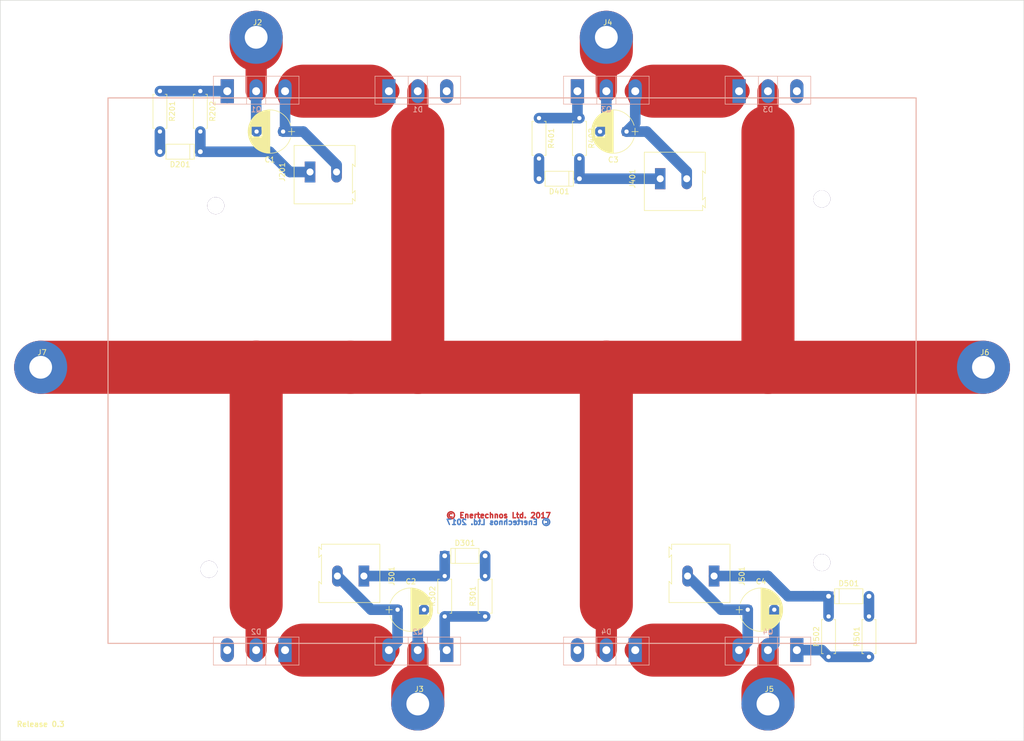
<source format=kicad_pcb>
(kicad_pcb (version 20171130) (host pcbnew "(5.0.0)")

  (general
    (thickness 1.6)
    (drawings 60)
    (tracks 95)
    (zones 0)
    (modules 38)
    (nets 26)
  )

  (page A4)
  (title_block
    (title "Power Module (Power Board)")
    (date 2018-07-31)
    (rev "Release 0.3")
    (company "Enertechnos Ltd.")
    (comment 1 "Added Mosfet protection")
  )

  (layers
    (0 F.Cu mixed)
    (31 B.Cu power)
    (32 B.Adhes user hide)
    (33 F.Adhes user hide)
    (34 B.Paste user hide)
    (35 F.Paste user hide)
    (36 B.SilkS user)
    (37 F.SilkS user)
    (38 B.Mask user)
    (39 F.Mask user)
    (40 Dwgs.User user hide)
    (41 Cmts.User user hide)
    (42 Eco1.User user hide)
    (43 Eco2.User user hide)
    (44 Edge.Cuts user)
    (45 Margin user hide)
    (46 B.CrtYd user hide)
    (47 F.CrtYd user hide)
    (48 B.Fab user hide)
    (49 F.Fab user hide)
  )

  (setup
    (last_trace_width 2)
    (trace_clearance 0.4)
    (zone_clearance 0.508)
    (zone_45_only no)
    (trace_min 0.2)
    (segment_width 0.2)
    (edge_width 0.1)
    (via_size 1.5)
    (via_drill 1)
    (via_min_size 0.4)
    (via_min_drill 0.3)
    (uvia_size 1)
    (uvia_drill 0.5)
    (uvias_allowed no)
    (uvia_min_size 0.2)
    (uvia_min_drill 0.1)
    (pcb_text_width 0.3)
    (pcb_text_size 1.5 1.5)
    (mod_edge_width 0.15)
    (mod_text_size 1 1)
    (mod_text_width 0.15)
    (pad_size 3.2 3.2)
    (pad_drill 3.2)
    (pad_to_mask_clearance 0)
    (aux_axis_origin 27.94 160.655)
    (visible_elements 7FFFEF1F)
    (pcbplotparams
      (layerselection 0x010f0_80000001)
      (usegerberextensions false)
      (usegerberattributes false)
      (usegerberadvancedattributes false)
      (creategerberjobfile false)
      (excludeedgelayer true)
      (linewidth 0.100000)
      (plotframeref false)
      (viasonmask false)
      (mode 1)
      (useauxorigin true)
      (hpglpennumber 1)
      (hpglpenspeed 20)
      (hpglpendiameter 15.000000)
      (psnegative false)
      (psa4output false)
      (plotreference true)
      (plotvalue true)
      (plotinvisibletext false)
      (padsonsilk false)
      (subtractmaskfromsilk false)
      (outputformat 1)
      (mirror false)
      (drillshape 0)
      (scaleselection 1)
      (outputdirectory "Plot/"))
  )

  (net 0 "")
  (net 1 GND_ISO_1)
  (net 2 "Net-(C1-Pad2)")
  (net 3 GND_ISO_2)
  (net 4 "Net-(C2-Pad2)")
  (net 5 GND_ISO_3)
  (net 6 "Net-(C3-Pad2)")
  (net 7 GND_ISO_4)
  (net 8 "Net-(C4-Pad2)")
  (net 9 "/SinglePowerSwitch 1/PWR_OUT")
  (net 10 DRV_GATE_1)
  (net 11 DRV_GATE_2)
  (net 12 DRV_GATE_3)
  (net 13 DRV_GATE_4)
  (net 14 "Net-(D1-Pad3)")
  (net 15 "Net-(D2-Pad3)")
  (net 16 "Net-(D3-Pad3)")
  (net 17 "Net-(D4-Pad3)")
  (net 18 "Net-(D201-Pad2)")
  (net 19 "Net-(D301-Pad2)")
  (net 20 "Net-(D401-Pad2)")
  (net 21 "Net-(D501-Pad2)")
  (net 22 "Net-(Q1-Pad1)")
  (net 23 "Net-(Q2-Pad1)")
  (net 24 "Net-(Q3-Pad1)")
  (net 25 "Net-(Q4-Pad1)")

  (net_class Default "This is the default net class."
    (clearance 0.4)
    (trace_width 2)
    (via_dia 1.5)
    (via_drill 1)
    (uvia_dia 1)
    (uvia_drill 0.5)
    (add_net "/SinglePowerSwitch 1/PWR_OUT")
    (add_net DRV_GATE_1)
    (add_net DRV_GATE_2)
    (add_net DRV_GATE_3)
    (add_net DRV_GATE_4)
    (add_net GND_ISO_1)
    (add_net GND_ISO_2)
    (add_net GND_ISO_3)
    (add_net GND_ISO_4)
    (add_net "Net-(C1-Pad2)")
    (add_net "Net-(C2-Pad2)")
    (add_net "Net-(C3-Pad2)")
    (add_net "Net-(C4-Pad2)")
    (add_net "Net-(D1-Pad3)")
    (add_net "Net-(D2-Pad3)")
    (add_net "Net-(D201-Pad2)")
    (add_net "Net-(D3-Pad3)")
    (add_net "Net-(D301-Pad2)")
    (add_net "Net-(D4-Pad3)")
    (add_net "Net-(D401-Pad2)")
    (add_net "Net-(D501-Pad2)")
    (add_net "Net-(Q1-Pad1)")
    (add_net "Net-(Q2-Pad1)")
    (add_net "Net-(Q3-Pad1)")
    (add_net "Net-(Q4-Pad1)")
  )

  (module PartsLibraries:MountingHole_M3 (layer F.Cu) (tedit 5B61E668) (tstamp 5AC5FD03)
    (at 68.58 59.69)
    (descr "module 1 pin (ou trou mecanique de percage)")
    (tags DEV)
    (fp_text reference Ref** (at 0 -3.048) (layer F.SilkS) hide
      (effects (font (size 1 1) (thickness 0.15)))
    )
    (fp_text value Mount (at 0 3) (layer F.Fab) hide
      (effects (font (size 1 1) (thickness 0.15)))
    )
    (pad 1 thru_hole circle (at 0 0) (size 3.2 3.2) (drill 3.2) (layers *.Cu *.Mask)
      (clearance 2) (zone_connect 2))
  )

  (module PartsLibraries:MountingHole_M3 (layer F.Cu) (tedit 5B61E651) (tstamp 5AC5FD16)
    (at 182.88 127)
    (descr "module 1 pin (ou trou mecanique de percage)")
    (tags DEV)
    (fp_text reference Ref** (at 0 -3.048) (layer F.SilkS) hide
      (effects (font (size 1 1) (thickness 0.15)))
    )
    (fp_text value Mount (at 0 3) (layer F.Fab) hide
      (effects (font (size 1 1) (thickness 0.15)))
    )
    (pad 1 thru_hole circle (at 0 0) (size 3.2 3.2) (drill 3.2) (layers *.Cu *.Mask)
      (clearance 2) (zone_connect 2))
  )

  (module PartsLibraries:MountingHole_M3 (layer F.Cu) (tedit 5B61E660) (tstamp 5AC5FD10)
    (at 67.31 128.27)
    (descr "module 1 pin (ou trou mecanique de percage)")
    (tags DEV)
    (fp_text reference Ref** (at 0 -3.048) (layer F.SilkS) hide
      (effects (font (size 1 1) (thickness 0.15)))
    )
    (fp_text value Mount (at 0 3) (layer F.Fab) hide
      (effects (font (size 1 1) (thickness 0.15)))
    )
    (pad 1 thru_hole circle (at 0 0) (size 3.2 3.2) (drill 3.2) (layers *.Cu *.Mask)
      (clearance 2) (zone_connect 2))
  )

  (module PartsLibraries:MountingHole_M3 (layer F.Cu) (tedit 5B61E670) (tstamp 5AC5FD0C)
    (at 182.88 58.42)
    (descr "module 1 pin (ou trou mecanique de percage)")
    (tags DEV)
    (fp_text reference Ref** (at 0 -3.048) (layer F.SilkS) hide
      (effects (font (size 1 1) (thickness 0.15)))
    )
    (fp_text value Mount (at 0 3) (layer F.Fab) hide
      (effects (font (size 1 1) (thickness 0.15)))
    )
    (pad 1 thru_hole circle (at 0 0) (size 3.2 3.2) (drill 3.2) (layers *.Cu *.Mask)
      (clearance 2) (zone_connect 2))
  )

  (module TO_SOT_Packages_THT:TO-247_TO-3P_Vertical (layer B.Cu) (tedit 58CE52AE) (tstamp 59AF08C9)
    (at 101.23 38.1)
    (descr "TO-247, Vertical, RM 5.45mm, TO-3P")
    (tags "TO-247 Vertical RM 5.45mm TO-3P")
    (path /59AEDD49/59AEE007)
    (fp_text reference D1 (at 5.45 3.45) (layer B.SilkS)
      (effects (font (size 1 1) (thickness 0.15)) (justify mirror))
    )
    (fp_text value PWR_DIODE (at 5.45 -6.07) (layer B.Fab)
      (effects (font (size 1 1) (thickness 0.15)) (justify mirror))
    )
    (fp_text user %R (at 5.45 3.45) (layer B.Fab)
      (effects (font (size 1 1) (thickness 0.15)) (justify mirror))
    )
    (fp_line (start -2.5 2.33) (end -2.5 -2.7) (layer B.Fab) (width 0.1))
    (fp_line (start -2.5 -2.7) (end 13.4 -2.7) (layer B.Fab) (width 0.1))
    (fp_line (start 13.4 -2.7) (end 13.4 2.33) (layer B.Fab) (width 0.1))
    (fp_line (start 13.4 2.33) (end -2.5 2.33) (layer B.Fab) (width 0.1))
    (fp_line (start 3.645 2.33) (end 3.645 -2.7) (layer B.Fab) (width 0.1))
    (fp_line (start 7.255 2.33) (end 7.255 -2.7) (layer B.Fab) (width 0.1))
    (fp_line (start -2.62 2.451) (end 13.52 2.451) (layer B.SilkS) (width 0.12))
    (fp_line (start -2.62 -2.82) (end 13.52 -2.82) (layer B.SilkS) (width 0.12))
    (fp_line (start -2.62 2.451) (end -2.62 -2.82) (layer B.SilkS) (width 0.12))
    (fp_line (start 13.52 2.451) (end 13.52 -2.82) (layer B.SilkS) (width 0.12))
    (fp_line (start 3.646 2.451) (end 3.646 -2.82) (layer B.SilkS) (width 0.12))
    (fp_line (start 7.255 2.451) (end 7.255 -2.82) (layer B.SilkS) (width 0.12))
    (fp_line (start -2.75 2.59) (end -2.75 -2.95) (layer B.CrtYd) (width 0.05))
    (fp_line (start -2.75 -2.95) (end 13.65 -2.95) (layer B.CrtYd) (width 0.05))
    (fp_line (start 13.65 -2.95) (end 13.65 2.59) (layer B.CrtYd) (width 0.05))
    (fp_line (start 13.65 2.59) (end -2.75 2.59) (layer B.CrtYd) (width 0.05))
    (pad 1 thru_hole rect (at 0 0) (size 2.5 4.5) (drill 1.5) (layers *.Cu *.Mask)
      (net 1 GND_ISO_1))
    (pad 2 thru_hole oval (at 5.45 0) (size 2.5 4.5) (drill 1.5) (layers *.Cu *.Mask)
      (net 9 "/SinglePowerSwitch 1/PWR_OUT"))
    (pad 3 thru_hole oval (at 10.9 0) (size 2.5 4.5) (drill 1.5) (layers *.Cu *.Mask)
      (net 14 "Net-(D1-Pad3)"))
    (model ${KISYS3DMOD}/TO_SOT_Packages_THT.3dshapes/TO-247_TO-3P_Vertical.wrl
      (offset (xyz 5.399989118900299 0 0))
      (scale (xyz 1 1 1))
      (rotate (xyz 0 0 0))
    )
  )

  (module TO_SOT_Packages_THT:TO-247_TO-3P_Vertical (layer B.Cu) (tedit 58CE52AE) (tstamp 59AF08E1)
    (at 81.65 143.51 180)
    (descr "TO-247, Vertical, RM 5.45mm, TO-3P")
    (tags "TO-247 Vertical RM 5.45mm TO-3P")
    (path /59AEEDCB/59AEE007)
    (fp_text reference D2 (at 5.45 3.45 180) (layer B.SilkS)
      (effects (font (size 1 1) (thickness 0.15)) (justify mirror))
    )
    (fp_text value PWR_DIODE (at 5.45 -6.07 180) (layer B.Fab)
      (effects (font (size 1 1) (thickness 0.15)) (justify mirror))
    )
    (fp_text user %R (at 5.45 3.45 180) (layer B.Fab)
      (effects (font (size 1 1) (thickness 0.15)) (justify mirror))
    )
    (fp_line (start -2.5 2.33) (end -2.5 -2.7) (layer B.Fab) (width 0.1))
    (fp_line (start -2.5 -2.7) (end 13.4 -2.7) (layer B.Fab) (width 0.1))
    (fp_line (start 13.4 -2.7) (end 13.4 2.33) (layer B.Fab) (width 0.1))
    (fp_line (start 13.4 2.33) (end -2.5 2.33) (layer B.Fab) (width 0.1))
    (fp_line (start 3.645 2.33) (end 3.645 -2.7) (layer B.Fab) (width 0.1))
    (fp_line (start 7.255 2.33) (end 7.255 -2.7) (layer B.Fab) (width 0.1))
    (fp_line (start -2.62 2.451) (end 13.52 2.451) (layer B.SilkS) (width 0.12))
    (fp_line (start -2.62 -2.82) (end 13.52 -2.82) (layer B.SilkS) (width 0.12))
    (fp_line (start -2.62 2.451) (end -2.62 -2.82) (layer B.SilkS) (width 0.12))
    (fp_line (start 13.52 2.451) (end 13.52 -2.82) (layer B.SilkS) (width 0.12))
    (fp_line (start 3.646 2.451) (end 3.646 -2.82) (layer B.SilkS) (width 0.12))
    (fp_line (start 7.255 2.451) (end 7.255 -2.82) (layer B.SilkS) (width 0.12))
    (fp_line (start -2.75 2.59) (end -2.75 -2.95) (layer B.CrtYd) (width 0.05))
    (fp_line (start -2.75 -2.95) (end 13.65 -2.95) (layer B.CrtYd) (width 0.05))
    (fp_line (start 13.65 -2.95) (end 13.65 2.59) (layer B.CrtYd) (width 0.05))
    (fp_line (start 13.65 2.59) (end -2.75 2.59) (layer B.CrtYd) (width 0.05))
    (pad 1 thru_hole rect (at 0 0 180) (size 2.5 4.5) (drill 1.5) (layers *.Cu *.Mask)
      (net 3 GND_ISO_2))
    (pad 2 thru_hole oval (at 5.45 0 180) (size 2.5 4.5) (drill 1.5) (layers *.Cu *.Mask)
      (net 9 "/SinglePowerSwitch 1/PWR_OUT"))
    (pad 3 thru_hole oval (at 10.9 0 180) (size 2.5 4.5) (drill 1.5) (layers *.Cu *.Mask)
      (net 15 "Net-(D2-Pad3)"))
    (model ${KISYS3DMOD}/TO_SOT_Packages_THT.3dshapes/TO-247_TO-3P_Vertical.wrl
      (offset (xyz 5.399989118900299 0 0))
      (scale (xyz 1 1 1))
      (rotate (xyz 0 0 0))
    )
  )

  (module TO_SOT_Packages_THT:TO-247_TO-3P_Vertical (layer B.Cu) (tedit 58CE52AE) (tstamp 59AF08F9)
    (at 167.27 38.1)
    (descr "TO-247, Vertical, RM 5.45mm, TO-3P")
    (tags "TO-247 Vertical RM 5.45mm TO-3P")
    (path /59AEEFC6/59AEE007)
    (fp_text reference D3 (at 5.45 3.45) (layer B.SilkS)
      (effects (font (size 1 1) (thickness 0.15)) (justify mirror))
    )
    (fp_text value PWR_DIODE (at 5.45 -6.07) (layer B.Fab)
      (effects (font (size 1 1) (thickness 0.15)) (justify mirror))
    )
    (fp_text user %R (at 5.45 3.45) (layer B.Fab)
      (effects (font (size 1 1) (thickness 0.15)) (justify mirror))
    )
    (fp_line (start -2.5 2.33) (end -2.5 -2.7) (layer B.Fab) (width 0.1))
    (fp_line (start -2.5 -2.7) (end 13.4 -2.7) (layer B.Fab) (width 0.1))
    (fp_line (start 13.4 -2.7) (end 13.4 2.33) (layer B.Fab) (width 0.1))
    (fp_line (start 13.4 2.33) (end -2.5 2.33) (layer B.Fab) (width 0.1))
    (fp_line (start 3.645 2.33) (end 3.645 -2.7) (layer B.Fab) (width 0.1))
    (fp_line (start 7.255 2.33) (end 7.255 -2.7) (layer B.Fab) (width 0.1))
    (fp_line (start -2.62 2.451) (end 13.52 2.451) (layer B.SilkS) (width 0.12))
    (fp_line (start -2.62 -2.82) (end 13.52 -2.82) (layer B.SilkS) (width 0.12))
    (fp_line (start -2.62 2.451) (end -2.62 -2.82) (layer B.SilkS) (width 0.12))
    (fp_line (start 13.52 2.451) (end 13.52 -2.82) (layer B.SilkS) (width 0.12))
    (fp_line (start 3.646 2.451) (end 3.646 -2.82) (layer B.SilkS) (width 0.12))
    (fp_line (start 7.255 2.451) (end 7.255 -2.82) (layer B.SilkS) (width 0.12))
    (fp_line (start -2.75 2.59) (end -2.75 -2.95) (layer B.CrtYd) (width 0.05))
    (fp_line (start -2.75 -2.95) (end 13.65 -2.95) (layer B.CrtYd) (width 0.05))
    (fp_line (start 13.65 -2.95) (end 13.65 2.59) (layer B.CrtYd) (width 0.05))
    (fp_line (start 13.65 2.59) (end -2.75 2.59) (layer B.CrtYd) (width 0.05))
    (pad 1 thru_hole rect (at 0 0) (size 2.5 4.5) (drill 1.5) (layers *.Cu *.Mask)
      (net 5 GND_ISO_3))
    (pad 2 thru_hole oval (at 5.45 0) (size 2.5 4.5) (drill 1.5) (layers *.Cu *.Mask)
      (net 9 "/SinglePowerSwitch 1/PWR_OUT"))
    (pad 3 thru_hole oval (at 10.9 0) (size 2.5 4.5) (drill 1.5) (layers *.Cu *.Mask)
      (net 16 "Net-(D3-Pad3)"))
    (model ${KISYS3DMOD}/TO_SOT_Packages_THT.3dshapes/TO-247_TO-3P_Vertical.wrl
      (offset (xyz 5.399989118900299 0 0))
      (scale (xyz 1 1 1))
      (rotate (xyz 0 0 0))
    )
  )

  (module TO_SOT_Packages_THT:TO-247_TO-3P_Vertical (layer B.Cu) (tedit 58CE52AE) (tstamp 59AF0911)
    (at 147.69 143.51 180)
    (descr "TO-247, Vertical, RM 5.45mm, TO-3P")
    (tags "TO-247 Vertical RM 5.45mm TO-3P")
    (path /59AEEFCD/59AEE007)
    (fp_text reference D4 (at 5.45 3.45 180) (layer B.SilkS)
      (effects (font (size 1 1) (thickness 0.15)) (justify mirror))
    )
    (fp_text value PWR_DIODE (at 5.45 -6.07 180) (layer B.Fab)
      (effects (font (size 1 1) (thickness 0.15)) (justify mirror))
    )
    (fp_text user %R (at 5.45 3.45 180) (layer B.Fab)
      (effects (font (size 1 1) (thickness 0.15)) (justify mirror))
    )
    (fp_line (start -2.5 2.33) (end -2.5 -2.7) (layer B.Fab) (width 0.1))
    (fp_line (start -2.5 -2.7) (end 13.4 -2.7) (layer B.Fab) (width 0.1))
    (fp_line (start 13.4 -2.7) (end 13.4 2.33) (layer B.Fab) (width 0.1))
    (fp_line (start 13.4 2.33) (end -2.5 2.33) (layer B.Fab) (width 0.1))
    (fp_line (start 3.645 2.33) (end 3.645 -2.7) (layer B.Fab) (width 0.1))
    (fp_line (start 7.255 2.33) (end 7.255 -2.7) (layer B.Fab) (width 0.1))
    (fp_line (start -2.62 2.451) (end 13.52 2.451) (layer B.SilkS) (width 0.12))
    (fp_line (start -2.62 -2.82) (end 13.52 -2.82) (layer B.SilkS) (width 0.12))
    (fp_line (start -2.62 2.451) (end -2.62 -2.82) (layer B.SilkS) (width 0.12))
    (fp_line (start 13.52 2.451) (end 13.52 -2.82) (layer B.SilkS) (width 0.12))
    (fp_line (start 3.646 2.451) (end 3.646 -2.82) (layer B.SilkS) (width 0.12))
    (fp_line (start 7.255 2.451) (end 7.255 -2.82) (layer B.SilkS) (width 0.12))
    (fp_line (start -2.75 2.59) (end -2.75 -2.95) (layer B.CrtYd) (width 0.05))
    (fp_line (start -2.75 -2.95) (end 13.65 -2.95) (layer B.CrtYd) (width 0.05))
    (fp_line (start 13.65 -2.95) (end 13.65 2.59) (layer B.CrtYd) (width 0.05))
    (fp_line (start 13.65 2.59) (end -2.75 2.59) (layer B.CrtYd) (width 0.05))
    (pad 1 thru_hole rect (at 0 0 180) (size 2.5 4.5) (drill 1.5) (layers *.Cu *.Mask)
      (net 7 GND_ISO_4))
    (pad 2 thru_hole oval (at 5.45 0 180) (size 2.5 4.5) (drill 1.5) (layers *.Cu *.Mask)
      (net 9 "/SinglePowerSwitch 1/PWR_OUT"))
    (pad 3 thru_hole oval (at 10.9 0 180) (size 2.5 4.5) (drill 1.5) (layers *.Cu *.Mask)
      (net 17 "Net-(D4-Pad3)"))
    (model ${KISYS3DMOD}/TO_SOT_Packages_THT.3dshapes/TO-247_TO-3P_Vertical.wrl
      (offset (xyz 5.399989118900299 0 0))
      (scale (xyz 1 1 1))
      (rotate (xyz 0 0 0))
    )
  )

  (module TO_SOT_Packages_THT:TO-247_TO-3P_Vertical (layer B.Cu) (tedit 58CE52AE) (tstamp 59AF096E)
    (at 70.75 38.1)
    (descr "TO-247, Vertical, RM 5.45mm, TO-3P")
    (tags "TO-247 Vertical RM 5.45mm TO-3P")
    (path /59AEDD49/59AEE014)
    (fp_text reference Q1 (at 5.45 3.45) (layer B.SilkS)
      (effects (font (size 1 1) (thickness 0.15)) (justify mirror))
    )
    (fp_text value RFP12N10L (at 5.45 -6.07) (layer B.Fab)
      (effects (font (size 1 1) (thickness 0.15)) (justify mirror))
    )
    (fp_text user %R (at 5.45 3.45) (layer B.Fab)
      (effects (font (size 1 1) (thickness 0.15)) (justify mirror))
    )
    (fp_line (start -2.5 2.33) (end -2.5 -2.7) (layer B.Fab) (width 0.1))
    (fp_line (start -2.5 -2.7) (end 13.4 -2.7) (layer B.Fab) (width 0.1))
    (fp_line (start 13.4 -2.7) (end 13.4 2.33) (layer B.Fab) (width 0.1))
    (fp_line (start 13.4 2.33) (end -2.5 2.33) (layer B.Fab) (width 0.1))
    (fp_line (start 3.645 2.33) (end 3.645 -2.7) (layer B.Fab) (width 0.1))
    (fp_line (start 7.255 2.33) (end 7.255 -2.7) (layer B.Fab) (width 0.1))
    (fp_line (start -2.62 2.451) (end 13.52 2.451) (layer B.SilkS) (width 0.12))
    (fp_line (start -2.62 -2.82) (end 13.52 -2.82) (layer B.SilkS) (width 0.12))
    (fp_line (start -2.62 2.451) (end -2.62 -2.82) (layer B.SilkS) (width 0.12))
    (fp_line (start 13.52 2.451) (end 13.52 -2.82) (layer B.SilkS) (width 0.12))
    (fp_line (start 3.646 2.451) (end 3.646 -2.82) (layer B.SilkS) (width 0.12))
    (fp_line (start 7.255 2.451) (end 7.255 -2.82) (layer B.SilkS) (width 0.12))
    (fp_line (start -2.75 2.59) (end -2.75 -2.95) (layer B.CrtYd) (width 0.05))
    (fp_line (start -2.75 -2.95) (end 13.65 -2.95) (layer B.CrtYd) (width 0.05))
    (fp_line (start 13.65 -2.95) (end 13.65 2.59) (layer B.CrtYd) (width 0.05))
    (fp_line (start 13.65 2.59) (end -2.75 2.59) (layer B.CrtYd) (width 0.05))
    (pad 1 thru_hole rect (at 0 0) (size 2.5 4.5) (drill 1.5) (layers *.Cu *.Mask)
      (net 22 "Net-(Q1-Pad1)"))
    (pad 2 thru_hole oval (at 5.45 0) (size 2.5 4.5) (drill 1.5) (layers *.Cu *.Mask)
      (net 2 "Net-(C1-Pad2)"))
    (pad 3 thru_hole oval (at 10.9 0) (size 2.5 4.5) (drill 1.5) (layers *.Cu *.Mask)
      (net 1 GND_ISO_1))
    (model ${KISYS3DMOD}/TO_SOT_Packages_THT.3dshapes/TO-247_TO-3P_Vertical.wrl
      (offset (xyz 5.399989118900299 0 0))
      (scale (xyz 1 1 1))
      (rotate (xyz 0 0 0))
    )
  )

  (module TO_SOT_Packages_THT:TO-247_TO-3P_Vertical (layer B.Cu) (tedit 58CE52AE) (tstamp 59AF0986)
    (at 112.13 143.51 180)
    (descr "TO-247, Vertical, RM 5.45mm, TO-3P")
    (tags "TO-247 Vertical RM 5.45mm TO-3P")
    (path /59AEEDCB/59AEE014)
    (fp_text reference Q2 (at 5.45 3.45 180) (layer B.SilkS)
      (effects (font (size 1 1) (thickness 0.15)) (justify mirror))
    )
    (fp_text value RFP12N10L (at 5.45 -6.07 180) (layer B.Fab)
      (effects (font (size 1 1) (thickness 0.15)) (justify mirror))
    )
    (fp_text user %R (at 5.45 3.45 180) (layer B.Fab)
      (effects (font (size 1 1) (thickness 0.15)) (justify mirror))
    )
    (fp_line (start -2.5 2.33) (end -2.5 -2.7) (layer B.Fab) (width 0.1))
    (fp_line (start -2.5 -2.7) (end 13.4 -2.7) (layer B.Fab) (width 0.1))
    (fp_line (start 13.4 -2.7) (end 13.4 2.33) (layer B.Fab) (width 0.1))
    (fp_line (start 13.4 2.33) (end -2.5 2.33) (layer B.Fab) (width 0.1))
    (fp_line (start 3.645 2.33) (end 3.645 -2.7) (layer B.Fab) (width 0.1))
    (fp_line (start 7.255 2.33) (end 7.255 -2.7) (layer B.Fab) (width 0.1))
    (fp_line (start -2.62 2.451) (end 13.52 2.451) (layer B.SilkS) (width 0.12))
    (fp_line (start -2.62 -2.82) (end 13.52 -2.82) (layer B.SilkS) (width 0.12))
    (fp_line (start -2.62 2.451) (end -2.62 -2.82) (layer B.SilkS) (width 0.12))
    (fp_line (start 13.52 2.451) (end 13.52 -2.82) (layer B.SilkS) (width 0.12))
    (fp_line (start 3.646 2.451) (end 3.646 -2.82) (layer B.SilkS) (width 0.12))
    (fp_line (start 7.255 2.451) (end 7.255 -2.82) (layer B.SilkS) (width 0.12))
    (fp_line (start -2.75 2.59) (end -2.75 -2.95) (layer B.CrtYd) (width 0.05))
    (fp_line (start -2.75 -2.95) (end 13.65 -2.95) (layer B.CrtYd) (width 0.05))
    (fp_line (start 13.65 -2.95) (end 13.65 2.59) (layer B.CrtYd) (width 0.05))
    (fp_line (start 13.65 2.59) (end -2.75 2.59) (layer B.CrtYd) (width 0.05))
    (pad 1 thru_hole rect (at 0 0 180) (size 2.5 4.5) (drill 1.5) (layers *.Cu *.Mask)
      (net 23 "Net-(Q2-Pad1)"))
    (pad 2 thru_hole oval (at 5.45 0 180) (size 2.5 4.5) (drill 1.5) (layers *.Cu *.Mask)
      (net 4 "Net-(C2-Pad2)"))
    (pad 3 thru_hole oval (at 10.9 0 180) (size 2.5 4.5) (drill 1.5) (layers *.Cu *.Mask)
      (net 3 GND_ISO_2))
    (model ${KISYS3DMOD}/TO_SOT_Packages_THT.3dshapes/TO-247_TO-3P_Vertical.wrl
      (offset (xyz 5.399989118900299 0 0))
      (scale (xyz 1 1 1))
      (rotate (xyz 0 0 0))
    )
  )

  (module TO_SOT_Packages_THT:TO-247_TO-3P_Vertical (layer B.Cu) (tedit 58CE52AE) (tstamp 59AF099E)
    (at 136.79 38.1)
    (descr "TO-247, Vertical, RM 5.45mm, TO-3P")
    (tags "TO-247 Vertical RM 5.45mm TO-3P")
    (path /59AEEFC6/59AEE014)
    (fp_text reference Q3 (at 5.45 3.45) (layer B.SilkS)
      (effects (font (size 1 1) (thickness 0.15)) (justify mirror))
    )
    (fp_text value RFP12N10L (at 5.45 -6.07) (layer B.Fab)
      (effects (font (size 1 1) (thickness 0.15)) (justify mirror))
    )
    (fp_text user %R (at 5.45 3.45) (layer B.Fab)
      (effects (font (size 1 1) (thickness 0.15)) (justify mirror))
    )
    (fp_line (start -2.5 2.33) (end -2.5 -2.7) (layer B.Fab) (width 0.1))
    (fp_line (start -2.5 -2.7) (end 13.4 -2.7) (layer B.Fab) (width 0.1))
    (fp_line (start 13.4 -2.7) (end 13.4 2.33) (layer B.Fab) (width 0.1))
    (fp_line (start 13.4 2.33) (end -2.5 2.33) (layer B.Fab) (width 0.1))
    (fp_line (start 3.645 2.33) (end 3.645 -2.7) (layer B.Fab) (width 0.1))
    (fp_line (start 7.255 2.33) (end 7.255 -2.7) (layer B.Fab) (width 0.1))
    (fp_line (start -2.62 2.451) (end 13.52 2.451) (layer B.SilkS) (width 0.12))
    (fp_line (start -2.62 -2.82) (end 13.52 -2.82) (layer B.SilkS) (width 0.12))
    (fp_line (start -2.62 2.451) (end -2.62 -2.82) (layer B.SilkS) (width 0.12))
    (fp_line (start 13.52 2.451) (end 13.52 -2.82) (layer B.SilkS) (width 0.12))
    (fp_line (start 3.646 2.451) (end 3.646 -2.82) (layer B.SilkS) (width 0.12))
    (fp_line (start 7.255 2.451) (end 7.255 -2.82) (layer B.SilkS) (width 0.12))
    (fp_line (start -2.75 2.59) (end -2.75 -2.95) (layer B.CrtYd) (width 0.05))
    (fp_line (start -2.75 -2.95) (end 13.65 -2.95) (layer B.CrtYd) (width 0.05))
    (fp_line (start 13.65 -2.95) (end 13.65 2.59) (layer B.CrtYd) (width 0.05))
    (fp_line (start 13.65 2.59) (end -2.75 2.59) (layer B.CrtYd) (width 0.05))
    (pad 1 thru_hole rect (at 0 0) (size 2.5 4.5) (drill 1.5) (layers *.Cu *.Mask)
      (net 24 "Net-(Q3-Pad1)"))
    (pad 2 thru_hole oval (at 5.45 0) (size 2.5 4.5) (drill 1.5) (layers *.Cu *.Mask)
      (net 6 "Net-(C3-Pad2)"))
    (pad 3 thru_hole oval (at 10.9 0) (size 2.5 4.5) (drill 1.5) (layers *.Cu *.Mask)
      (net 5 GND_ISO_3))
    (model ${KISYS3DMOD}/TO_SOT_Packages_THT.3dshapes/TO-247_TO-3P_Vertical.wrl
      (offset (xyz 5.399989118900299 0 0))
      (scale (xyz 1 1 1))
      (rotate (xyz 0 0 0))
    )
  )

  (module TO_SOT_Packages_THT:TO-247_TO-3P_Vertical (layer B.Cu) (tedit 58CE52AE) (tstamp 59AF09B6)
    (at 178.17 143.51 180)
    (descr "TO-247, Vertical, RM 5.45mm, TO-3P")
    (tags "TO-247 Vertical RM 5.45mm TO-3P")
    (path /59AEEFCD/59AEE014)
    (fp_text reference Q4 (at 5.45 3.45 180) (layer B.SilkS)
      (effects (font (size 1 1) (thickness 0.15)) (justify mirror))
    )
    (fp_text value RFP12N10L (at 5.45 -6.07 180) (layer B.Fab)
      (effects (font (size 1 1) (thickness 0.15)) (justify mirror))
    )
    (fp_text user %R (at 5.45 3.45 180) (layer B.Fab)
      (effects (font (size 1 1) (thickness 0.15)) (justify mirror))
    )
    (fp_line (start -2.5 2.33) (end -2.5 -2.7) (layer B.Fab) (width 0.1))
    (fp_line (start -2.5 -2.7) (end 13.4 -2.7) (layer B.Fab) (width 0.1))
    (fp_line (start 13.4 -2.7) (end 13.4 2.33) (layer B.Fab) (width 0.1))
    (fp_line (start 13.4 2.33) (end -2.5 2.33) (layer B.Fab) (width 0.1))
    (fp_line (start 3.645 2.33) (end 3.645 -2.7) (layer B.Fab) (width 0.1))
    (fp_line (start 7.255 2.33) (end 7.255 -2.7) (layer B.Fab) (width 0.1))
    (fp_line (start -2.62 2.451) (end 13.52 2.451) (layer B.SilkS) (width 0.12))
    (fp_line (start -2.62 -2.82) (end 13.52 -2.82) (layer B.SilkS) (width 0.12))
    (fp_line (start -2.62 2.451) (end -2.62 -2.82) (layer B.SilkS) (width 0.12))
    (fp_line (start 13.52 2.451) (end 13.52 -2.82) (layer B.SilkS) (width 0.12))
    (fp_line (start 3.646 2.451) (end 3.646 -2.82) (layer B.SilkS) (width 0.12))
    (fp_line (start 7.255 2.451) (end 7.255 -2.82) (layer B.SilkS) (width 0.12))
    (fp_line (start -2.75 2.59) (end -2.75 -2.95) (layer B.CrtYd) (width 0.05))
    (fp_line (start -2.75 -2.95) (end 13.65 -2.95) (layer B.CrtYd) (width 0.05))
    (fp_line (start 13.65 -2.95) (end 13.65 2.59) (layer B.CrtYd) (width 0.05))
    (fp_line (start 13.65 2.59) (end -2.75 2.59) (layer B.CrtYd) (width 0.05))
    (pad 1 thru_hole rect (at 0 0 180) (size 2.5 4.5) (drill 1.5) (layers *.Cu *.Mask)
      (net 25 "Net-(Q4-Pad1)"))
    (pad 2 thru_hole oval (at 5.45 0 180) (size 2.5 4.5) (drill 1.5) (layers *.Cu *.Mask)
      (net 8 "Net-(C4-Pad2)"))
    (pad 3 thru_hole oval (at 10.9 0 180) (size 2.5 4.5) (drill 1.5) (layers *.Cu *.Mask)
      (net 7 GND_ISO_4))
    (model ${KISYS3DMOD}/TO_SOT_Packages_THT.3dshapes/TO-247_TO-3P_Vertical.wrl
      (offset (xyz 5.399989118900299 0 0))
      (scale (xyz 1 1 1))
      (rotate (xyz 0 0 0))
    )
  )

  (module Diodes_THT:D_A-405_P7.62mm_Horizontal (layer F.Cu) (tedit 5921392E) (tstamp 5B574123)
    (at 65.670748 49.515536 180)
    (descr "D, A-405 series, Axial, Horizontal, pin pitch=7.62mm, , length*diameter=5.2*2.7mm^2, , http://www.diodes.com/_files/packages/A-405.pdf")
    (tags "D A-405 series Axial Horizontal pin pitch 7.62mm  length 5.2mm diameter 2.7mm")
    (path /59AEDD49/5B574136)
    (fp_text reference D201 (at 3.81 -2.41 180) (layer F.SilkS)
      (effects (font (size 1 1) (thickness 0.15)))
    )
    (fp_text value D (at 3.81 2.41 180) (layer F.Fab)
      (effects (font (size 1 1) (thickness 0.15)))
    )
    (fp_text user %R (at 3.81 0 180) (layer F.Fab)
      (effects (font (size 1 1) (thickness 0.15)))
    )
    (fp_line (start 1.21 -1.35) (end 1.21 1.35) (layer F.Fab) (width 0.1))
    (fp_line (start 1.21 1.35) (end 6.41 1.35) (layer F.Fab) (width 0.1))
    (fp_line (start 6.41 1.35) (end 6.41 -1.35) (layer F.Fab) (width 0.1))
    (fp_line (start 6.41 -1.35) (end 1.21 -1.35) (layer F.Fab) (width 0.1))
    (fp_line (start 0 0) (end 1.21 0) (layer F.Fab) (width 0.1))
    (fp_line (start 7.62 0) (end 6.41 0) (layer F.Fab) (width 0.1))
    (fp_line (start 1.99 -1.35) (end 1.99 1.35) (layer F.Fab) (width 0.1))
    (fp_line (start 1.15 -1.41) (end 1.15 1.41) (layer F.SilkS) (width 0.12))
    (fp_line (start 1.15 1.41) (end 6.47 1.41) (layer F.SilkS) (width 0.12))
    (fp_line (start 6.47 1.41) (end 6.47 -1.41) (layer F.SilkS) (width 0.12))
    (fp_line (start 6.47 -1.41) (end 1.15 -1.41) (layer F.SilkS) (width 0.12))
    (fp_line (start 1.08 0) (end 1.15 0) (layer F.SilkS) (width 0.12))
    (fp_line (start 6.54 0) (end 6.47 0) (layer F.SilkS) (width 0.12))
    (fp_line (start 1.99 -1.41) (end 1.99 1.41) (layer F.SilkS) (width 0.12))
    (fp_line (start -1.15 -1.7) (end -1.15 1.7) (layer F.CrtYd) (width 0.05))
    (fp_line (start -1.15 1.7) (end 8.8 1.7) (layer F.CrtYd) (width 0.05))
    (fp_line (start 8.8 1.7) (end 8.8 -1.7) (layer F.CrtYd) (width 0.05))
    (fp_line (start 8.8 -1.7) (end -1.15 -1.7) (layer F.CrtYd) (width 0.05))
    (pad 1 thru_hole rect (at 0 0 180) (size 1.8 1.8) (drill 0.9) (layers *.Cu *.Mask)
      (net 10 DRV_GATE_1))
    (pad 2 thru_hole oval (at 7.62 0 180) (size 1.8 1.8) (drill 0.9) (layers *.Cu *.Mask)
      (net 18 "Net-(D201-Pad2)"))
    (model ${KISYS3DMOD}/Diodes_THT.3dshapes/D_A-405_P7.62mm_Horizontal.wrl
      (at (xyz 0 0 0))
      (scale (xyz 0.393701 0.393701 0.393701))
      (rotate (xyz 0 0 0))
    )
  )

  (module Diodes_THT:D_A-405_P7.62mm_Horizontal (layer F.Cu) (tedit 5921392E) (tstamp 5B57413C)
    (at 111.76 125.73)
    (descr "D, A-405 series, Axial, Horizontal, pin pitch=7.62mm, , length*diameter=5.2*2.7mm^2, , http://www.diodes.com/_files/packages/A-405.pdf")
    (tags "D A-405 series Axial Horizontal pin pitch 7.62mm  length 5.2mm diameter 2.7mm")
    (path /59AEEDCB/5B574136)
    (fp_text reference D301 (at 3.81 -2.41) (layer F.SilkS)
      (effects (font (size 1 1) (thickness 0.15)))
    )
    (fp_text value D (at 3.81 2.41) (layer F.Fab)
      (effects (font (size 1 1) (thickness 0.15)))
    )
    (fp_text user %R (at 3.81 0) (layer F.Fab)
      (effects (font (size 1 1) (thickness 0.15)))
    )
    (fp_line (start 1.21 -1.35) (end 1.21 1.35) (layer F.Fab) (width 0.1))
    (fp_line (start 1.21 1.35) (end 6.41 1.35) (layer F.Fab) (width 0.1))
    (fp_line (start 6.41 1.35) (end 6.41 -1.35) (layer F.Fab) (width 0.1))
    (fp_line (start 6.41 -1.35) (end 1.21 -1.35) (layer F.Fab) (width 0.1))
    (fp_line (start 0 0) (end 1.21 0) (layer F.Fab) (width 0.1))
    (fp_line (start 7.62 0) (end 6.41 0) (layer F.Fab) (width 0.1))
    (fp_line (start 1.99 -1.35) (end 1.99 1.35) (layer F.Fab) (width 0.1))
    (fp_line (start 1.15 -1.41) (end 1.15 1.41) (layer F.SilkS) (width 0.12))
    (fp_line (start 1.15 1.41) (end 6.47 1.41) (layer F.SilkS) (width 0.12))
    (fp_line (start 6.47 1.41) (end 6.47 -1.41) (layer F.SilkS) (width 0.12))
    (fp_line (start 6.47 -1.41) (end 1.15 -1.41) (layer F.SilkS) (width 0.12))
    (fp_line (start 1.08 0) (end 1.15 0) (layer F.SilkS) (width 0.12))
    (fp_line (start 6.54 0) (end 6.47 0) (layer F.SilkS) (width 0.12))
    (fp_line (start 1.99 -1.41) (end 1.99 1.41) (layer F.SilkS) (width 0.12))
    (fp_line (start -1.15 -1.7) (end -1.15 1.7) (layer F.CrtYd) (width 0.05))
    (fp_line (start -1.15 1.7) (end 8.8 1.7) (layer F.CrtYd) (width 0.05))
    (fp_line (start 8.8 1.7) (end 8.8 -1.7) (layer F.CrtYd) (width 0.05))
    (fp_line (start 8.8 -1.7) (end -1.15 -1.7) (layer F.CrtYd) (width 0.05))
    (pad 1 thru_hole rect (at 0 0) (size 1.8 1.8) (drill 0.9) (layers *.Cu *.Mask)
      (net 11 DRV_GATE_2))
    (pad 2 thru_hole oval (at 7.62 0) (size 1.8 1.8) (drill 0.9) (layers *.Cu *.Mask)
      (net 19 "Net-(D301-Pad2)"))
    (model ${KISYS3DMOD}/Diodes_THT.3dshapes/D_A-405_P7.62mm_Horizontal.wrl
      (at (xyz 0 0 0))
      (scale (xyz 0.393701 0.393701 0.393701))
      (rotate (xyz 0 0 0))
    )
  )

  (module Diodes_THT:D_A-405_P7.62mm_Horizontal (layer F.Cu) (tedit 5921392E) (tstamp 5B574155)
    (at 137.16 54.61 180)
    (descr "D, A-405 series, Axial, Horizontal, pin pitch=7.62mm, , length*diameter=5.2*2.7mm^2, , http://www.diodes.com/_files/packages/A-405.pdf")
    (tags "D A-405 series Axial Horizontal pin pitch 7.62mm  length 5.2mm diameter 2.7mm")
    (path /59AEEFC6/5B574136)
    (fp_text reference D401 (at 3.81 -2.41 180) (layer F.SilkS)
      (effects (font (size 1 1) (thickness 0.15)))
    )
    (fp_text value D (at 3.81 2.41 180) (layer F.Fab)
      (effects (font (size 1 1) (thickness 0.15)))
    )
    (fp_text user %R (at 3.81 0 180) (layer F.Fab)
      (effects (font (size 1 1) (thickness 0.15)))
    )
    (fp_line (start 1.21 -1.35) (end 1.21 1.35) (layer F.Fab) (width 0.1))
    (fp_line (start 1.21 1.35) (end 6.41 1.35) (layer F.Fab) (width 0.1))
    (fp_line (start 6.41 1.35) (end 6.41 -1.35) (layer F.Fab) (width 0.1))
    (fp_line (start 6.41 -1.35) (end 1.21 -1.35) (layer F.Fab) (width 0.1))
    (fp_line (start 0 0) (end 1.21 0) (layer F.Fab) (width 0.1))
    (fp_line (start 7.62 0) (end 6.41 0) (layer F.Fab) (width 0.1))
    (fp_line (start 1.99 -1.35) (end 1.99 1.35) (layer F.Fab) (width 0.1))
    (fp_line (start 1.15 -1.41) (end 1.15 1.41) (layer F.SilkS) (width 0.12))
    (fp_line (start 1.15 1.41) (end 6.47 1.41) (layer F.SilkS) (width 0.12))
    (fp_line (start 6.47 1.41) (end 6.47 -1.41) (layer F.SilkS) (width 0.12))
    (fp_line (start 6.47 -1.41) (end 1.15 -1.41) (layer F.SilkS) (width 0.12))
    (fp_line (start 1.08 0) (end 1.15 0) (layer F.SilkS) (width 0.12))
    (fp_line (start 6.54 0) (end 6.47 0) (layer F.SilkS) (width 0.12))
    (fp_line (start 1.99 -1.41) (end 1.99 1.41) (layer F.SilkS) (width 0.12))
    (fp_line (start -1.15 -1.7) (end -1.15 1.7) (layer F.CrtYd) (width 0.05))
    (fp_line (start -1.15 1.7) (end 8.8 1.7) (layer F.CrtYd) (width 0.05))
    (fp_line (start 8.8 1.7) (end 8.8 -1.7) (layer F.CrtYd) (width 0.05))
    (fp_line (start 8.8 -1.7) (end -1.15 -1.7) (layer F.CrtYd) (width 0.05))
    (pad 1 thru_hole rect (at 0 0 180) (size 1.8 1.8) (drill 0.9) (layers *.Cu *.Mask)
      (net 12 DRV_GATE_3))
    (pad 2 thru_hole oval (at 7.62 0 180) (size 1.8 1.8) (drill 0.9) (layers *.Cu *.Mask)
      (net 20 "Net-(D401-Pad2)"))
    (model ${KISYS3DMOD}/Diodes_THT.3dshapes/D_A-405_P7.62mm_Horizontal.wrl
      (at (xyz 0 0 0))
      (scale (xyz 0.393701 0.393701 0.393701))
      (rotate (xyz 0 0 0))
    )
  )

  (module Diodes_THT:D_A-405_P7.62mm_Horizontal (layer F.Cu) (tedit 5921392E) (tstamp 5B57416E)
    (at 184.15 133.35)
    (descr "D, A-405 series, Axial, Horizontal, pin pitch=7.62mm, , length*diameter=5.2*2.7mm^2, , http://www.diodes.com/_files/packages/A-405.pdf")
    (tags "D A-405 series Axial Horizontal pin pitch 7.62mm  length 5.2mm diameter 2.7mm")
    (path /59AEEFCD/5B574136)
    (fp_text reference D501 (at 3.81 -2.41) (layer F.SilkS)
      (effects (font (size 1 1) (thickness 0.15)))
    )
    (fp_text value D (at 3.81 2.41) (layer F.Fab)
      (effects (font (size 1 1) (thickness 0.15)))
    )
    (fp_text user %R (at 3.81 0) (layer F.Fab)
      (effects (font (size 1 1) (thickness 0.15)))
    )
    (fp_line (start 1.21 -1.35) (end 1.21 1.35) (layer F.Fab) (width 0.1))
    (fp_line (start 1.21 1.35) (end 6.41 1.35) (layer F.Fab) (width 0.1))
    (fp_line (start 6.41 1.35) (end 6.41 -1.35) (layer F.Fab) (width 0.1))
    (fp_line (start 6.41 -1.35) (end 1.21 -1.35) (layer F.Fab) (width 0.1))
    (fp_line (start 0 0) (end 1.21 0) (layer F.Fab) (width 0.1))
    (fp_line (start 7.62 0) (end 6.41 0) (layer F.Fab) (width 0.1))
    (fp_line (start 1.99 -1.35) (end 1.99 1.35) (layer F.Fab) (width 0.1))
    (fp_line (start 1.15 -1.41) (end 1.15 1.41) (layer F.SilkS) (width 0.12))
    (fp_line (start 1.15 1.41) (end 6.47 1.41) (layer F.SilkS) (width 0.12))
    (fp_line (start 6.47 1.41) (end 6.47 -1.41) (layer F.SilkS) (width 0.12))
    (fp_line (start 6.47 -1.41) (end 1.15 -1.41) (layer F.SilkS) (width 0.12))
    (fp_line (start 1.08 0) (end 1.15 0) (layer F.SilkS) (width 0.12))
    (fp_line (start 6.54 0) (end 6.47 0) (layer F.SilkS) (width 0.12))
    (fp_line (start 1.99 -1.41) (end 1.99 1.41) (layer F.SilkS) (width 0.12))
    (fp_line (start -1.15 -1.7) (end -1.15 1.7) (layer F.CrtYd) (width 0.05))
    (fp_line (start -1.15 1.7) (end 8.8 1.7) (layer F.CrtYd) (width 0.05))
    (fp_line (start 8.8 1.7) (end 8.8 -1.7) (layer F.CrtYd) (width 0.05))
    (fp_line (start 8.8 -1.7) (end -1.15 -1.7) (layer F.CrtYd) (width 0.05))
    (pad 1 thru_hole rect (at 0 0) (size 1.8 1.8) (drill 0.9) (layers *.Cu *.Mask)
      (net 13 DRV_GATE_4))
    (pad 2 thru_hole oval (at 7.62 0) (size 1.8 1.8) (drill 0.9) (layers *.Cu *.Mask)
      (net 21 "Net-(D501-Pad2)"))
    (model ${KISYS3DMOD}/Diodes_THT.3dshapes/D_A-405_P7.62mm_Horizontal.wrl
      (at (xyz 0 0 0))
      (scale (xyz 0.393701 0.393701 0.393701))
      (rotate (xyz 0 0 0))
    )
  )

  (module Resistors_THT:R_Axial_DIN0207_L6.3mm_D2.5mm_P7.62mm_Horizontal (layer F.Cu) (tedit 5874F706) (tstamp 5B574184)
    (at 58.050748 38.085536 270)
    (descr "Resistor, Axial_DIN0207 series, Axial, Horizontal, pin pitch=7.62mm, 0.25W = 1/4W, length*diameter=6.3*2.5mm^2, http://cdn-reichelt.de/documents/datenblatt/B400/1_4W%23YAG.pdf")
    (tags "Resistor Axial_DIN0207 series Axial Horizontal pin pitch 7.62mm 0.25W = 1/4W length 6.3mm diameter 2.5mm")
    (path /59AEDD49/5B5740BD)
    (fp_text reference R201 (at 3.81 -2.31 270) (layer F.SilkS)
      (effects (font (size 1 1) (thickness 0.15)))
    )
    (fp_text value R20 (at 3.81 2.31 270) (layer F.Fab)
      (effects (font (size 1 1) (thickness 0.15)))
    )
    (fp_line (start 0.66 -1.25) (end 0.66 1.25) (layer F.Fab) (width 0.1))
    (fp_line (start 0.66 1.25) (end 6.96 1.25) (layer F.Fab) (width 0.1))
    (fp_line (start 6.96 1.25) (end 6.96 -1.25) (layer F.Fab) (width 0.1))
    (fp_line (start 6.96 -1.25) (end 0.66 -1.25) (layer F.Fab) (width 0.1))
    (fp_line (start 0 0) (end 0.66 0) (layer F.Fab) (width 0.1))
    (fp_line (start 7.62 0) (end 6.96 0) (layer F.Fab) (width 0.1))
    (fp_line (start 0.6 -0.98) (end 0.6 -1.31) (layer F.SilkS) (width 0.12))
    (fp_line (start 0.6 -1.31) (end 7.02 -1.31) (layer F.SilkS) (width 0.12))
    (fp_line (start 7.02 -1.31) (end 7.02 -0.98) (layer F.SilkS) (width 0.12))
    (fp_line (start 0.6 0.98) (end 0.6 1.31) (layer F.SilkS) (width 0.12))
    (fp_line (start 0.6 1.31) (end 7.02 1.31) (layer F.SilkS) (width 0.12))
    (fp_line (start 7.02 1.31) (end 7.02 0.98) (layer F.SilkS) (width 0.12))
    (fp_line (start -1.05 -1.6) (end -1.05 1.6) (layer F.CrtYd) (width 0.05))
    (fp_line (start -1.05 1.6) (end 8.7 1.6) (layer F.CrtYd) (width 0.05))
    (fp_line (start 8.7 1.6) (end 8.7 -1.6) (layer F.CrtYd) (width 0.05))
    (fp_line (start 8.7 -1.6) (end -1.05 -1.6) (layer F.CrtYd) (width 0.05))
    (pad 1 thru_hole circle (at 0 0 270) (size 1.6 1.6) (drill 0.8) (layers *.Cu *.Mask)
      (net 22 "Net-(Q1-Pad1)"))
    (pad 2 thru_hole oval (at 7.62 0 270) (size 1.6 1.6) (drill 0.8) (layers *.Cu *.Mask)
      (net 18 "Net-(D201-Pad2)"))
    (model ${KISYS3DMOD}/Resistors_THT.3dshapes/R_Axial_DIN0207_L6.3mm_D2.5mm_P7.62mm_Horizontal.wrl
      (at (xyz 0 0 0))
      (scale (xyz 0.393701 0.393701 0.393701))
      (rotate (xyz 0 0 0))
    )
  )

  (module Resistors_THT:R_Axial_DIN0207_L6.3mm_D2.5mm_P7.62mm_Horizontal (layer F.Cu) (tedit 5874F706) (tstamp 5B57419A)
    (at 65.670748 38.085536 270)
    (descr "Resistor, Axial_DIN0207 series, Axial, Horizontal, pin pitch=7.62mm, 0.25W = 1/4W, length*diameter=6.3*2.5mm^2, http://cdn-reichelt.de/documents/datenblatt/B400/1_4W%23YAG.pdf")
    (tags "Resistor Axial_DIN0207 series Axial Horizontal pin pitch 7.62mm 0.25W = 1/4W length 6.3mm diameter 2.5mm")
    (path /59AEDD49/5B574108)
    (fp_text reference R202 (at 3.81 -2.31 270) (layer F.SilkS)
      (effects (font (size 1 1) (thickness 0.15)))
    )
    (fp_text value R10 (at 3.81 2.31 270) (layer F.Fab)
      (effects (font (size 1 1) (thickness 0.15)))
    )
    (fp_line (start 0.66 -1.25) (end 0.66 1.25) (layer F.Fab) (width 0.1))
    (fp_line (start 0.66 1.25) (end 6.96 1.25) (layer F.Fab) (width 0.1))
    (fp_line (start 6.96 1.25) (end 6.96 -1.25) (layer F.Fab) (width 0.1))
    (fp_line (start 6.96 -1.25) (end 0.66 -1.25) (layer F.Fab) (width 0.1))
    (fp_line (start 0 0) (end 0.66 0) (layer F.Fab) (width 0.1))
    (fp_line (start 7.62 0) (end 6.96 0) (layer F.Fab) (width 0.1))
    (fp_line (start 0.6 -0.98) (end 0.6 -1.31) (layer F.SilkS) (width 0.12))
    (fp_line (start 0.6 -1.31) (end 7.02 -1.31) (layer F.SilkS) (width 0.12))
    (fp_line (start 7.02 -1.31) (end 7.02 -0.98) (layer F.SilkS) (width 0.12))
    (fp_line (start 0.6 0.98) (end 0.6 1.31) (layer F.SilkS) (width 0.12))
    (fp_line (start 0.6 1.31) (end 7.02 1.31) (layer F.SilkS) (width 0.12))
    (fp_line (start 7.02 1.31) (end 7.02 0.98) (layer F.SilkS) (width 0.12))
    (fp_line (start -1.05 -1.6) (end -1.05 1.6) (layer F.CrtYd) (width 0.05))
    (fp_line (start -1.05 1.6) (end 8.7 1.6) (layer F.CrtYd) (width 0.05))
    (fp_line (start 8.7 1.6) (end 8.7 -1.6) (layer F.CrtYd) (width 0.05))
    (fp_line (start 8.7 -1.6) (end -1.05 -1.6) (layer F.CrtYd) (width 0.05))
    (pad 1 thru_hole circle (at 0 0 270) (size 1.6 1.6) (drill 0.8) (layers *.Cu *.Mask)
      (net 22 "Net-(Q1-Pad1)"))
    (pad 2 thru_hole oval (at 7.62 0 270) (size 1.6 1.6) (drill 0.8) (layers *.Cu *.Mask)
      (net 10 DRV_GATE_1))
    (model ${KISYS3DMOD}/Resistors_THT.3dshapes/R_Axial_DIN0207_L6.3mm_D2.5mm_P7.62mm_Horizontal.wrl
      (at (xyz 0 0 0))
      (scale (xyz 0.393701 0.393701 0.393701))
      (rotate (xyz 0 0 0))
    )
  )

  (module Resistors_THT:R_Axial_DIN0207_L6.3mm_D2.5mm_P7.62mm_Horizontal (layer F.Cu) (tedit 5874F706) (tstamp 5B5741B0)
    (at 119.38 137.16 90)
    (descr "Resistor, Axial_DIN0207 series, Axial, Horizontal, pin pitch=7.62mm, 0.25W = 1/4W, length*diameter=6.3*2.5mm^2, http://cdn-reichelt.de/documents/datenblatt/B400/1_4W%23YAG.pdf")
    (tags "Resistor Axial_DIN0207 series Axial Horizontal pin pitch 7.62mm 0.25W = 1/4W length 6.3mm diameter 2.5mm")
    (path /59AEEDCB/5B5740BD)
    (fp_text reference R301 (at 3.81 -2.31 90) (layer F.SilkS)
      (effects (font (size 1 1) (thickness 0.15)))
    )
    (fp_text value R20 (at 3.81 2.31 90) (layer F.Fab)
      (effects (font (size 1 1) (thickness 0.15)))
    )
    (fp_line (start 0.66 -1.25) (end 0.66 1.25) (layer F.Fab) (width 0.1))
    (fp_line (start 0.66 1.25) (end 6.96 1.25) (layer F.Fab) (width 0.1))
    (fp_line (start 6.96 1.25) (end 6.96 -1.25) (layer F.Fab) (width 0.1))
    (fp_line (start 6.96 -1.25) (end 0.66 -1.25) (layer F.Fab) (width 0.1))
    (fp_line (start 0 0) (end 0.66 0) (layer F.Fab) (width 0.1))
    (fp_line (start 7.62 0) (end 6.96 0) (layer F.Fab) (width 0.1))
    (fp_line (start 0.6 -0.98) (end 0.6 -1.31) (layer F.SilkS) (width 0.12))
    (fp_line (start 0.6 -1.31) (end 7.02 -1.31) (layer F.SilkS) (width 0.12))
    (fp_line (start 7.02 -1.31) (end 7.02 -0.98) (layer F.SilkS) (width 0.12))
    (fp_line (start 0.6 0.98) (end 0.6 1.31) (layer F.SilkS) (width 0.12))
    (fp_line (start 0.6 1.31) (end 7.02 1.31) (layer F.SilkS) (width 0.12))
    (fp_line (start 7.02 1.31) (end 7.02 0.98) (layer F.SilkS) (width 0.12))
    (fp_line (start -1.05 -1.6) (end -1.05 1.6) (layer F.CrtYd) (width 0.05))
    (fp_line (start -1.05 1.6) (end 8.7 1.6) (layer F.CrtYd) (width 0.05))
    (fp_line (start 8.7 1.6) (end 8.7 -1.6) (layer F.CrtYd) (width 0.05))
    (fp_line (start 8.7 -1.6) (end -1.05 -1.6) (layer F.CrtYd) (width 0.05))
    (pad 1 thru_hole circle (at 0 0 90) (size 1.6 1.6) (drill 0.8) (layers *.Cu *.Mask)
      (net 23 "Net-(Q2-Pad1)"))
    (pad 2 thru_hole oval (at 7.62 0 90) (size 1.6 1.6) (drill 0.8) (layers *.Cu *.Mask)
      (net 19 "Net-(D301-Pad2)"))
    (model ${KISYS3DMOD}/Resistors_THT.3dshapes/R_Axial_DIN0207_L6.3mm_D2.5mm_P7.62mm_Horizontal.wrl
      (at (xyz 0 0 0))
      (scale (xyz 0.393701 0.393701 0.393701))
      (rotate (xyz 0 0 0))
    )
  )

  (module Resistors_THT:R_Axial_DIN0207_L6.3mm_D2.5mm_P7.62mm_Horizontal (layer F.Cu) (tedit 5874F706) (tstamp 5B5741C6)
    (at 111.76 137.16 90)
    (descr "Resistor, Axial_DIN0207 series, Axial, Horizontal, pin pitch=7.62mm, 0.25W = 1/4W, length*diameter=6.3*2.5mm^2, http://cdn-reichelt.de/documents/datenblatt/B400/1_4W%23YAG.pdf")
    (tags "Resistor Axial_DIN0207 series Axial Horizontal pin pitch 7.62mm 0.25W = 1/4W length 6.3mm diameter 2.5mm")
    (path /59AEEDCB/5B574108)
    (fp_text reference R302 (at 3.81 -2.31 90) (layer F.SilkS)
      (effects (font (size 1 1) (thickness 0.15)))
    )
    (fp_text value R10 (at 3.81 2.31 90) (layer F.Fab)
      (effects (font (size 1 1) (thickness 0.15)))
    )
    (fp_line (start 0.66 -1.25) (end 0.66 1.25) (layer F.Fab) (width 0.1))
    (fp_line (start 0.66 1.25) (end 6.96 1.25) (layer F.Fab) (width 0.1))
    (fp_line (start 6.96 1.25) (end 6.96 -1.25) (layer F.Fab) (width 0.1))
    (fp_line (start 6.96 -1.25) (end 0.66 -1.25) (layer F.Fab) (width 0.1))
    (fp_line (start 0 0) (end 0.66 0) (layer F.Fab) (width 0.1))
    (fp_line (start 7.62 0) (end 6.96 0) (layer F.Fab) (width 0.1))
    (fp_line (start 0.6 -0.98) (end 0.6 -1.31) (layer F.SilkS) (width 0.12))
    (fp_line (start 0.6 -1.31) (end 7.02 -1.31) (layer F.SilkS) (width 0.12))
    (fp_line (start 7.02 -1.31) (end 7.02 -0.98) (layer F.SilkS) (width 0.12))
    (fp_line (start 0.6 0.98) (end 0.6 1.31) (layer F.SilkS) (width 0.12))
    (fp_line (start 0.6 1.31) (end 7.02 1.31) (layer F.SilkS) (width 0.12))
    (fp_line (start 7.02 1.31) (end 7.02 0.98) (layer F.SilkS) (width 0.12))
    (fp_line (start -1.05 -1.6) (end -1.05 1.6) (layer F.CrtYd) (width 0.05))
    (fp_line (start -1.05 1.6) (end 8.7 1.6) (layer F.CrtYd) (width 0.05))
    (fp_line (start 8.7 1.6) (end 8.7 -1.6) (layer F.CrtYd) (width 0.05))
    (fp_line (start 8.7 -1.6) (end -1.05 -1.6) (layer F.CrtYd) (width 0.05))
    (pad 1 thru_hole circle (at 0 0 90) (size 1.6 1.6) (drill 0.8) (layers *.Cu *.Mask)
      (net 23 "Net-(Q2-Pad1)"))
    (pad 2 thru_hole oval (at 7.62 0 90) (size 1.6 1.6) (drill 0.8) (layers *.Cu *.Mask)
      (net 11 DRV_GATE_2))
    (model ${KISYS3DMOD}/Resistors_THT.3dshapes/R_Axial_DIN0207_L6.3mm_D2.5mm_P7.62mm_Horizontal.wrl
      (at (xyz 0 0 0))
      (scale (xyz 0.393701 0.393701 0.393701))
      (rotate (xyz 0 0 0))
    )
  )

  (module Resistors_THT:R_Axial_DIN0207_L6.3mm_D2.5mm_P7.62mm_Horizontal (layer F.Cu) (tedit 5874F706) (tstamp 5B5741DC)
    (at 129.54 43.18 270)
    (descr "Resistor, Axial_DIN0207 series, Axial, Horizontal, pin pitch=7.62mm, 0.25W = 1/4W, length*diameter=6.3*2.5mm^2, http://cdn-reichelt.de/documents/datenblatt/B400/1_4W%23YAG.pdf")
    (tags "Resistor Axial_DIN0207 series Axial Horizontal pin pitch 7.62mm 0.25W = 1/4W length 6.3mm diameter 2.5mm")
    (path /59AEEFC6/5B5740BD)
    (fp_text reference R401 (at 3.81 -2.31 270) (layer F.SilkS)
      (effects (font (size 1 1) (thickness 0.15)))
    )
    (fp_text value R20 (at 3.81 2.31 270) (layer F.Fab)
      (effects (font (size 1 1) (thickness 0.15)))
    )
    (fp_line (start 0.66 -1.25) (end 0.66 1.25) (layer F.Fab) (width 0.1))
    (fp_line (start 0.66 1.25) (end 6.96 1.25) (layer F.Fab) (width 0.1))
    (fp_line (start 6.96 1.25) (end 6.96 -1.25) (layer F.Fab) (width 0.1))
    (fp_line (start 6.96 -1.25) (end 0.66 -1.25) (layer F.Fab) (width 0.1))
    (fp_line (start 0 0) (end 0.66 0) (layer F.Fab) (width 0.1))
    (fp_line (start 7.62 0) (end 6.96 0) (layer F.Fab) (width 0.1))
    (fp_line (start 0.6 -0.98) (end 0.6 -1.31) (layer F.SilkS) (width 0.12))
    (fp_line (start 0.6 -1.31) (end 7.02 -1.31) (layer F.SilkS) (width 0.12))
    (fp_line (start 7.02 -1.31) (end 7.02 -0.98) (layer F.SilkS) (width 0.12))
    (fp_line (start 0.6 0.98) (end 0.6 1.31) (layer F.SilkS) (width 0.12))
    (fp_line (start 0.6 1.31) (end 7.02 1.31) (layer F.SilkS) (width 0.12))
    (fp_line (start 7.02 1.31) (end 7.02 0.98) (layer F.SilkS) (width 0.12))
    (fp_line (start -1.05 -1.6) (end -1.05 1.6) (layer F.CrtYd) (width 0.05))
    (fp_line (start -1.05 1.6) (end 8.7 1.6) (layer F.CrtYd) (width 0.05))
    (fp_line (start 8.7 1.6) (end 8.7 -1.6) (layer F.CrtYd) (width 0.05))
    (fp_line (start 8.7 -1.6) (end -1.05 -1.6) (layer F.CrtYd) (width 0.05))
    (pad 1 thru_hole circle (at 0 0 270) (size 1.6 1.6) (drill 0.8) (layers *.Cu *.Mask)
      (net 24 "Net-(Q3-Pad1)"))
    (pad 2 thru_hole oval (at 7.62 0 270) (size 1.6 1.6) (drill 0.8) (layers *.Cu *.Mask)
      (net 20 "Net-(D401-Pad2)"))
    (model ${KISYS3DMOD}/Resistors_THT.3dshapes/R_Axial_DIN0207_L6.3mm_D2.5mm_P7.62mm_Horizontal.wrl
      (at (xyz 0 0 0))
      (scale (xyz 0.393701 0.393701 0.393701))
      (rotate (xyz 0 0 0))
    )
  )

  (module Resistors_THT:R_Axial_DIN0207_L6.3mm_D2.5mm_P7.62mm_Horizontal (layer F.Cu) (tedit 5874F706) (tstamp 5B5741F2)
    (at 137.16 43.18 270)
    (descr "Resistor, Axial_DIN0207 series, Axial, Horizontal, pin pitch=7.62mm, 0.25W = 1/4W, length*diameter=6.3*2.5mm^2, http://cdn-reichelt.de/documents/datenblatt/B400/1_4W%23YAG.pdf")
    (tags "Resistor Axial_DIN0207 series Axial Horizontal pin pitch 7.62mm 0.25W = 1/4W length 6.3mm diameter 2.5mm")
    (path /59AEEFC6/5B574108)
    (fp_text reference R402 (at 3.81 -2.31 270) (layer F.SilkS)
      (effects (font (size 1 1) (thickness 0.15)))
    )
    (fp_text value R10 (at 3.81 2.31 270) (layer F.Fab)
      (effects (font (size 1 1) (thickness 0.15)))
    )
    (fp_line (start 0.66 -1.25) (end 0.66 1.25) (layer F.Fab) (width 0.1))
    (fp_line (start 0.66 1.25) (end 6.96 1.25) (layer F.Fab) (width 0.1))
    (fp_line (start 6.96 1.25) (end 6.96 -1.25) (layer F.Fab) (width 0.1))
    (fp_line (start 6.96 -1.25) (end 0.66 -1.25) (layer F.Fab) (width 0.1))
    (fp_line (start 0 0) (end 0.66 0) (layer F.Fab) (width 0.1))
    (fp_line (start 7.62 0) (end 6.96 0) (layer F.Fab) (width 0.1))
    (fp_line (start 0.6 -0.98) (end 0.6 -1.31) (layer F.SilkS) (width 0.12))
    (fp_line (start 0.6 -1.31) (end 7.02 -1.31) (layer F.SilkS) (width 0.12))
    (fp_line (start 7.02 -1.31) (end 7.02 -0.98) (layer F.SilkS) (width 0.12))
    (fp_line (start 0.6 0.98) (end 0.6 1.31) (layer F.SilkS) (width 0.12))
    (fp_line (start 0.6 1.31) (end 7.02 1.31) (layer F.SilkS) (width 0.12))
    (fp_line (start 7.02 1.31) (end 7.02 0.98) (layer F.SilkS) (width 0.12))
    (fp_line (start -1.05 -1.6) (end -1.05 1.6) (layer F.CrtYd) (width 0.05))
    (fp_line (start -1.05 1.6) (end 8.7 1.6) (layer F.CrtYd) (width 0.05))
    (fp_line (start 8.7 1.6) (end 8.7 -1.6) (layer F.CrtYd) (width 0.05))
    (fp_line (start 8.7 -1.6) (end -1.05 -1.6) (layer F.CrtYd) (width 0.05))
    (pad 1 thru_hole circle (at 0 0 270) (size 1.6 1.6) (drill 0.8) (layers *.Cu *.Mask)
      (net 24 "Net-(Q3-Pad1)"))
    (pad 2 thru_hole oval (at 7.62 0 270) (size 1.6 1.6) (drill 0.8) (layers *.Cu *.Mask)
      (net 12 DRV_GATE_3))
    (model ${KISYS3DMOD}/Resistors_THT.3dshapes/R_Axial_DIN0207_L6.3mm_D2.5mm_P7.62mm_Horizontal.wrl
      (at (xyz 0 0 0))
      (scale (xyz 0.393701 0.393701 0.393701))
      (rotate (xyz 0 0 0))
    )
  )

  (module Resistors_THT:R_Axial_DIN0207_L6.3mm_D2.5mm_P7.62mm_Horizontal (layer F.Cu) (tedit 5874F706) (tstamp 5B574208)
    (at 191.77 144.78 90)
    (descr "Resistor, Axial_DIN0207 series, Axial, Horizontal, pin pitch=7.62mm, 0.25W = 1/4W, length*diameter=6.3*2.5mm^2, http://cdn-reichelt.de/documents/datenblatt/B400/1_4W%23YAG.pdf")
    (tags "Resistor Axial_DIN0207 series Axial Horizontal pin pitch 7.62mm 0.25W = 1/4W length 6.3mm diameter 2.5mm")
    (path /59AEEFCD/5B5740BD)
    (fp_text reference R501 (at 3.81 -2.31 90) (layer F.SilkS)
      (effects (font (size 1 1) (thickness 0.15)))
    )
    (fp_text value R20 (at 3.81 2.31 90) (layer F.Fab)
      (effects (font (size 1 1) (thickness 0.15)))
    )
    (fp_line (start 0.66 -1.25) (end 0.66 1.25) (layer F.Fab) (width 0.1))
    (fp_line (start 0.66 1.25) (end 6.96 1.25) (layer F.Fab) (width 0.1))
    (fp_line (start 6.96 1.25) (end 6.96 -1.25) (layer F.Fab) (width 0.1))
    (fp_line (start 6.96 -1.25) (end 0.66 -1.25) (layer F.Fab) (width 0.1))
    (fp_line (start 0 0) (end 0.66 0) (layer F.Fab) (width 0.1))
    (fp_line (start 7.62 0) (end 6.96 0) (layer F.Fab) (width 0.1))
    (fp_line (start 0.6 -0.98) (end 0.6 -1.31) (layer F.SilkS) (width 0.12))
    (fp_line (start 0.6 -1.31) (end 7.02 -1.31) (layer F.SilkS) (width 0.12))
    (fp_line (start 7.02 -1.31) (end 7.02 -0.98) (layer F.SilkS) (width 0.12))
    (fp_line (start 0.6 0.98) (end 0.6 1.31) (layer F.SilkS) (width 0.12))
    (fp_line (start 0.6 1.31) (end 7.02 1.31) (layer F.SilkS) (width 0.12))
    (fp_line (start 7.02 1.31) (end 7.02 0.98) (layer F.SilkS) (width 0.12))
    (fp_line (start -1.05 -1.6) (end -1.05 1.6) (layer F.CrtYd) (width 0.05))
    (fp_line (start -1.05 1.6) (end 8.7 1.6) (layer F.CrtYd) (width 0.05))
    (fp_line (start 8.7 1.6) (end 8.7 -1.6) (layer F.CrtYd) (width 0.05))
    (fp_line (start 8.7 -1.6) (end -1.05 -1.6) (layer F.CrtYd) (width 0.05))
    (pad 1 thru_hole circle (at 0 0 90) (size 1.6 1.6) (drill 0.8) (layers *.Cu *.Mask)
      (net 25 "Net-(Q4-Pad1)"))
    (pad 2 thru_hole oval (at 7.62 0 90) (size 1.6 1.6) (drill 0.8) (layers *.Cu *.Mask)
      (net 21 "Net-(D501-Pad2)"))
    (model ${KISYS3DMOD}/Resistors_THT.3dshapes/R_Axial_DIN0207_L6.3mm_D2.5mm_P7.62mm_Horizontal.wrl
      (at (xyz 0 0 0))
      (scale (xyz 0.393701 0.393701 0.393701))
      (rotate (xyz 0 0 0))
    )
  )

  (module Resistors_THT:R_Axial_DIN0207_L6.3mm_D2.5mm_P7.62mm_Horizontal (layer F.Cu) (tedit 5874F706) (tstamp 5B57421E)
    (at 184.15 144.78 90)
    (descr "Resistor, Axial_DIN0207 series, Axial, Horizontal, pin pitch=7.62mm, 0.25W = 1/4W, length*diameter=6.3*2.5mm^2, http://cdn-reichelt.de/documents/datenblatt/B400/1_4W%23YAG.pdf")
    (tags "Resistor Axial_DIN0207 series Axial Horizontal pin pitch 7.62mm 0.25W = 1/4W length 6.3mm diameter 2.5mm")
    (path /59AEEFCD/5B574108)
    (fp_text reference R502 (at 3.81 -2.31 90) (layer F.SilkS)
      (effects (font (size 1 1) (thickness 0.15)))
    )
    (fp_text value R10 (at 3.81 2.31 90) (layer F.Fab)
      (effects (font (size 1 1) (thickness 0.15)))
    )
    (fp_line (start 0.66 -1.25) (end 0.66 1.25) (layer F.Fab) (width 0.1))
    (fp_line (start 0.66 1.25) (end 6.96 1.25) (layer F.Fab) (width 0.1))
    (fp_line (start 6.96 1.25) (end 6.96 -1.25) (layer F.Fab) (width 0.1))
    (fp_line (start 6.96 -1.25) (end 0.66 -1.25) (layer F.Fab) (width 0.1))
    (fp_line (start 0 0) (end 0.66 0) (layer F.Fab) (width 0.1))
    (fp_line (start 7.62 0) (end 6.96 0) (layer F.Fab) (width 0.1))
    (fp_line (start 0.6 -0.98) (end 0.6 -1.31) (layer F.SilkS) (width 0.12))
    (fp_line (start 0.6 -1.31) (end 7.02 -1.31) (layer F.SilkS) (width 0.12))
    (fp_line (start 7.02 -1.31) (end 7.02 -0.98) (layer F.SilkS) (width 0.12))
    (fp_line (start 0.6 0.98) (end 0.6 1.31) (layer F.SilkS) (width 0.12))
    (fp_line (start 0.6 1.31) (end 7.02 1.31) (layer F.SilkS) (width 0.12))
    (fp_line (start 7.02 1.31) (end 7.02 0.98) (layer F.SilkS) (width 0.12))
    (fp_line (start -1.05 -1.6) (end -1.05 1.6) (layer F.CrtYd) (width 0.05))
    (fp_line (start -1.05 1.6) (end 8.7 1.6) (layer F.CrtYd) (width 0.05))
    (fp_line (start 8.7 1.6) (end 8.7 -1.6) (layer F.CrtYd) (width 0.05))
    (fp_line (start 8.7 -1.6) (end -1.05 -1.6) (layer F.CrtYd) (width 0.05))
    (pad 1 thru_hole circle (at 0 0 90) (size 1.6 1.6) (drill 0.8) (layers *.Cu *.Mask)
      (net 25 "Net-(Q4-Pad1)"))
    (pad 2 thru_hole oval (at 7.62 0 90) (size 1.6 1.6) (drill 0.8) (layers *.Cu *.Mask)
      (net 13 DRV_GATE_4))
    (model ${KISYS3DMOD}/Resistors_THT.3dshapes/R_Axial_DIN0207_L6.3mm_D2.5mm_P7.62mm_Horizontal.wrl
      (at (xyz 0 0 0))
      (scale (xyz 0.393701 0.393701 0.393701))
      (rotate (xyz 0 0 0))
    )
  )

  (module OAE_Parts:PowerConnectorRound (layer F.Cu) (tedit 59AECA0D) (tstamp 5B588E58)
    (at 76.2 27.94)
    (path /59AEDD49/59AEE02F)
    (fp_text reference J2 (at 0.254 -2.794) (layer F.SilkS)
      (effects (font (size 1 1) (thickness 0.15)))
    )
    (fp_text value PWR_IN (at 0 6.35) (layer F.Fab)
      (effects (font (size 1 1) (thickness 0.15)))
    )
    (pad 1 thru_hole circle (at 0 0) (size 10 10) (drill 4.3) (layers *.Cu *.Mask)
      (net 2 "Net-(C1-Pad2)"))
  )

  (module OAE_Parts:PowerConnectorRound (layer F.Cu) (tedit 59AECA0D) (tstamp 5B588E5C)
    (at 106.68 153.67)
    (path /59AEEDCB/59AEE02F)
    (fp_text reference J3 (at 0.254 -2.794) (layer F.SilkS)
      (effects (font (size 1 1) (thickness 0.15)))
    )
    (fp_text value PWR_IN (at 0 6.35) (layer F.Fab)
      (effects (font (size 1 1) (thickness 0.15)))
    )
    (pad 1 thru_hole circle (at 0 0) (size 10 10) (drill 4.3) (layers *.Cu *.Mask)
      (net 4 "Net-(C2-Pad2)"))
  )

  (module OAE_Parts:PowerConnectorRound (layer F.Cu) (tedit 59AECA0D) (tstamp 5B588E60)
    (at 142.24 27.94)
    (path /59AEEFC6/59AEE02F)
    (fp_text reference J4 (at 0.254 -2.794) (layer F.SilkS)
      (effects (font (size 1 1) (thickness 0.15)))
    )
    (fp_text value PWR_IN (at 0 6.35) (layer F.Fab)
      (effects (font (size 1 1) (thickness 0.15)))
    )
    (pad 1 thru_hole circle (at 0 0) (size 10 10) (drill 4.3) (layers *.Cu *.Mask)
      (net 6 "Net-(C3-Pad2)"))
  )

  (module OAE_Parts:PowerConnectorRound (layer F.Cu) (tedit 59AECA0D) (tstamp 5B588E64)
    (at 172.72 153.67)
    (path /59AEEFCD/59AEE02F)
    (fp_text reference J5 (at 0.254 -2.794) (layer F.SilkS)
      (effects (font (size 1 1) (thickness 0.15)))
    )
    (fp_text value PWR_IN (at 0 6.35) (layer F.Fab)
      (effects (font (size 1 1) (thickness 0.15)))
    )
    (pad 1 thru_hole circle (at 0 0) (size 10 10) (drill 4.3) (layers *.Cu *.Mask)
      (net 8 "Net-(C4-Pad2)"))
  )

  (module OAE_Parts:PowerConnectorRound (layer F.Cu) (tedit 59AECA0D) (tstamp 5B588E68)
    (at 213.36 90.17)
    (path /59AEFF90)
    (fp_text reference J6 (at 0.254 -2.794) (layer F.SilkS)
      (effects (font (size 1 1) (thickness 0.15)))
    )
    (fp_text value PWR_OUT (at 0 6.35) (layer F.Fab)
      (effects (font (size 1 1) (thickness 0.15)))
    )
    (pad 1 thru_hole circle (at 0 0) (size 10 10) (drill 4.3) (layers *.Cu *.Mask)
      (net 9 "/SinglePowerSwitch 1/PWR_OUT"))
  )

  (module OAE_Parts:PowerConnectorRound (layer F.Cu) (tedit 59AECA0D) (tstamp 5B588E6C)
    (at 35.56 90.17)
    (path /59AFA697)
    (fp_text reference J7 (at 0.254 -2.794) (layer F.SilkS)
      (effects (font (size 1 1) (thickness 0.15)))
    )
    (fp_text value PWR_OUT (at 0 6.35) (layer F.Fab)
      (effects (font (size 1 1) (thickness 0.15)))
    )
    (pad 1 thru_hole circle (at 0 0) (size 10 10) (drill 4.3) (layers *.Cu *.Mask)
      (net 9 "/SinglePowerSwitch 1/PWR_OUT"))
  )

  (module OAE_Parts:TerminalBlock_2_P5.00mm (layer F.Cu) (tedit 5B575216) (tstamp 5B588EA9)
    (at 162.56 129.54 180)
    (descr "Altech AK300 terminal block, pitch 5.0mm, 45 degree angled, see http://www.mouser.com/ds/2/16/PCBMETRC-24178.pdf")
    (tags "Altech AK300 terminal block pitch 5.0mm")
    (path /59AEEFCD/5AC4D364)
    (fp_text reference J501 (at -5.24 0 270) (layer F.SilkS)
      (effects (font (size 1 1) (thickness 0.15)))
    )
    (fp_text value Conn_01x02 (at 3 7.5 180) (layer F.Fab)
      (effects (font (size 1 1) (thickness 0.15)))
    )
    (fp_line (start -3 -5) (end -3 6) (layer F.SilkS) (width 0.12))
    (fp_line (start -3 6) (end 8 6) (layer F.SilkS) (width 0.12))
    (fp_line (start 8 6) (end 8 5) (layer F.SilkS) (width 0.12))
    (fp_line (start 8 5) (end 8.5 5.5) (layer F.SilkS) (width 0.12))
    (fp_line (start 8.5 5.5) (end 8.5 3.5) (layer F.SilkS) (width 0.12))
    (fp_line (start 8.5 3.5) (end 8 4) (layer F.SilkS) (width 0.12))
    (fp_line (start 8 4) (end 8 -1.5) (layer F.SilkS) (width 0.12))
    (fp_line (start 8 -1.5) (end 8.5 -1) (layer F.SilkS) (width 0.12))
    (fp_line (start 8.5 -1) (end 8.5 -5) (layer F.SilkS) (width 0.12))
    (fp_line (start 8.5 -5) (end -3 -5) (layer F.SilkS) (width 0.12))
    (fp_line (start -3.5 -5.5) (end 9 -5.5) (layer F.CrtYd) (width 0.05))
    (fp_line (start -3.5 -5.5) (end -3.5 6.5) (layer F.CrtYd) (width 0.05))
    (fp_line (start 9 6.5) (end 9 -5.5) (layer F.CrtYd) (width 0.05))
    (fp_line (start 9 6.5) (end -3.5 6.5) (layer F.CrtYd) (width 0.05))
    (pad 1 thru_hole rect (at 0 0 180) (size 1.98 3.96) (drill 1.32) (layers *.Cu *.Mask)
      (net 13 DRV_GATE_4) (zone_connect 2))
    (pad 2 thru_hole oval (at 5 0 180) (size 1.98 3.96) (drill 1.32) (layers *.Cu *.Mask)
      (net 7 GND_ISO_4))
    (model C:/Development/mlihardware/3D/13986.wrl
      (at (xyz 0 0 0))
      (scale (xyz 1 1 1))
      (rotate (xyz 0 0 0))
    )
  )

  (module OAE_Parts:TerminalBlock_2_P5.00mm (layer F.Cu) (tedit 5B575216) (tstamp 5B588E96)
    (at 152.4 54.61)
    (descr "Altech AK300 terminal block, pitch 5.0mm, 45 degree angled, see http://www.mouser.com/ds/2/16/PCBMETRC-24178.pdf")
    (tags "Altech AK300 terminal block pitch 5.0mm")
    (path /59AEEFC6/5AC4D364)
    (fp_text reference J401 (at -5.24 0 90) (layer F.SilkS)
      (effects (font (size 1 1) (thickness 0.15)))
    )
    (fp_text value Conn_01x02 (at 3 7.5) (layer F.Fab)
      (effects (font (size 1 1) (thickness 0.15)))
    )
    (fp_line (start -3 -5) (end -3 6) (layer F.SilkS) (width 0.12))
    (fp_line (start -3 6) (end 8 6) (layer F.SilkS) (width 0.12))
    (fp_line (start 8 6) (end 8 5) (layer F.SilkS) (width 0.12))
    (fp_line (start 8 5) (end 8.5 5.5) (layer F.SilkS) (width 0.12))
    (fp_line (start 8.5 5.5) (end 8.5 3.5) (layer F.SilkS) (width 0.12))
    (fp_line (start 8.5 3.5) (end 8 4) (layer F.SilkS) (width 0.12))
    (fp_line (start 8 4) (end 8 -1.5) (layer F.SilkS) (width 0.12))
    (fp_line (start 8 -1.5) (end 8.5 -1) (layer F.SilkS) (width 0.12))
    (fp_line (start 8.5 -1) (end 8.5 -5) (layer F.SilkS) (width 0.12))
    (fp_line (start 8.5 -5) (end -3 -5) (layer F.SilkS) (width 0.12))
    (fp_line (start -3.5 -5.5) (end 9 -5.5) (layer F.CrtYd) (width 0.05))
    (fp_line (start -3.5 -5.5) (end -3.5 6.5) (layer F.CrtYd) (width 0.05))
    (fp_line (start 9 6.5) (end 9 -5.5) (layer F.CrtYd) (width 0.05))
    (fp_line (start 9 6.5) (end -3.5 6.5) (layer F.CrtYd) (width 0.05))
    (pad 1 thru_hole rect (at 0 0) (size 1.98 3.96) (drill 1.32) (layers *.Cu *.Mask)
      (net 12 DRV_GATE_3) (zone_connect 2))
    (pad 2 thru_hole oval (at 5 0) (size 1.98 3.96) (drill 1.32) (layers *.Cu *.Mask)
      (net 5 GND_ISO_3))
    (model C:/Development/mlihardware/3D/13986.wrl
      (at (xyz 0 0 0))
      (scale (xyz 1 1 1))
      (rotate (xyz 0 0 0))
    )
  )

  (module OAE_Parts:TerminalBlock_2_P5.00mm (layer F.Cu) (tedit 5B575216) (tstamp 5B588E83)
    (at 96.52 129.54 180)
    (descr "Altech AK300 terminal block, pitch 5.0mm, 45 degree angled, see http://www.mouser.com/ds/2/16/PCBMETRC-24178.pdf")
    (tags "Altech AK300 terminal block pitch 5.0mm")
    (path /59AEEDCB/5AC4D364)
    (fp_text reference J301 (at -5.24 0 270) (layer F.SilkS)
      (effects (font (size 1 1) (thickness 0.15)))
    )
    (fp_text value Conn_01x02 (at 3 7.5 180) (layer F.Fab)
      (effects (font (size 1 1) (thickness 0.15)))
    )
    (fp_line (start -3 -5) (end -3 6) (layer F.SilkS) (width 0.12))
    (fp_line (start -3 6) (end 8 6) (layer F.SilkS) (width 0.12))
    (fp_line (start 8 6) (end 8 5) (layer F.SilkS) (width 0.12))
    (fp_line (start 8 5) (end 8.5 5.5) (layer F.SilkS) (width 0.12))
    (fp_line (start 8.5 5.5) (end 8.5 3.5) (layer F.SilkS) (width 0.12))
    (fp_line (start 8.5 3.5) (end 8 4) (layer F.SilkS) (width 0.12))
    (fp_line (start 8 4) (end 8 -1.5) (layer F.SilkS) (width 0.12))
    (fp_line (start 8 -1.5) (end 8.5 -1) (layer F.SilkS) (width 0.12))
    (fp_line (start 8.5 -1) (end 8.5 -5) (layer F.SilkS) (width 0.12))
    (fp_line (start 8.5 -5) (end -3 -5) (layer F.SilkS) (width 0.12))
    (fp_line (start -3.5 -5.5) (end 9 -5.5) (layer F.CrtYd) (width 0.05))
    (fp_line (start -3.5 -5.5) (end -3.5 6.5) (layer F.CrtYd) (width 0.05))
    (fp_line (start 9 6.5) (end 9 -5.5) (layer F.CrtYd) (width 0.05))
    (fp_line (start 9 6.5) (end -3.5 6.5) (layer F.CrtYd) (width 0.05))
    (pad 1 thru_hole rect (at 0 0 180) (size 1.98 3.96) (drill 1.32) (layers *.Cu *.Mask)
      (net 11 DRV_GATE_2) (zone_connect 2))
    (pad 2 thru_hole oval (at 5 0 180) (size 1.98 3.96) (drill 1.32) (layers *.Cu *.Mask)
      (net 3 GND_ISO_2))
    (model C:/Development/mlihardware/3D/13986.wrl
      (at (xyz 0 0 0))
      (scale (xyz 1 1 1))
      (rotate (xyz 0 0 0))
    )
  )

  (module OAE_Parts:TerminalBlock_2_P5.00mm (layer F.Cu) (tedit 5B575216) (tstamp 5B588E70)
    (at 86.36 53.34)
    (descr "Altech AK300 terminal block, pitch 5.0mm, 45 degree angled, see http://www.mouser.com/ds/2/16/PCBMETRC-24178.pdf")
    (tags "Altech AK300 terminal block pitch 5.0mm")
    (path /59AEDD49/5AC4D364)
    (fp_text reference J201 (at -5.24 0 90) (layer F.SilkS)
      (effects (font (size 1 1) (thickness 0.15)))
    )
    (fp_text value Conn_01x02 (at 3 7.5) (layer F.Fab)
      (effects (font (size 1 1) (thickness 0.15)))
    )
    (fp_line (start -3 -5) (end -3 6) (layer F.SilkS) (width 0.12))
    (fp_line (start -3 6) (end 8 6) (layer F.SilkS) (width 0.12))
    (fp_line (start 8 6) (end 8 5) (layer F.SilkS) (width 0.12))
    (fp_line (start 8 5) (end 8.5 5.5) (layer F.SilkS) (width 0.12))
    (fp_line (start 8.5 5.5) (end 8.5 3.5) (layer F.SilkS) (width 0.12))
    (fp_line (start 8.5 3.5) (end 8 4) (layer F.SilkS) (width 0.12))
    (fp_line (start 8 4) (end 8 -1.5) (layer F.SilkS) (width 0.12))
    (fp_line (start 8 -1.5) (end 8.5 -1) (layer F.SilkS) (width 0.12))
    (fp_line (start 8.5 -1) (end 8.5 -5) (layer F.SilkS) (width 0.12))
    (fp_line (start 8.5 -5) (end -3 -5) (layer F.SilkS) (width 0.12))
    (fp_line (start -3.5 -5.5) (end 9 -5.5) (layer F.CrtYd) (width 0.05))
    (fp_line (start -3.5 -5.5) (end -3.5 6.5) (layer F.CrtYd) (width 0.05))
    (fp_line (start 9 6.5) (end 9 -5.5) (layer F.CrtYd) (width 0.05))
    (fp_line (start 9 6.5) (end -3.5 6.5) (layer F.CrtYd) (width 0.05))
    (pad 1 thru_hole rect (at 0 0) (size 1.98 3.96) (drill 1.32) (layers *.Cu *.Mask)
      (net 10 DRV_GATE_1) (zone_connect 2))
    (pad 2 thru_hole oval (at 5 0) (size 1.98 3.96) (drill 1.32) (layers *.Cu *.Mask)
      (net 1 GND_ISO_1))
    (model C:/Development/mlihardware/3D/13986.wrl
      (at (xyz 0 0 0))
      (scale (xyz 1 1 1))
      (rotate (xyz 0 0 0))
    )
  )

  (module Capacitors_THT:CP_Radial_D8.0mm_P5.00mm (layer F.Cu) (tedit 597BC7C2) (tstamp 5B61FD33)
    (at 81.28 45.72 180)
    (descr "CP, Radial series, Radial, pin pitch=5.00mm, , diameter=8mm, Electrolytic Capacitor")
    (tags "CP Radial series Radial pin pitch 5.00mm  diameter 8mm Electrolytic Capacitor")
    (path /59AEDD49/59AEE01D)
    (fp_text reference C1 (at 2.5 -5.31 180) (layer F.SilkS)
      (effects (font (size 1 1) (thickness 0.15)))
    )
    (fp_text value C (at 2.5 5.31 180) (layer F.Fab)
      (effects (font (size 1 1) (thickness 0.15)))
    )
    (fp_arc (start 2.5 0) (end -1.416082 -1.18) (angle 146.5) (layer F.SilkS) (width 0.12))
    (fp_arc (start 2.5 0) (end -1.416082 1.18) (angle -146.5) (layer F.SilkS) (width 0.12))
    (fp_arc (start 2.5 0) (end 6.416082 -1.18) (angle 33.5) (layer F.SilkS) (width 0.12))
    (fp_circle (center 2.5 0) (end 6.5 0) (layer F.Fab) (width 0.1))
    (fp_line (start -2.2 0) (end -1 0) (layer F.Fab) (width 0.1))
    (fp_line (start -1.6 -0.65) (end -1.6 0.65) (layer F.Fab) (width 0.1))
    (fp_line (start 2.5 -4.05) (end 2.5 4.05) (layer F.SilkS) (width 0.12))
    (fp_line (start 2.54 -4.05) (end 2.54 4.05) (layer F.SilkS) (width 0.12))
    (fp_line (start 2.58 -4.05) (end 2.58 4.05) (layer F.SilkS) (width 0.12))
    (fp_line (start 2.62 -4.049) (end 2.62 4.049) (layer F.SilkS) (width 0.12))
    (fp_line (start 2.66 -4.047) (end 2.66 4.047) (layer F.SilkS) (width 0.12))
    (fp_line (start 2.7 -4.046) (end 2.7 4.046) (layer F.SilkS) (width 0.12))
    (fp_line (start 2.74 -4.043) (end 2.74 4.043) (layer F.SilkS) (width 0.12))
    (fp_line (start 2.78 -4.041) (end 2.78 4.041) (layer F.SilkS) (width 0.12))
    (fp_line (start 2.82 -4.038) (end 2.82 4.038) (layer F.SilkS) (width 0.12))
    (fp_line (start 2.86 -4.035) (end 2.86 4.035) (layer F.SilkS) (width 0.12))
    (fp_line (start 2.9 -4.031) (end 2.9 4.031) (layer F.SilkS) (width 0.12))
    (fp_line (start 2.94 -4.027) (end 2.94 4.027) (layer F.SilkS) (width 0.12))
    (fp_line (start 2.98 -4.022) (end 2.98 4.022) (layer F.SilkS) (width 0.12))
    (fp_line (start 3.02 -4.017) (end 3.02 4.017) (layer F.SilkS) (width 0.12))
    (fp_line (start 3.06 -4.012) (end 3.06 4.012) (layer F.SilkS) (width 0.12))
    (fp_line (start 3.1 -4.006) (end 3.1 4.006) (layer F.SilkS) (width 0.12))
    (fp_line (start 3.14 -4) (end 3.14 4) (layer F.SilkS) (width 0.12))
    (fp_line (start 3.18 -3.994) (end 3.18 3.994) (layer F.SilkS) (width 0.12))
    (fp_line (start 3.221 -3.987) (end 3.221 3.987) (layer F.SilkS) (width 0.12))
    (fp_line (start 3.261 -3.979) (end 3.261 3.979) (layer F.SilkS) (width 0.12))
    (fp_line (start 3.301 -3.971) (end 3.301 3.971) (layer F.SilkS) (width 0.12))
    (fp_line (start 3.341 -3.963) (end 3.341 3.963) (layer F.SilkS) (width 0.12))
    (fp_line (start 3.381 -3.955) (end 3.381 3.955) (layer F.SilkS) (width 0.12))
    (fp_line (start 3.421 -3.946) (end 3.421 3.946) (layer F.SilkS) (width 0.12))
    (fp_line (start 3.461 -3.936) (end 3.461 3.936) (layer F.SilkS) (width 0.12))
    (fp_line (start 3.501 -3.926) (end 3.501 3.926) (layer F.SilkS) (width 0.12))
    (fp_line (start 3.541 -3.916) (end 3.541 3.916) (layer F.SilkS) (width 0.12))
    (fp_line (start 3.581 -3.905) (end 3.581 3.905) (layer F.SilkS) (width 0.12))
    (fp_line (start 3.621 -3.894) (end 3.621 3.894) (layer F.SilkS) (width 0.12))
    (fp_line (start 3.661 -3.883) (end 3.661 3.883) (layer F.SilkS) (width 0.12))
    (fp_line (start 3.701 -3.87) (end 3.701 3.87) (layer F.SilkS) (width 0.12))
    (fp_line (start 3.741 -3.858) (end 3.741 3.858) (layer F.SilkS) (width 0.12))
    (fp_line (start 3.781 -3.845) (end 3.781 3.845) (layer F.SilkS) (width 0.12))
    (fp_line (start 3.821 -3.832) (end 3.821 3.832) (layer F.SilkS) (width 0.12))
    (fp_line (start 3.861 -3.818) (end 3.861 3.818) (layer F.SilkS) (width 0.12))
    (fp_line (start 3.901 -3.803) (end 3.901 3.803) (layer F.SilkS) (width 0.12))
    (fp_line (start 3.941 -3.789) (end 3.941 3.789) (layer F.SilkS) (width 0.12))
    (fp_line (start 3.981 -3.773) (end 3.981 3.773) (layer F.SilkS) (width 0.12))
    (fp_line (start 4.021 -3.758) (end 4.021 -0.98) (layer F.SilkS) (width 0.12))
    (fp_line (start 4.021 0.98) (end 4.021 3.758) (layer F.SilkS) (width 0.12))
    (fp_line (start 4.061 -3.741) (end 4.061 -0.98) (layer F.SilkS) (width 0.12))
    (fp_line (start 4.061 0.98) (end 4.061 3.741) (layer F.SilkS) (width 0.12))
    (fp_line (start 4.101 -3.725) (end 4.101 -0.98) (layer F.SilkS) (width 0.12))
    (fp_line (start 4.101 0.98) (end 4.101 3.725) (layer F.SilkS) (width 0.12))
    (fp_line (start 4.141 -3.707) (end 4.141 -0.98) (layer F.SilkS) (width 0.12))
    (fp_line (start 4.141 0.98) (end 4.141 3.707) (layer F.SilkS) (width 0.12))
    (fp_line (start 4.181 -3.69) (end 4.181 -0.98) (layer F.SilkS) (width 0.12))
    (fp_line (start 4.181 0.98) (end 4.181 3.69) (layer F.SilkS) (width 0.12))
    (fp_line (start 4.221 -3.671) (end 4.221 -0.98) (layer F.SilkS) (width 0.12))
    (fp_line (start 4.221 0.98) (end 4.221 3.671) (layer F.SilkS) (width 0.12))
    (fp_line (start 4.261 -3.652) (end 4.261 -0.98) (layer F.SilkS) (width 0.12))
    (fp_line (start 4.261 0.98) (end 4.261 3.652) (layer F.SilkS) (width 0.12))
    (fp_line (start 4.301 -3.633) (end 4.301 -0.98) (layer F.SilkS) (width 0.12))
    (fp_line (start 4.301 0.98) (end 4.301 3.633) (layer F.SilkS) (width 0.12))
    (fp_line (start 4.341 -3.613) (end 4.341 -0.98) (layer F.SilkS) (width 0.12))
    (fp_line (start 4.341 0.98) (end 4.341 3.613) (layer F.SilkS) (width 0.12))
    (fp_line (start 4.381 -3.593) (end 4.381 -0.98) (layer F.SilkS) (width 0.12))
    (fp_line (start 4.381 0.98) (end 4.381 3.593) (layer F.SilkS) (width 0.12))
    (fp_line (start 4.421 -3.572) (end 4.421 -0.98) (layer F.SilkS) (width 0.12))
    (fp_line (start 4.421 0.98) (end 4.421 3.572) (layer F.SilkS) (width 0.12))
    (fp_line (start 4.461 -3.55) (end 4.461 -0.98) (layer F.SilkS) (width 0.12))
    (fp_line (start 4.461 0.98) (end 4.461 3.55) (layer F.SilkS) (width 0.12))
    (fp_line (start 4.501 -3.528) (end 4.501 -0.98) (layer F.SilkS) (width 0.12))
    (fp_line (start 4.501 0.98) (end 4.501 3.528) (layer F.SilkS) (width 0.12))
    (fp_line (start 4.541 -3.505) (end 4.541 -0.98) (layer F.SilkS) (width 0.12))
    (fp_line (start 4.541 0.98) (end 4.541 3.505) (layer F.SilkS) (width 0.12))
    (fp_line (start 4.581 -3.482) (end 4.581 -0.98) (layer F.SilkS) (width 0.12))
    (fp_line (start 4.581 0.98) (end 4.581 3.482) (layer F.SilkS) (width 0.12))
    (fp_line (start 4.621 -3.458) (end 4.621 -0.98) (layer F.SilkS) (width 0.12))
    (fp_line (start 4.621 0.98) (end 4.621 3.458) (layer F.SilkS) (width 0.12))
    (fp_line (start 4.661 -3.434) (end 4.661 -0.98) (layer F.SilkS) (width 0.12))
    (fp_line (start 4.661 0.98) (end 4.661 3.434) (layer F.SilkS) (width 0.12))
    (fp_line (start 4.701 -3.408) (end 4.701 -0.98) (layer F.SilkS) (width 0.12))
    (fp_line (start 4.701 0.98) (end 4.701 3.408) (layer F.SilkS) (width 0.12))
    (fp_line (start 4.741 -3.383) (end 4.741 -0.98) (layer F.SilkS) (width 0.12))
    (fp_line (start 4.741 0.98) (end 4.741 3.383) (layer F.SilkS) (width 0.12))
    (fp_line (start 4.781 -3.356) (end 4.781 -0.98) (layer F.SilkS) (width 0.12))
    (fp_line (start 4.781 0.98) (end 4.781 3.356) (layer F.SilkS) (width 0.12))
    (fp_line (start 4.821 -3.329) (end 4.821 -0.98) (layer F.SilkS) (width 0.12))
    (fp_line (start 4.821 0.98) (end 4.821 3.329) (layer F.SilkS) (width 0.12))
    (fp_line (start 4.861 -3.301) (end 4.861 -0.98) (layer F.SilkS) (width 0.12))
    (fp_line (start 4.861 0.98) (end 4.861 3.301) (layer F.SilkS) (width 0.12))
    (fp_line (start 4.901 -3.272) (end 4.901 -0.98) (layer F.SilkS) (width 0.12))
    (fp_line (start 4.901 0.98) (end 4.901 3.272) (layer F.SilkS) (width 0.12))
    (fp_line (start 4.941 -3.243) (end 4.941 -0.98) (layer F.SilkS) (width 0.12))
    (fp_line (start 4.941 0.98) (end 4.941 3.243) (layer F.SilkS) (width 0.12))
    (fp_line (start 4.981 -3.213) (end 4.981 -0.98) (layer F.SilkS) (width 0.12))
    (fp_line (start 4.981 0.98) (end 4.981 3.213) (layer F.SilkS) (width 0.12))
    (fp_line (start 5.021 -3.182) (end 5.021 -0.98) (layer F.SilkS) (width 0.12))
    (fp_line (start 5.021 0.98) (end 5.021 3.182) (layer F.SilkS) (width 0.12))
    (fp_line (start 5.061 -3.15) (end 5.061 -0.98) (layer F.SilkS) (width 0.12))
    (fp_line (start 5.061 0.98) (end 5.061 3.15) (layer F.SilkS) (width 0.12))
    (fp_line (start 5.101 -3.118) (end 5.101 -0.98) (layer F.SilkS) (width 0.12))
    (fp_line (start 5.101 0.98) (end 5.101 3.118) (layer F.SilkS) (width 0.12))
    (fp_line (start 5.141 -3.084) (end 5.141 -0.98) (layer F.SilkS) (width 0.12))
    (fp_line (start 5.141 0.98) (end 5.141 3.084) (layer F.SilkS) (width 0.12))
    (fp_line (start 5.181 -3.05) (end 5.181 -0.98) (layer F.SilkS) (width 0.12))
    (fp_line (start 5.181 0.98) (end 5.181 3.05) (layer F.SilkS) (width 0.12))
    (fp_line (start 5.221 -3.015) (end 5.221 -0.98) (layer F.SilkS) (width 0.12))
    (fp_line (start 5.221 0.98) (end 5.221 3.015) (layer F.SilkS) (width 0.12))
    (fp_line (start 5.261 -2.979) (end 5.261 -0.98) (layer F.SilkS) (width 0.12))
    (fp_line (start 5.261 0.98) (end 5.261 2.979) (layer F.SilkS) (width 0.12))
    (fp_line (start 5.301 -2.942) (end 5.301 -0.98) (layer F.SilkS) (width 0.12))
    (fp_line (start 5.301 0.98) (end 5.301 2.942) (layer F.SilkS) (width 0.12))
    (fp_line (start 5.341 -2.904) (end 5.341 -0.98) (layer F.SilkS) (width 0.12))
    (fp_line (start 5.341 0.98) (end 5.341 2.904) (layer F.SilkS) (width 0.12))
    (fp_line (start 5.381 -2.865) (end 5.381 -0.98) (layer F.SilkS) (width 0.12))
    (fp_line (start 5.381 0.98) (end 5.381 2.865) (layer F.SilkS) (width 0.12))
    (fp_line (start 5.421 -2.824) (end 5.421 -0.98) (layer F.SilkS) (width 0.12))
    (fp_line (start 5.421 0.98) (end 5.421 2.824) (layer F.SilkS) (width 0.12))
    (fp_line (start 5.461 -2.783) (end 5.461 -0.98) (layer F.SilkS) (width 0.12))
    (fp_line (start 5.461 0.98) (end 5.461 2.783) (layer F.SilkS) (width 0.12))
    (fp_line (start 5.501 -2.74) (end 5.501 -0.98) (layer F.SilkS) (width 0.12))
    (fp_line (start 5.501 0.98) (end 5.501 2.74) (layer F.SilkS) (width 0.12))
    (fp_line (start 5.541 -2.697) (end 5.541 -0.98) (layer F.SilkS) (width 0.12))
    (fp_line (start 5.541 0.98) (end 5.541 2.697) (layer F.SilkS) (width 0.12))
    (fp_line (start 5.581 -2.652) (end 5.581 -0.98) (layer F.SilkS) (width 0.12))
    (fp_line (start 5.581 0.98) (end 5.581 2.652) (layer F.SilkS) (width 0.12))
    (fp_line (start 5.621 -2.605) (end 5.621 -0.98) (layer F.SilkS) (width 0.12))
    (fp_line (start 5.621 0.98) (end 5.621 2.605) (layer F.SilkS) (width 0.12))
    (fp_line (start 5.661 -2.557) (end 5.661 -0.98) (layer F.SilkS) (width 0.12))
    (fp_line (start 5.661 0.98) (end 5.661 2.557) (layer F.SilkS) (width 0.12))
    (fp_line (start 5.701 -2.508) (end 5.701 -0.98) (layer F.SilkS) (width 0.12))
    (fp_line (start 5.701 0.98) (end 5.701 2.508) (layer F.SilkS) (width 0.12))
    (fp_line (start 5.741 -2.457) (end 5.741 -0.98) (layer F.SilkS) (width 0.12))
    (fp_line (start 5.741 0.98) (end 5.741 2.457) (layer F.SilkS) (width 0.12))
    (fp_line (start 5.781 -2.404) (end 5.781 -0.98) (layer F.SilkS) (width 0.12))
    (fp_line (start 5.781 0.98) (end 5.781 2.404) (layer F.SilkS) (width 0.12))
    (fp_line (start 5.821 -2.349) (end 5.821 -0.98) (layer F.SilkS) (width 0.12))
    (fp_line (start 5.821 0.98) (end 5.821 2.349) (layer F.SilkS) (width 0.12))
    (fp_line (start 5.861 -2.293) (end 5.861 -0.98) (layer F.SilkS) (width 0.12))
    (fp_line (start 5.861 0.98) (end 5.861 2.293) (layer F.SilkS) (width 0.12))
    (fp_line (start 5.901 -2.234) (end 5.901 -0.98) (layer F.SilkS) (width 0.12))
    (fp_line (start 5.901 0.98) (end 5.901 2.234) (layer F.SilkS) (width 0.12))
    (fp_line (start 5.941 -2.173) (end 5.941 -0.98) (layer F.SilkS) (width 0.12))
    (fp_line (start 5.941 0.98) (end 5.941 2.173) (layer F.SilkS) (width 0.12))
    (fp_line (start 5.981 -2.109) (end 5.981 2.109) (layer F.SilkS) (width 0.12))
    (fp_line (start 6.021 -2.043) (end 6.021 2.043) (layer F.SilkS) (width 0.12))
    (fp_line (start 6.061 -1.974) (end 6.061 1.974) (layer F.SilkS) (width 0.12))
    (fp_line (start 6.101 -1.902) (end 6.101 1.902) (layer F.SilkS) (width 0.12))
    (fp_line (start 6.141 -1.826) (end 6.141 1.826) (layer F.SilkS) (width 0.12))
    (fp_line (start 6.181 -1.745) (end 6.181 1.745) (layer F.SilkS) (width 0.12))
    (fp_line (start 6.221 -1.66) (end 6.221 1.66) (layer F.SilkS) (width 0.12))
    (fp_line (start 6.261 -1.57) (end 6.261 1.57) (layer F.SilkS) (width 0.12))
    (fp_line (start 6.301 -1.473) (end 6.301 1.473) (layer F.SilkS) (width 0.12))
    (fp_line (start 6.341 -1.369) (end 6.341 1.369) (layer F.SilkS) (width 0.12))
    (fp_line (start 6.381 -1.254) (end 6.381 1.254) (layer F.SilkS) (width 0.12))
    (fp_line (start 6.421 -1.127) (end 6.421 1.127) (layer F.SilkS) (width 0.12))
    (fp_line (start 6.461 -0.983) (end 6.461 0.983) (layer F.SilkS) (width 0.12))
    (fp_line (start 6.501 -0.814) (end 6.501 0.814) (layer F.SilkS) (width 0.12))
    (fp_line (start 6.541 -0.598) (end 6.541 0.598) (layer F.SilkS) (width 0.12))
    (fp_line (start 6.581 -0.246) (end 6.581 0.246) (layer F.SilkS) (width 0.12))
    (fp_line (start -2.2 0) (end -1 0) (layer F.SilkS) (width 0.12))
    (fp_line (start -1.6 -0.65) (end -1.6 0.65) (layer F.SilkS) (width 0.12))
    (fp_line (start -1.85 -4.35) (end -1.85 4.35) (layer F.CrtYd) (width 0.05))
    (fp_line (start -1.85 4.35) (end 6.85 4.35) (layer F.CrtYd) (width 0.05))
    (fp_line (start 6.85 4.35) (end 6.85 -4.35) (layer F.CrtYd) (width 0.05))
    (fp_line (start 6.85 -4.35) (end -1.85 -4.35) (layer F.CrtYd) (width 0.05))
    (fp_text user %R (at 2.5 0 180) (layer F.Fab)
      (effects (font (size 1 1) (thickness 0.15)))
    )
    (pad 1 thru_hole rect (at 0 0 180) (size 1.6 1.6) (drill 0.8) (layers *.Cu *.Mask)
      (net 1 GND_ISO_1))
    (pad 2 thru_hole circle (at 5 0 180) (size 1.6 1.6) (drill 0.8) (layers *.Cu *.Mask)
      (net 2 "Net-(C1-Pad2)"))
    (model ${KISYS3DMOD}/Capacitors_THT.3dshapes/CP_Radial_D8.0mm_P5.00mm.wrl
      (at (xyz 0 0 0))
      (scale (xyz 1 1 1))
      (rotate (xyz 0 0 0))
    )
  )

  (module Capacitors_THT:CP_Radial_D8.0mm_P5.00mm (layer F.Cu) (tedit 597BC7C2) (tstamp 5B61FDDD)
    (at 102.87 135.89)
    (descr "CP, Radial series, Radial, pin pitch=5.00mm, , diameter=8mm, Electrolytic Capacitor")
    (tags "CP Radial series Radial pin pitch 5.00mm  diameter 8mm Electrolytic Capacitor")
    (path /59AEEDCB/59AEE01D)
    (fp_text reference C2 (at 2.5 -5.31) (layer F.SilkS)
      (effects (font (size 1 1) (thickness 0.15)))
    )
    (fp_text value C (at 2.5 5.31) (layer F.Fab)
      (effects (font (size 1 1) (thickness 0.15)))
    )
    (fp_text user %R (at 2.5 0) (layer F.Fab)
      (effects (font (size 1 1) (thickness 0.15)))
    )
    (fp_line (start 6.85 -4.35) (end -1.85 -4.35) (layer F.CrtYd) (width 0.05))
    (fp_line (start 6.85 4.35) (end 6.85 -4.35) (layer F.CrtYd) (width 0.05))
    (fp_line (start -1.85 4.35) (end 6.85 4.35) (layer F.CrtYd) (width 0.05))
    (fp_line (start -1.85 -4.35) (end -1.85 4.35) (layer F.CrtYd) (width 0.05))
    (fp_line (start -1.6 -0.65) (end -1.6 0.65) (layer F.SilkS) (width 0.12))
    (fp_line (start -2.2 0) (end -1 0) (layer F.SilkS) (width 0.12))
    (fp_line (start 6.581 -0.246) (end 6.581 0.246) (layer F.SilkS) (width 0.12))
    (fp_line (start 6.541 -0.598) (end 6.541 0.598) (layer F.SilkS) (width 0.12))
    (fp_line (start 6.501 -0.814) (end 6.501 0.814) (layer F.SilkS) (width 0.12))
    (fp_line (start 6.461 -0.983) (end 6.461 0.983) (layer F.SilkS) (width 0.12))
    (fp_line (start 6.421 -1.127) (end 6.421 1.127) (layer F.SilkS) (width 0.12))
    (fp_line (start 6.381 -1.254) (end 6.381 1.254) (layer F.SilkS) (width 0.12))
    (fp_line (start 6.341 -1.369) (end 6.341 1.369) (layer F.SilkS) (width 0.12))
    (fp_line (start 6.301 -1.473) (end 6.301 1.473) (layer F.SilkS) (width 0.12))
    (fp_line (start 6.261 -1.57) (end 6.261 1.57) (layer F.SilkS) (width 0.12))
    (fp_line (start 6.221 -1.66) (end 6.221 1.66) (layer F.SilkS) (width 0.12))
    (fp_line (start 6.181 -1.745) (end 6.181 1.745) (layer F.SilkS) (width 0.12))
    (fp_line (start 6.141 -1.826) (end 6.141 1.826) (layer F.SilkS) (width 0.12))
    (fp_line (start 6.101 -1.902) (end 6.101 1.902) (layer F.SilkS) (width 0.12))
    (fp_line (start 6.061 -1.974) (end 6.061 1.974) (layer F.SilkS) (width 0.12))
    (fp_line (start 6.021 -2.043) (end 6.021 2.043) (layer F.SilkS) (width 0.12))
    (fp_line (start 5.981 -2.109) (end 5.981 2.109) (layer F.SilkS) (width 0.12))
    (fp_line (start 5.941 0.98) (end 5.941 2.173) (layer F.SilkS) (width 0.12))
    (fp_line (start 5.941 -2.173) (end 5.941 -0.98) (layer F.SilkS) (width 0.12))
    (fp_line (start 5.901 0.98) (end 5.901 2.234) (layer F.SilkS) (width 0.12))
    (fp_line (start 5.901 -2.234) (end 5.901 -0.98) (layer F.SilkS) (width 0.12))
    (fp_line (start 5.861 0.98) (end 5.861 2.293) (layer F.SilkS) (width 0.12))
    (fp_line (start 5.861 -2.293) (end 5.861 -0.98) (layer F.SilkS) (width 0.12))
    (fp_line (start 5.821 0.98) (end 5.821 2.349) (layer F.SilkS) (width 0.12))
    (fp_line (start 5.821 -2.349) (end 5.821 -0.98) (layer F.SilkS) (width 0.12))
    (fp_line (start 5.781 0.98) (end 5.781 2.404) (layer F.SilkS) (width 0.12))
    (fp_line (start 5.781 -2.404) (end 5.781 -0.98) (layer F.SilkS) (width 0.12))
    (fp_line (start 5.741 0.98) (end 5.741 2.457) (layer F.SilkS) (width 0.12))
    (fp_line (start 5.741 -2.457) (end 5.741 -0.98) (layer F.SilkS) (width 0.12))
    (fp_line (start 5.701 0.98) (end 5.701 2.508) (layer F.SilkS) (width 0.12))
    (fp_line (start 5.701 -2.508) (end 5.701 -0.98) (layer F.SilkS) (width 0.12))
    (fp_line (start 5.661 0.98) (end 5.661 2.557) (layer F.SilkS) (width 0.12))
    (fp_line (start 5.661 -2.557) (end 5.661 -0.98) (layer F.SilkS) (width 0.12))
    (fp_line (start 5.621 0.98) (end 5.621 2.605) (layer F.SilkS) (width 0.12))
    (fp_line (start 5.621 -2.605) (end 5.621 -0.98) (layer F.SilkS) (width 0.12))
    (fp_line (start 5.581 0.98) (end 5.581 2.652) (layer F.SilkS) (width 0.12))
    (fp_line (start 5.581 -2.652) (end 5.581 -0.98) (layer F.SilkS) (width 0.12))
    (fp_line (start 5.541 0.98) (end 5.541 2.697) (layer F.SilkS) (width 0.12))
    (fp_line (start 5.541 -2.697) (end 5.541 -0.98) (layer F.SilkS) (width 0.12))
    (fp_line (start 5.501 0.98) (end 5.501 2.74) (layer F.SilkS) (width 0.12))
    (fp_line (start 5.501 -2.74) (end 5.501 -0.98) (layer F.SilkS) (width 0.12))
    (fp_line (start 5.461 0.98) (end 5.461 2.783) (layer F.SilkS) (width 0.12))
    (fp_line (start 5.461 -2.783) (end 5.461 -0.98) (layer F.SilkS) (width 0.12))
    (fp_line (start 5.421 0.98) (end 5.421 2.824) (layer F.SilkS) (width 0.12))
    (fp_line (start 5.421 -2.824) (end 5.421 -0.98) (layer F.SilkS) (width 0.12))
    (fp_line (start 5.381 0.98) (end 5.381 2.865) (layer F.SilkS) (width 0.12))
    (fp_line (start 5.381 -2.865) (end 5.381 -0.98) (layer F.SilkS) (width 0.12))
    (fp_line (start 5.341 0.98) (end 5.341 2.904) (layer F.SilkS) (width 0.12))
    (fp_line (start 5.341 -2.904) (end 5.341 -0.98) (layer F.SilkS) (width 0.12))
    (fp_line (start 5.301 0.98) (end 5.301 2.942) (layer F.SilkS) (width 0.12))
    (fp_line (start 5.301 -2.942) (end 5.301 -0.98) (layer F.SilkS) (width 0.12))
    (fp_line (start 5.261 0.98) (end 5.261 2.979) (layer F.SilkS) (width 0.12))
    (fp_line (start 5.261 -2.979) (end 5.261 -0.98) (layer F.SilkS) (width 0.12))
    (fp_line (start 5.221 0.98) (end 5.221 3.015) (layer F.SilkS) (width 0.12))
    (fp_line (start 5.221 -3.015) (end 5.221 -0.98) (layer F.SilkS) (width 0.12))
    (fp_line (start 5.181 0.98) (end 5.181 3.05) (layer F.SilkS) (width 0.12))
    (fp_line (start 5.181 -3.05) (end 5.181 -0.98) (layer F.SilkS) (width 0.12))
    (fp_line (start 5.141 0.98) (end 5.141 3.084) (layer F.SilkS) (width 0.12))
    (fp_line (start 5.141 -3.084) (end 5.141 -0.98) (layer F.SilkS) (width 0.12))
    (fp_line (start 5.101 0.98) (end 5.101 3.118) (layer F.SilkS) (width 0.12))
    (fp_line (start 5.101 -3.118) (end 5.101 -0.98) (layer F.SilkS) (width 0.12))
    (fp_line (start 5.061 0.98) (end 5.061 3.15) (layer F.SilkS) (width 0.12))
    (fp_line (start 5.061 -3.15) (end 5.061 -0.98) (layer F.SilkS) (width 0.12))
    (fp_line (start 5.021 0.98) (end 5.021 3.182) (layer F.SilkS) (width 0.12))
    (fp_line (start 5.021 -3.182) (end 5.021 -0.98) (layer F.SilkS) (width 0.12))
    (fp_line (start 4.981 0.98) (end 4.981 3.213) (layer F.SilkS) (width 0.12))
    (fp_line (start 4.981 -3.213) (end 4.981 -0.98) (layer F.SilkS) (width 0.12))
    (fp_line (start 4.941 0.98) (end 4.941 3.243) (layer F.SilkS) (width 0.12))
    (fp_line (start 4.941 -3.243) (end 4.941 -0.98) (layer F.SilkS) (width 0.12))
    (fp_line (start 4.901 0.98) (end 4.901 3.272) (layer F.SilkS) (width 0.12))
    (fp_line (start 4.901 -3.272) (end 4.901 -0.98) (layer F.SilkS) (width 0.12))
    (fp_line (start 4.861 0.98) (end 4.861 3.301) (layer F.SilkS) (width 0.12))
    (fp_line (start 4.861 -3.301) (end 4.861 -0.98) (layer F.SilkS) (width 0.12))
    (fp_line (start 4.821 0.98) (end 4.821 3.329) (layer F.SilkS) (width 0.12))
    (fp_line (start 4.821 -3.329) (end 4.821 -0.98) (layer F.SilkS) (width 0.12))
    (fp_line (start 4.781 0.98) (end 4.781 3.356) (layer F.SilkS) (width 0.12))
    (fp_line (start 4.781 -3.356) (end 4.781 -0.98) (layer F.SilkS) (width 0.12))
    (fp_line (start 4.741 0.98) (end 4.741 3.383) (layer F.SilkS) (width 0.12))
    (fp_line (start 4.741 -3.383) (end 4.741 -0.98) (layer F.SilkS) (width 0.12))
    (fp_line (start 4.701 0.98) (end 4.701 3.408) (layer F.SilkS) (width 0.12))
    (fp_line (start 4.701 -3.408) (end 4.701 -0.98) (layer F.SilkS) (width 0.12))
    (fp_line (start 4.661 0.98) (end 4.661 3.434) (layer F.SilkS) (width 0.12))
    (fp_line (start 4.661 -3.434) (end 4.661 -0.98) (layer F.SilkS) (width 0.12))
    (fp_line (start 4.621 0.98) (end 4.621 3.458) (layer F.SilkS) (width 0.12))
    (fp_line (start 4.621 -3.458) (end 4.621 -0.98) (layer F.SilkS) (width 0.12))
    (fp_line (start 4.581 0.98) (end 4.581 3.482) (layer F.SilkS) (width 0.12))
    (fp_line (start 4.581 -3.482) (end 4.581 -0.98) (layer F.SilkS) (width 0.12))
    (fp_line (start 4.541 0.98) (end 4.541 3.505) (layer F.SilkS) (width 0.12))
    (fp_line (start 4.541 -3.505) (end 4.541 -0.98) (layer F.SilkS) (width 0.12))
    (fp_line (start 4.501 0.98) (end 4.501 3.528) (layer F.SilkS) (width 0.12))
    (fp_line (start 4.501 -3.528) (end 4.501 -0.98) (layer F.SilkS) (width 0.12))
    (fp_line (start 4.461 0.98) (end 4.461 3.55) (layer F.SilkS) (width 0.12))
    (fp_line (start 4.461 -3.55) (end 4.461 -0.98) (layer F.SilkS) (width 0.12))
    (fp_line (start 4.421 0.98) (end 4.421 3.572) (layer F.SilkS) (width 0.12))
    (fp_line (start 4.421 -3.572) (end 4.421 -0.98) (layer F.SilkS) (width 0.12))
    (fp_line (start 4.381 0.98) (end 4.381 3.593) (layer F.SilkS) (width 0.12))
    (fp_line (start 4.381 -3.593) (end 4.381 -0.98) (layer F.SilkS) (width 0.12))
    (fp_line (start 4.341 0.98) (end 4.341 3.613) (layer F.SilkS) (width 0.12))
    (fp_line (start 4.341 -3.613) (end 4.341 -0.98) (layer F.SilkS) (width 0.12))
    (fp_line (start 4.301 0.98) (end 4.301 3.633) (layer F.SilkS) (width 0.12))
    (fp_line (start 4.301 -3.633) (end 4.301 -0.98) (layer F.SilkS) (width 0.12))
    (fp_line (start 4.261 0.98) (end 4.261 3.652) (layer F.SilkS) (width 0.12))
    (fp_line (start 4.261 -3.652) (end 4.261 -0.98) (layer F.SilkS) (width 0.12))
    (fp_line (start 4.221 0.98) (end 4.221 3.671) (layer F.SilkS) (width 0.12))
    (fp_line (start 4.221 -3.671) (end 4.221 -0.98) (layer F.SilkS) (width 0.12))
    (fp_line (start 4.181 0.98) (end 4.181 3.69) (layer F.SilkS) (width 0.12))
    (fp_line (start 4.181 -3.69) (end 4.181 -0.98) (layer F.SilkS) (width 0.12))
    (fp_line (start 4.141 0.98) (end 4.141 3.707) (layer F.SilkS) (width 0.12))
    (fp_line (start 4.141 -3.707) (end 4.141 -0.98) (layer F.SilkS) (width 0.12))
    (fp_line (start 4.101 0.98) (end 4.101 3.725) (layer F.SilkS) (width 0.12))
    (fp_line (start 4.101 -3.725) (end 4.101 -0.98) (layer F.SilkS) (width 0.12))
    (fp_line (start 4.061 0.98) (end 4.061 3.741) (layer F.SilkS) (width 0.12))
    (fp_line (start 4.061 -3.741) (end 4.061 -0.98) (layer F.SilkS) (width 0.12))
    (fp_line (start 4.021 0.98) (end 4.021 3.758) (layer F.SilkS) (width 0.12))
    (fp_line (start 4.021 -3.758) (end 4.021 -0.98) (layer F.SilkS) (width 0.12))
    (fp_line (start 3.981 -3.773) (end 3.981 3.773) (layer F.SilkS) (width 0.12))
    (fp_line (start 3.941 -3.789) (end 3.941 3.789) (layer F.SilkS) (width 0.12))
    (fp_line (start 3.901 -3.803) (end 3.901 3.803) (layer F.SilkS) (width 0.12))
    (fp_line (start 3.861 -3.818) (end 3.861 3.818) (layer F.SilkS) (width 0.12))
    (fp_line (start 3.821 -3.832) (end 3.821 3.832) (layer F.SilkS) (width 0.12))
    (fp_line (start 3.781 -3.845) (end 3.781 3.845) (layer F.SilkS) (width 0.12))
    (fp_line (start 3.741 -3.858) (end 3.741 3.858) (layer F.SilkS) (width 0.12))
    (fp_line (start 3.701 -3.87) (end 3.701 3.87) (layer F.SilkS) (width 0.12))
    (fp_line (start 3.661 -3.883) (end 3.661 3.883) (layer F.SilkS) (width 0.12))
    (fp_line (start 3.621 -3.894) (end 3.621 3.894) (layer F.SilkS) (width 0.12))
    (fp_line (start 3.581 -3.905) (end 3.581 3.905) (layer F.SilkS) (width 0.12))
    (fp_line (start 3.541 -3.916) (end 3.541 3.916) (layer F.SilkS) (width 0.12))
    (fp_line (start 3.501 -3.926) (end 3.501 3.926) (layer F.SilkS) (width 0.12))
    (fp_line (start 3.461 -3.936) (end 3.461 3.936) (layer F.SilkS) (width 0.12))
    (fp_line (start 3.421 -3.946) (end 3.421 3.946) (layer F.SilkS) (width 0.12))
    (fp_line (start 3.381 -3.955) (end 3.381 3.955) (layer F.SilkS) (width 0.12))
    (fp_line (start 3.341 -3.963) (end 3.341 3.963) (layer F.SilkS) (width 0.12))
    (fp_line (start 3.301 -3.971) (end 3.301 3.971) (layer F.SilkS) (width 0.12))
    (fp_line (start 3.261 -3.979) (end 3.261 3.979) (layer F.SilkS) (width 0.12))
    (fp_line (start 3.221 -3.987) (end 3.221 3.987) (layer F.SilkS) (width 0.12))
    (fp_line (start 3.18 -3.994) (end 3.18 3.994) (layer F.SilkS) (width 0.12))
    (fp_line (start 3.14 -4) (end 3.14 4) (layer F.SilkS) (width 0.12))
    (fp_line (start 3.1 -4.006) (end 3.1 4.006) (layer F.SilkS) (width 0.12))
    (fp_line (start 3.06 -4.012) (end 3.06 4.012) (layer F.SilkS) (width 0.12))
    (fp_line (start 3.02 -4.017) (end 3.02 4.017) (layer F.SilkS) (width 0.12))
    (fp_line (start 2.98 -4.022) (end 2.98 4.022) (layer F.SilkS) (width 0.12))
    (fp_line (start 2.94 -4.027) (end 2.94 4.027) (layer F.SilkS) (width 0.12))
    (fp_line (start 2.9 -4.031) (end 2.9 4.031) (layer F.SilkS) (width 0.12))
    (fp_line (start 2.86 -4.035) (end 2.86 4.035) (layer F.SilkS) (width 0.12))
    (fp_line (start 2.82 -4.038) (end 2.82 4.038) (layer F.SilkS) (width 0.12))
    (fp_line (start 2.78 -4.041) (end 2.78 4.041) (layer F.SilkS) (width 0.12))
    (fp_line (start 2.74 -4.043) (end 2.74 4.043) (layer F.SilkS) (width 0.12))
    (fp_line (start 2.7 -4.046) (end 2.7 4.046) (layer F.SilkS) (width 0.12))
    (fp_line (start 2.66 -4.047) (end 2.66 4.047) (layer F.SilkS) (width 0.12))
    (fp_line (start 2.62 -4.049) (end 2.62 4.049) (layer F.SilkS) (width 0.12))
    (fp_line (start 2.58 -4.05) (end 2.58 4.05) (layer F.SilkS) (width 0.12))
    (fp_line (start 2.54 -4.05) (end 2.54 4.05) (layer F.SilkS) (width 0.12))
    (fp_line (start 2.5 -4.05) (end 2.5 4.05) (layer F.SilkS) (width 0.12))
    (fp_line (start -1.6 -0.65) (end -1.6 0.65) (layer F.Fab) (width 0.1))
    (fp_line (start -2.2 0) (end -1 0) (layer F.Fab) (width 0.1))
    (fp_circle (center 2.5 0) (end 6.5 0) (layer F.Fab) (width 0.1))
    (fp_arc (start 2.5 0) (end 6.416082 -1.18) (angle 33.5) (layer F.SilkS) (width 0.12))
    (fp_arc (start 2.5 0) (end -1.416082 1.18) (angle -146.5) (layer F.SilkS) (width 0.12))
    (fp_arc (start 2.5 0) (end -1.416082 -1.18) (angle 146.5) (layer F.SilkS) (width 0.12))
    (pad 2 thru_hole circle (at 5 0) (size 1.6 1.6) (drill 0.8) (layers *.Cu *.Mask)
      (net 4 "Net-(C2-Pad2)"))
    (pad 1 thru_hole rect (at 0 0) (size 1.6 1.6) (drill 0.8) (layers *.Cu *.Mask)
      (net 3 GND_ISO_2))
    (model ${KISYS3DMOD}/Capacitors_THT.3dshapes/CP_Radial_D8.0mm_P5.00mm.wrl
      (at (xyz 0 0 0))
      (scale (xyz 1 1 1))
      (rotate (xyz 0 0 0))
    )
  )

  (module Capacitors_THT:CP_Radial_D8.0mm_P5.00mm (layer F.Cu) (tedit 597BC7C2) (tstamp 5B61FE87)
    (at 146.05 45.72 180)
    (descr "CP, Radial series, Radial, pin pitch=5.00mm, , diameter=8mm, Electrolytic Capacitor")
    (tags "CP Radial series Radial pin pitch 5.00mm  diameter 8mm Electrolytic Capacitor")
    (path /59AEEFC6/59AEE01D)
    (fp_text reference C3 (at 2.5 -5.31 180) (layer F.SilkS)
      (effects (font (size 1 1) (thickness 0.15)))
    )
    (fp_text value C (at 2.5 5.31 180) (layer F.Fab)
      (effects (font (size 1 1) (thickness 0.15)))
    )
    (fp_arc (start 2.5 0) (end -1.416082 -1.18) (angle 146.5) (layer F.SilkS) (width 0.12))
    (fp_arc (start 2.5 0) (end -1.416082 1.18) (angle -146.5) (layer F.SilkS) (width 0.12))
    (fp_arc (start 2.5 0) (end 6.416082 -1.18) (angle 33.5) (layer F.SilkS) (width 0.12))
    (fp_circle (center 2.5 0) (end 6.5 0) (layer F.Fab) (width 0.1))
    (fp_line (start -2.2 0) (end -1 0) (layer F.Fab) (width 0.1))
    (fp_line (start -1.6 -0.65) (end -1.6 0.65) (layer F.Fab) (width 0.1))
    (fp_line (start 2.5 -4.05) (end 2.5 4.05) (layer F.SilkS) (width 0.12))
    (fp_line (start 2.54 -4.05) (end 2.54 4.05) (layer F.SilkS) (width 0.12))
    (fp_line (start 2.58 -4.05) (end 2.58 4.05) (layer F.SilkS) (width 0.12))
    (fp_line (start 2.62 -4.049) (end 2.62 4.049) (layer F.SilkS) (width 0.12))
    (fp_line (start 2.66 -4.047) (end 2.66 4.047) (layer F.SilkS) (width 0.12))
    (fp_line (start 2.7 -4.046) (end 2.7 4.046) (layer F.SilkS) (width 0.12))
    (fp_line (start 2.74 -4.043) (end 2.74 4.043) (layer F.SilkS) (width 0.12))
    (fp_line (start 2.78 -4.041) (end 2.78 4.041) (layer F.SilkS) (width 0.12))
    (fp_line (start 2.82 -4.038) (end 2.82 4.038) (layer F.SilkS) (width 0.12))
    (fp_line (start 2.86 -4.035) (end 2.86 4.035) (layer F.SilkS) (width 0.12))
    (fp_line (start 2.9 -4.031) (end 2.9 4.031) (layer F.SilkS) (width 0.12))
    (fp_line (start 2.94 -4.027) (end 2.94 4.027) (layer F.SilkS) (width 0.12))
    (fp_line (start 2.98 -4.022) (end 2.98 4.022) (layer F.SilkS) (width 0.12))
    (fp_line (start 3.02 -4.017) (end 3.02 4.017) (layer F.SilkS) (width 0.12))
    (fp_line (start 3.06 -4.012) (end 3.06 4.012) (layer F.SilkS) (width 0.12))
    (fp_line (start 3.1 -4.006) (end 3.1 4.006) (layer F.SilkS) (width 0.12))
    (fp_line (start 3.14 -4) (end 3.14 4) (layer F.SilkS) (width 0.12))
    (fp_line (start 3.18 -3.994) (end 3.18 3.994) (layer F.SilkS) (width 0.12))
    (fp_line (start 3.221 -3.987) (end 3.221 3.987) (layer F.SilkS) (width 0.12))
    (fp_line (start 3.261 -3.979) (end 3.261 3.979) (layer F.SilkS) (width 0.12))
    (fp_line (start 3.301 -3.971) (end 3.301 3.971) (layer F.SilkS) (width 0.12))
    (fp_line (start 3.341 -3.963) (end 3.341 3.963) (layer F.SilkS) (width 0.12))
    (fp_line (start 3.381 -3.955) (end 3.381 3.955) (layer F.SilkS) (width 0.12))
    (fp_line (start 3.421 -3.946) (end 3.421 3.946) (layer F.SilkS) (width 0.12))
    (fp_line (start 3.461 -3.936) (end 3.461 3.936) (layer F.SilkS) (width 0.12))
    (fp_line (start 3.501 -3.926) (end 3.501 3.926) (layer F.SilkS) (width 0.12))
    (fp_line (start 3.541 -3.916) (end 3.541 3.916) (layer F.SilkS) (width 0.12))
    (fp_line (start 3.581 -3.905) (end 3.581 3.905) (layer F.SilkS) (width 0.12))
    (fp_line (start 3.621 -3.894) (end 3.621 3.894) (layer F.SilkS) (width 0.12))
    (fp_line (start 3.661 -3.883) (end 3.661 3.883) (layer F.SilkS) (width 0.12))
    (fp_line (start 3.701 -3.87) (end 3.701 3.87) (layer F.SilkS) (width 0.12))
    (fp_line (start 3.741 -3.858) (end 3.741 3.858) (layer F.SilkS) (width 0.12))
    (fp_line (start 3.781 -3.845) (end 3.781 3.845) (layer F.SilkS) (width 0.12))
    (fp_line (start 3.821 -3.832) (end 3.821 3.832) (layer F.SilkS) (width 0.12))
    (fp_line (start 3.861 -3.818) (end 3.861 3.818) (layer F.SilkS) (width 0.12))
    (fp_line (start 3.901 -3.803) (end 3.901 3.803) (layer F.SilkS) (width 0.12))
    (fp_line (start 3.941 -3.789) (end 3.941 3.789) (layer F.SilkS) (width 0.12))
    (fp_line (start 3.981 -3.773) (end 3.981 3.773) (layer F.SilkS) (width 0.12))
    (fp_line (start 4.021 -3.758) (end 4.021 -0.98) (layer F.SilkS) (width 0.12))
    (fp_line (start 4.021 0.98) (end 4.021 3.758) (layer F.SilkS) (width 0.12))
    (fp_line (start 4.061 -3.741) (end 4.061 -0.98) (layer F.SilkS) (width 0.12))
    (fp_line (start 4.061 0.98) (end 4.061 3.741) (layer F.SilkS) (width 0.12))
    (fp_line (start 4.101 -3.725) (end 4.101 -0.98) (layer F.SilkS) (width 0.12))
    (fp_line (start 4.101 0.98) (end 4.101 3.725) (layer F.SilkS) (width 0.12))
    (fp_line (start 4.141 -3.707) (end 4.141 -0.98) (layer F.SilkS) (width 0.12))
    (fp_line (start 4.141 0.98) (end 4.141 3.707) (layer F.SilkS) (width 0.12))
    (fp_line (start 4.181 -3.69) (end 4.181 -0.98) (layer F.SilkS) (width 0.12))
    (fp_line (start 4.181 0.98) (end 4.181 3.69) (layer F.SilkS) (width 0.12))
    (fp_line (start 4.221 -3.671) (end 4.221 -0.98) (layer F.SilkS) (width 0.12))
    (fp_line (start 4.221 0.98) (end 4.221 3.671) (layer F.SilkS) (width 0.12))
    (fp_line (start 4.261 -3.652) (end 4.261 -0.98) (layer F.SilkS) (width 0.12))
    (fp_line (start 4.261 0.98) (end 4.261 3.652) (layer F.SilkS) (width 0.12))
    (fp_line (start 4.301 -3.633) (end 4.301 -0.98) (layer F.SilkS) (width 0.12))
    (fp_line (start 4.301 0.98) (end 4.301 3.633) (layer F.SilkS) (width 0.12))
    (fp_line (start 4.341 -3.613) (end 4.341 -0.98) (layer F.SilkS) (width 0.12))
    (fp_line (start 4.341 0.98) (end 4.341 3.613) (layer F.SilkS) (width 0.12))
    (fp_line (start 4.381 -3.593) (end 4.381 -0.98) (layer F.SilkS) (width 0.12))
    (fp_line (start 4.381 0.98) (end 4.381 3.593) (layer F.SilkS) (width 0.12))
    (fp_line (start 4.421 -3.572) (end 4.421 -0.98) (layer F.SilkS) (width 0.12))
    (fp_line (start 4.421 0.98) (end 4.421 3.572) (layer F.SilkS) (width 0.12))
    (fp_line (start 4.461 -3.55) (end 4.461 -0.98) (layer F.SilkS) (width 0.12))
    (fp_line (start 4.461 0.98) (end 4.461 3.55) (layer F.SilkS) (width 0.12))
    (fp_line (start 4.501 -3.528) (end 4.501 -0.98) (layer F.SilkS) (width 0.12))
    (fp_line (start 4.501 0.98) (end 4.501 3.528) (layer F.SilkS) (width 0.12))
    (fp_line (start 4.541 -3.505) (end 4.541 -0.98) (layer F.SilkS) (width 0.12))
    (fp_line (start 4.541 0.98) (end 4.541 3.505) (layer F.SilkS) (width 0.12))
    (fp_line (start 4.581 -3.482) (end 4.581 -0.98) (layer F.SilkS) (width 0.12))
    (fp_line (start 4.581 0.98) (end 4.581 3.482) (layer F.SilkS) (width 0.12))
    (fp_line (start 4.621 -3.458) (end 4.621 -0.98) (layer F.SilkS) (width 0.12))
    (fp_line (start 4.621 0.98) (end 4.621 3.458) (layer F.SilkS) (width 0.12))
    (fp_line (start 4.661 -3.434) (end 4.661 -0.98) (layer F.SilkS) (width 0.12))
    (fp_line (start 4.661 0.98) (end 4.661 3.434) (layer F.SilkS) (width 0.12))
    (fp_line (start 4.701 -3.408) (end 4.701 -0.98) (layer F.SilkS) (width 0.12))
    (fp_line (start 4.701 0.98) (end 4.701 3.408) (layer F.SilkS) (width 0.12))
    (fp_line (start 4.741 -3.383) (end 4.741 -0.98) (layer F.SilkS) (width 0.12))
    (fp_line (start 4.741 0.98) (end 4.741 3.383) (layer F.SilkS) (width 0.12))
    (fp_line (start 4.781 -3.356) (end 4.781 -0.98) (layer F.SilkS) (width 0.12))
    (fp_line (start 4.781 0.98) (end 4.781 3.356) (layer F.SilkS) (width 0.12))
    (fp_line (start 4.821 -3.329) (end 4.821 -0.98) (layer F.SilkS) (width 0.12))
    (fp_line (start 4.821 0.98) (end 4.821 3.329) (layer F.SilkS) (width 0.12))
    (fp_line (start 4.861 -3.301) (end 4.861 -0.98) (layer F.SilkS) (width 0.12))
    (fp_line (start 4.861 0.98) (end 4.861 3.301) (layer F.SilkS) (width 0.12))
    (fp_line (start 4.901 -3.272) (end 4.901 -0.98) (layer F.SilkS) (width 0.12))
    (fp_line (start 4.901 0.98) (end 4.901 3.272) (layer F.SilkS) (width 0.12))
    (fp_line (start 4.941 -3.243) (end 4.941 -0.98) (layer F.SilkS) (width 0.12))
    (fp_line (start 4.941 0.98) (end 4.941 3.243) (layer F.SilkS) (width 0.12))
    (fp_line (start 4.981 -3.213) (end 4.981 -0.98) (layer F.SilkS) (width 0.12))
    (fp_line (start 4.981 0.98) (end 4.981 3.213) (layer F.SilkS) (width 0.12))
    (fp_line (start 5.021 -3.182) (end 5.021 -0.98) (layer F.SilkS) (width 0.12))
    (fp_line (start 5.021 0.98) (end 5.021 3.182) (layer F.SilkS) (width 0.12))
    (fp_line (start 5.061 -3.15) (end 5.061 -0.98) (layer F.SilkS) (width 0.12))
    (fp_line (start 5.061 0.98) (end 5.061 3.15) (layer F.SilkS) (width 0.12))
    (fp_line (start 5.101 -3.118) (end 5.101 -0.98) (layer F.SilkS) (width 0.12))
    (fp_line (start 5.101 0.98) (end 5.101 3.118) (layer F.SilkS) (width 0.12))
    (fp_line (start 5.141 -3.084) (end 5.141 -0.98) (layer F.SilkS) (width 0.12))
    (fp_line (start 5.141 0.98) (end 5.141 3.084) (layer F.SilkS) (width 0.12))
    (fp_line (start 5.181 -3.05) (end 5.181 -0.98) (layer F.SilkS) (width 0.12))
    (fp_line (start 5.181 0.98) (end 5.181 3.05) (layer F.SilkS) (width 0.12))
    (fp_line (start 5.221 -3.015) (end 5.221 -0.98) (layer F.SilkS) (width 0.12))
    (fp_line (start 5.221 0.98) (end 5.221 3.015) (layer F.SilkS) (width 0.12))
    (fp_line (start 5.261 -2.979) (end 5.261 -0.98) (layer F.SilkS) (width 0.12))
    (fp_line (start 5.261 0.98) (end 5.261 2.979) (layer F.SilkS) (width 0.12))
    (fp_line (start 5.301 -2.942) (end 5.301 -0.98) (layer F.SilkS) (width 0.12))
    (fp_line (start 5.301 0.98) (end 5.301 2.942) (layer F.SilkS) (width 0.12))
    (fp_line (start 5.341 -2.904) (end 5.341 -0.98) (layer F.SilkS) (width 0.12))
    (fp_line (start 5.341 0.98) (end 5.341 2.904) (layer F.SilkS) (width 0.12))
    (fp_line (start 5.381 -2.865) (end 5.381 -0.98) (layer F.SilkS) (width 0.12))
    (fp_line (start 5.381 0.98) (end 5.381 2.865) (layer F.SilkS) (width 0.12))
    (fp_line (start 5.421 -2.824) (end 5.421 -0.98) (layer F.SilkS) (width 0.12))
    (fp_line (start 5.421 0.98) (end 5.421 2.824) (layer F.SilkS) (width 0.12))
    (fp_line (start 5.461 -2.783) (end 5.461 -0.98) (layer F.SilkS) (width 0.12))
    (fp_line (start 5.461 0.98) (end 5.461 2.783) (layer F.SilkS) (width 0.12))
    (fp_line (start 5.501 -2.74) (end 5.501 -0.98) (layer F.SilkS) (width 0.12))
    (fp_line (start 5.501 0.98) (end 5.501 2.74) (layer F.SilkS) (width 0.12))
    (fp_line (start 5.541 -2.697) (end 5.541 -0.98) (layer F.SilkS) (width 0.12))
    (fp_line (start 5.541 0.98) (end 5.541 2.697) (layer F.SilkS) (width 0.12))
    (fp_line (start 5.581 -2.652) (end 5.581 -0.98) (layer F.SilkS) (width 0.12))
    (fp_line (start 5.581 0.98) (end 5.581 2.652) (layer F.SilkS) (width 0.12))
    (fp_line (start 5.621 -2.605) (end 5.621 -0.98) (layer F.SilkS) (width 0.12))
    (fp_line (start 5.621 0.98) (end 5.621 2.605) (layer F.SilkS) (width 0.12))
    (fp_line (start 5.661 -2.557) (end 5.661 -0.98) (layer F.SilkS) (width 0.12))
    (fp_line (start 5.661 0.98) (end 5.661 2.557) (layer F.SilkS) (width 0.12))
    (fp_line (start 5.701 -2.508) (end 5.701 -0.98) (layer F.SilkS) (width 0.12))
    (fp_line (start 5.701 0.98) (end 5.701 2.508) (layer F.SilkS) (width 0.12))
    (fp_line (start 5.741 -2.457) (end 5.741 -0.98) (layer F.SilkS) (width 0.12))
    (fp_line (start 5.741 0.98) (end 5.741 2.457) (layer F.SilkS) (width 0.12))
    (fp_line (start 5.781 -2.404) (end 5.781 -0.98) (layer F.SilkS) (width 0.12))
    (fp_line (start 5.781 0.98) (end 5.781 2.404) (layer F.SilkS) (width 0.12))
    (fp_line (start 5.821 -2.349) (end 5.821 -0.98) (layer F.SilkS) (width 0.12))
    (fp_line (start 5.821 0.98) (end 5.821 2.349) (layer F.SilkS) (width 0.12))
    (fp_line (start 5.861 -2.293) (end 5.861 -0.98) (layer F.SilkS) (width 0.12))
    (fp_line (start 5.861 0.98) (end 5.861 2.293) (layer F.SilkS) (width 0.12))
    (fp_line (start 5.901 -2.234) (end 5.901 -0.98) (layer F.SilkS) (width 0.12))
    (fp_line (start 5.901 0.98) (end 5.901 2.234) (layer F.SilkS) (width 0.12))
    (fp_line (start 5.941 -2.173) (end 5.941 -0.98) (layer F.SilkS) (width 0.12))
    (fp_line (start 5.941 0.98) (end 5.941 2.173) (layer F.SilkS) (width 0.12))
    (fp_line (start 5.981 -2.109) (end 5.981 2.109) (layer F.SilkS) (width 0.12))
    (fp_line (start 6.021 -2.043) (end 6.021 2.043) (layer F.SilkS) (width 0.12))
    (fp_line (start 6.061 -1.974) (end 6.061 1.974) (layer F.SilkS) (width 0.12))
    (fp_line (start 6.101 -1.902) (end 6.101 1.902) (layer F.SilkS) (width 0.12))
    (fp_line (start 6.141 -1.826) (end 6.141 1.826) (layer F.SilkS) (width 0.12))
    (fp_line (start 6.181 -1.745) (end 6.181 1.745) (layer F.SilkS) (width 0.12))
    (fp_line (start 6.221 -1.66) (end 6.221 1.66) (layer F.SilkS) (width 0.12))
    (fp_line (start 6.261 -1.57) (end 6.261 1.57) (layer F.SilkS) (width 0.12))
    (fp_line (start 6.301 -1.473) (end 6.301 1.473) (layer F.SilkS) (width 0.12))
    (fp_line (start 6.341 -1.369) (end 6.341 1.369) (layer F.SilkS) (width 0.12))
    (fp_line (start 6.381 -1.254) (end 6.381 1.254) (layer F.SilkS) (width 0.12))
    (fp_line (start 6.421 -1.127) (end 6.421 1.127) (layer F.SilkS) (width 0.12))
    (fp_line (start 6.461 -0.983) (end 6.461 0.983) (layer F.SilkS) (width 0.12))
    (fp_line (start 6.501 -0.814) (end 6.501 0.814) (layer F.SilkS) (width 0.12))
    (fp_line (start 6.541 -0.598) (end 6.541 0.598) (layer F.SilkS) (width 0.12))
    (fp_line (start 6.581 -0.246) (end 6.581 0.246) (layer F.SilkS) (width 0.12))
    (fp_line (start -2.2 0) (end -1 0) (layer F.SilkS) (width 0.12))
    (fp_line (start -1.6 -0.65) (end -1.6 0.65) (layer F.SilkS) (width 0.12))
    (fp_line (start -1.85 -4.35) (end -1.85 4.35) (layer F.CrtYd) (width 0.05))
    (fp_line (start -1.85 4.35) (end 6.85 4.35) (layer F.CrtYd) (width 0.05))
    (fp_line (start 6.85 4.35) (end 6.85 -4.35) (layer F.CrtYd) (width 0.05))
    (fp_line (start 6.85 -4.35) (end -1.85 -4.35) (layer F.CrtYd) (width 0.05))
    (fp_text user %R (at 2.5 0 180) (layer F.Fab)
      (effects (font (size 1 1) (thickness 0.15)))
    )
    (pad 1 thru_hole rect (at 0 0 180) (size 1.6 1.6) (drill 0.8) (layers *.Cu *.Mask)
      (net 5 GND_ISO_3))
    (pad 2 thru_hole circle (at 5 0 180) (size 1.6 1.6) (drill 0.8) (layers *.Cu *.Mask)
      (net 6 "Net-(C3-Pad2)"))
    (model ${KISYS3DMOD}/Capacitors_THT.3dshapes/CP_Radial_D8.0mm_P5.00mm.wrl
      (at (xyz 0 0 0))
      (scale (xyz 1 1 1))
      (rotate (xyz 0 0 0))
    )
  )

  (module Capacitors_THT:CP_Radial_D8.0mm_P5.00mm (layer F.Cu) (tedit 597BC7C2) (tstamp 5B61FF31)
    (at 168.91 135.89)
    (descr "CP, Radial series, Radial, pin pitch=5.00mm, , diameter=8mm, Electrolytic Capacitor")
    (tags "CP Radial series Radial pin pitch 5.00mm  diameter 8mm Electrolytic Capacitor")
    (path /59AEEFCD/59AEE01D)
    (fp_text reference C4 (at 2.5 -5.31) (layer F.SilkS)
      (effects (font (size 1 1) (thickness 0.15)))
    )
    (fp_text value C (at 2.5 5.31) (layer F.Fab)
      (effects (font (size 1 1) (thickness 0.15)))
    )
    (fp_text user %R (at 2.5 0) (layer F.Fab)
      (effects (font (size 1 1) (thickness 0.15)))
    )
    (fp_line (start 6.85 -4.35) (end -1.85 -4.35) (layer F.CrtYd) (width 0.05))
    (fp_line (start 6.85 4.35) (end 6.85 -4.35) (layer F.CrtYd) (width 0.05))
    (fp_line (start -1.85 4.35) (end 6.85 4.35) (layer F.CrtYd) (width 0.05))
    (fp_line (start -1.85 -4.35) (end -1.85 4.35) (layer F.CrtYd) (width 0.05))
    (fp_line (start -1.6 -0.65) (end -1.6 0.65) (layer F.SilkS) (width 0.12))
    (fp_line (start -2.2 0) (end -1 0) (layer F.SilkS) (width 0.12))
    (fp_line (start 6.581 -0.246) (end 6.581 0.246) (layer F.SilkS) (width 0.12))
    (fp_line (start 6.541 -0.598) (end 6.541 0.598) (layer F.SilkS) (width 0.12))
    (fp_line (start 6.501 -0.814) (end 6.501 0.814) (layer F.SilkS) (width 0.12))
    (fp_line (start 6.461 -0.983) (end 6.461 0.983) (layer F.SilkS) (width 0.12))
    (fp_line (start 6.421 -1.127) (end 6.421 1.127) (layer F.SilkS) (width 0.12))
    (fp_line (start 6.381 -1.254) (end 6.381 1.254) (layer F.SilkS) (width 0.12))
    (fp_line (start 6.341 -1.369) (end 6.341 1.369) (layer F.SilkS) (width 0.12))
    (fp_line (start 6.301 -1.473) (end 6.301 1.473) (layer F.SilkS) (width 0.12))
    (fp_line (start 6.261 -1.57) (end 6.261 1.57) (layer F.SilkS) (width 0.12))
    (fp_line (start 6.221 -1.66) (end 6.221 1.66) (layer F.SilkS) (width 0.12))
    (fp_line (start 6.181 -1.745) (end 6.181 1.745) (layer F.SilkS) (width 0.12))
    (fp_line (start 6.141 -1.826) (end 6.141 1.826) (layer F.SilkS) (width 0.12))
    (fp_line (start 6.101 -1.902) (end 6.101 1.902) (layer F.SilkS) (width 0.12))
    (fp_line (start 6.061 -1.974) (end 6.061 1.974) (layer F.SilkS) (width 0.12))
    (fp_line (start 6.021 -2.043) (end 6.021 2.043) (layer F.SilkS) (width 0.12))
    (fp_line (start 5.981 -2.109) (end 5.981 2.109) (layer F.SilkS) (width 0.12))
    (fp_line (start 5.941 0.98) (end 5.941 2.173) (layer F.SilkS) (width 0.12))
    (fp_line (start 5.941 -2.173) (end 5.941 -0.98) (layer F.SilkS) (width 0.12))
    (fp_line (start 5.901 0.98) (end 5.901 2.234) (layer F.SilkS) (width 0.12))
    (fp_line (start 5.901 -2.234) (end 5.901 -0.98) (layer F.SilkS) (width 0.12))
    (fp_line (start 5.861 0.98) (end 5.861 2.293) (layer F.SilkS) (width 0.12))
    (fp_line (start 5.861 -2.293) (end 5.861 -0.98) (layer F.SilkS) (width 0.12))
    (fp_line (start 5.821 0.98) (end 5.821 2.349) (layer F.SilkS) (width 0.12))
    (fp_line (start 5.821 -2.349) (end 5.821 -0.98) (layer F.SilkS) (width 0.12))
    (fp_line (start 5.781 0.98) (end 5.781 2.404) (layer F.SilkS) (width 0.12))
    (fp_line (start 5.781 -2.404) (end 5.781 -0.98) (layer F.SilkS) (width 0.12))
    (fp_line (start 5.741 0.98) (end 5.741 2.457) (layer F.SilkS) (width 0.12))
    (fp_line (start 5.741 -2.457) (end 5.741 -0.98) (layer F.SilkS) (width 0.12))
    (fp_line (start 5.701 0.98) (end 5.701 2.508) (layer F.SilkS) (width 0.12))
    (fp_line (start 5.701 -2.508) (end 5.701 -0.98) (layer F.SilkS) (width 0.12))
    (fp_line (start 5.661 0.98) (end 5.661 2.557) (layer F.SilkS) (width 0.12))
    (fp_line (start 5.661 -2.557) (end 5.661 -0.98) (layer F.SilkS) (width 0.12))
    (fp_line (start 5.621 0.98) (end 5.621 2.605) (layer F.SilkS) (width 0.12))
    (fp_line (start 5.621 -2.605) (end 5.621 -0.98) (layer F.SilkS) (width 0.12))
    (fp_line (start 5.581 0.98) (end 5.581 2.652) (layer F.SilkS) (width 0.12))
    (fp_line (start 5.581 -2.652) (end 5.581 -0.98) (layer F.SilkS) (width 0.12))
    (fp_line (start 5.541 0.98) (end 5.541 2.697) (layer F.SilkS) (width 0.12))
    (fp_line (start 5.541 -2.697) (end 5.541 -0.98) (layer F.SilkS) (width 0.12))
    (fp_line (start 5.501 0.98) (end 5.501 2.74) (layer F.SilkS) (width 0.12))
    (fp_line (start 5.501 -2.74) (end 5.501 -0.98) (layer F.SilkS) (width 0.12))
    (fp_line (start 5.461 0.98) (end 5.461 2.783) (layer F.SilkS) (width 0.12))
    (fp_line (start 5.461 -2.783) (end 5.461 -0.98) (layer F.SilkS) (width 0.12))
    (fp_line (start 5.421 0.98) (end 5.421 2.824) (layer F.SilkS) (width 0.12))
    (fp_line (start 5.421 -2.824) (end 5.421 -0.98) (layer F.SilkS) (width 0.12))
    (fp_line (start 5.381 0.98) (end 5.381 2.865) (layer F.SilkS) (width 0.12))
    (fp_line (start 5.381 -2.865) (end 5.381 -0.98) (layer F.SilkS) (width 0.12))
    (fp_line (start 5.341 0.98) (end 5.341 2.904) (layer F.SilkS) (width 0.12))
    (fp_line (start 5.341 -2.904) (end 5.341 -0.98) (layer F.SilkS) (width 0.12))
    (fp_line (start 5.301 0.98) (end 5.301 2.942) (layer F.SilkS) (width 0.12))
    (fp_line (start 5.301 -2.942) (end 5.301 -0.98) (layer F.SilkS) (width 0.12))
    (fp_line (start 5.261 0.98) (end 5.261 2.979) (layer F.SilkS) (width 0.12))
    (fp_line (start 5.261 -2.979) (end 5.261 -0.98) (layer F.SilkS) (width 0.12))
    (fp_line (start 5.221 0.98) (end 5.221 3.015) (layer F.SilkS) (width 0.12))
    (fp_line (start 5.221 -3.015) (end 5.221 -0.98) (layer F.SilkS) (width 0.12))
    (fp_line (start 5.181 0.98) (end 5.181 3.05) (layer F.SilkS) (width 0.12))
    (fp_line (start 5.181 -3.05) (end 5.181 -0.98) (layer F.SilkS) (width 0.12))
    (fp_line (start 5.141 0.98) (end 5.141 3.084) (layer F.SilkS) (width 0.12))
    (fp_line (start 5.141 -3.084) (end 5.141 -0.98) (layer F.SilkS) (width 0.12))
    (fp_line (start 5.101 0.98) (end 5.101 3.118) (layer F.SilkS) (width 0.12))
    (fp_line (start 5.101 -3.118) (end 5.101 -0.98) (layer F.SilkS) (width 0.12))
    (fp_line (start 5.061 0.98) (end 5.061 3.15) (layer F.SilkS) (width 0.12))
    (fp_line (start 5.061 -3.15) (end 5.061 -0.98) (layer F.SilkS) (width 0.12))
    (fp_line (start 5.021 0.98) (end 5.021 3.182) (layer F.SilkS) (width 0.12))
    (fp_line (start 5.021 -3.182) (end 5.021 -0.98) (layer F.SilkS) (width 0.12))
    (fp_line (start 4.981 0.98) (end 4.981 3.213) (layer F.SilkS) (width 0.12))
    (fp_line (start 4.981 -3.213) (end 4.981 -0.98) (layer F.SilkS) (width 0.12))
    (fp_line (start 4.941 0.98) (end 4.941 3.243) (layer F.SilkS) (width 0.12))
    (fp_line (start 4.941 -3.243) (end 4.941 -0.98) (layer F.SilkS) (width 0.12))
    (fp_line (start 4.901 0.98) (end 4.901 3.272) (layer F.SilkS) (width 0.12))
    (fp_line (start 4.901 -3.272) (end 4.901 -0.98) (layer F.SilkS) (width 0.12))
    (fp_line (start 4.861 0.98) (end 4.861 3.301) (layer F.SilkS) (width 0.12))
    (fp_line (start 4.861 -3.301) (end 4.861 -0.98) (layer F.SilkS) (width 0.12))
    (fp_line (start 4.821 0.98) (end 4.821 3.329) (layer F.SilkS) (width 0.12))
    (fp_line (start 4.821 -3.329) (end 4.821 -0.98) (layer F.SilkS) (width 0.12))
    (fp_line (start 4.781 0.98) (end 4.781 3.356) (layer F.SilkS) (width 0.12))
    (fp_line (start 4.781 -3.356) (end 4.781 -0.98) (layer F.SilkS) (width 0.12))
    (fp_line (start 4.741 0.98) (end 4.741 3.383) (layer F.SilkS) (width 0.12))
    (fp_line (start 4.741 -3.383) (end 4.741 -0.98) (layer F.SilkS) (width 0.12))
    (fp_line (start 4.701 0.98) (end 4.701 3.408) (layer F.SilkS) (width 0.12))
    (fp_line (start 4.701 -3.408) (end 4.701 -0.98) (layer F.SilkS) (width 0.12))
    (fp_line (start 4.661 0.98) (end 4.661 3.434) (layer F.SilkS) (width 0.12))
    (fp_line (start 4.661 -3.434) (end 4.661 -0.98) (layer F.SilkS) (width 0.12))
    (fp_line (start 4.621 0.98) (end 4.621 3.458) (layer F.SilkS) (width 0.12))
    (fp_line (start 4.621 -3.458) (end 4.621 -0.98) (layer F.SilkS) (width 0.12))
    (fp_line (start 4.581 0.98) (end 4.581 3.482) (layer F.SilkS) (width 0.12))
    (fp_line (start 4.581 -3.482) (end 4.581 -0.98) (layer F.SilkS) (width 0.12))
    (fp_line (start 4.541 0.98) (end 4.541 3.505) (layer F.SilkS) (width 0.12))
    (fp_line (start 4.541 -3.505) (end 4.541 -0.98) (layer F.SilkS) (width 0.12))
    (fp_line (start 4.501 0.98) (end 4.501 3.528) (layer F.SilkS) (width 0.12))
    (fp_line (start 4.501 -3.528) (end 4.501 -0.98) (layer F.SilkS) (width 0.12))
    (fp_line (start 4.461 0.98) (end 4.461 3.55) (layer F.SilkS) (width 0.12))
    (fp_line (start 4.461 -3.55) (end 4.461 -0.98) (layer F.SilkS) (width 0.12))
    (fp_line (start 4.421 0.98) (end 4.421 3.572) (layer F.SilkS) (width 0.12))
    (fp_line (start 4.421 -3.572) (end 4.421 -0.98) (layer F.SilkS) (width 0.12))
    (fp_line (start 4.381 0.98) (end 4.381 3.593) (layer F.SilkS) (width 0.12))
    (fp_line (start 4.381 -3.593) (end 4.381 -0.98) (layer F.SilkS) (width 0.12))
    (fp_line (start 4.341 0.98) (end 4.341 3.613) (layer F.SilkS) (width 0.12))
    (fp_line (start 4.341 -3.613) (end 4.341 -0.98) (layer F.SilkS) (width 0.12))
    (fp_line (start 4.301 0.98) (end 4.301 3.633) (layer F.SilkS) (width 0.12))
    (fp_line (start 4.301 -3.633) (end 4.301 -0.98) (layer F.SilkS) (width 0.12))
    (fp_line (start 4.261 0.98) (end 4.261 3.652) (layer F.SilkS) (width 0.12))
    (fp_line (start 4.261 -3.652) (end 4.261 -0.98) (layer F.SilkS) (width 0.12))
    (fp_line (start 4.221 0.98) (end 4.221 3.671) (layer F.SilkS) (width 0.12))
    (fp_line (start 4.221 -3.671) (end 4.221 -0.98) (layer F.SilkS) (width 0.12))
    (fp_line (start 4.181 0.98) (end 4.181 3.69) (layer F.SilkS) (width 0.12))
    (fp_line (start 4.181 -3.69) (end 4.181 -0.98) (layer F.SilkS) (width 0.12))
    (fp_line (start 4.141 0.98) (end 4.141 3.707) (layer F.SilkS) (width 0.12))
    (fp_line (start 4.141 -3.707) (end 4.141 -0.98) (layer F.SilkS) (width 0.12))
    (fp_line (start 4.101 0.98) (end 4.101 3.725) (layer F.SilkS) (width 0.12))
    (fp_line (start 4.101 -3.725) (end 4.101 -0.98) (layer F.SilkS) (width 0.12))
    (fp_line (start 4.061 0.98) (end 4.061 3.741) (layer F.SilkS) (width 0.12))
    (fp_line (start 4.061 -3.741) (end 4.061 -0.98) (layer F.SilkS) (width 0.12))
    (fp_line (start 4.021 0.98) (end 4.021 3.758) (layer F.SilkS) (width 0.12))
    (fp_line (start 4.021 -3.758) (end 4.021 -0.98) (layer F.SilkS) (width 0.12))
    (fp_line (start 3.981 -3.773) (end 3.981 3.773) (layer F.SilkS) (width 0.12))
    (fp_line (start 3.941 -3.789) (end 3.941 3.789) (layer F.SilkS) (width 0.12))
    (fp_line (start 3.901 -3.803) (end 3.901 3.803) (layer F.SilkS) (width 0.12))
    (fp_line (start 3.861 -3.818) (end 3.861 3.818) (layer F.SilkS) (width 0.12))
    (fp_line (start 3.821 -3.832) (end 3.821 3.832) (layer F.SilkS) (width 0.12))
    (fp_line (start 3.781 -3.845) (end 3.781 3.845) (layer F.SilkS) (width 0.12))
    (fp_line (start 3.741 -3.858) (end 3.741 3.858) (layer F.SilkS) (width 0.12))
    (fp_line (start 3.701 -3.87) (end 3.701 3.87) (layer F.SilkS) (width 0.12))
    (fp_line (start 3.661 -3.883) (end 3.661 3.883) (layer F.SilkS) (width 0.12))
    (fp_line (start 3.621 -3.894) (end 3.621 3.894) (layer F.SilkS) (width 0.12))
    (fp_line (start 3.581 -3.905) (end 3.581 3.905) (layer F.SilkS) (width 0.12))
    (fp_line (start 3.541 -3.916) (end 3.541 3.916) (layer F.SilkS) (width 0.12))
    (fp_line (start 3.501 -3.926) (end 3.501 3.926) (layer F.SilkS) (width 0.12))
    (fp_line (start 3.461 -3.936) (end 3.461 3.936) (layer F.SilkS) (width 0.12))
    (fp_line (start 3.421 -3.946) (end 3.421 3.946) (layer F.SilkS) (width 0.12))
    (fp_line (start 3.381 -3.955) (end 3.381 3.955) (layer F.SilkS) (width 0.12))
    (fp_line (start 3.341 -3.963) (end 3.341 3.963) (layer F.SilkS) (width 0.12))
    (fp_line (start 3.301 -3.971) (end 3.301 3.971) (layer F.SilkS) (width 0.12))
    (fp_line (start 3.261 -3.979) (end 3.261 3.979) (layer F.SilkS) (width 0.12))
    (fp_line (start 3.221 -3.987) (end 3.221 3.987) (layer F.SilkS) (width 0.12))
    (fp_line (start 3.18 -3.994) (end 3.18 3.994) (layer F.SilkS) (width 0.12))
    (fp_line (start 3.14 -4) (end 3.14 4) (layer F.SilkS) (width 0.12))
    (fp_line (start 3.1 -4.006) (end 3.1 4.006) (layer F.SilkS) (width 0.12))
    (fp_line (start 3.06 -4.012) (end 3.06 4.012) (layer F.SilkS) (width 0.12))
    (fp_line (start 3.02 -4.017) (end 3.02 4.017) (layer F.SilkS) (width 0.12))
    (fp_line (start 2.98 -4.022) (end 2.98 4.022) (layer F.SilkS) (width 0.12))
    (fp_line (start 2.94 -4.027) (end 2.94 4.027) (layer F.SilkS) (width 0.12))
    (fp_line (start 2.9 -4.031) (end 2.9 4.031) (layer F.SilkS) (width 0.12))
    (fp_line (start 2.86 -4.035) (end 2.86 4.035) (layer F.SilkS) (width 0.12))
    (fp_line (start 2.82 -4.038) (end 2.82 4.038) (layer F.SilkS) (width 0.12))
    (fp_line (start 2.78 -4.041) (end 2.78 4.041) (layer F.SilkS) (width 0.12))
    (fp_line (start 2.74 -4.043) (end 2.74 4.043) (layer F.SilkS) (width 0.12))
    (fp_line (start 2.7 -4.046) (end 2.7 4.046) (layer F.SilkS) (width 0.12))
    (fp_line (start 2.66 -4.047) (end 2.66 4.047) (layer F.SilkS) (width 0.12))
    (fp_line (start 2.62 -4.049) (end 2.62 4.049) (layer F.SilkS) (width 0.12))
    (fp_line (start 2.58 -4.05) (end 2.58 4.05) (layer F.SilkS) (width 0.12))
    (fp_line (start 2.54 -4.05) (end 2.54 4.05) (layer F.SilkS) (width 0.12))
    (fp_line (start 2.5 -4.05) (end 2.5 4.05) (layer F.SilkS) (width 0.12))
    (fp_line (start -1.6 -0.65) (end -1.6 0.65) (layer F.Fab) (width 0.1))
    (fp_line (start -2.2 0) (end -1 0) (layer F.Fab) (width 0.1))
    (fp_circle (center 2.5 0) (end 6.5 0) (layer F.Fab) (width 0.1))
    (fp_arc (start 2.5 0) (end 6.416082 -1.18) (angle 33.5) (layer F.SilkS) (width 0.12))
    (fp_arc (start 2.5 0) (end -1.416082 1.18) (angle -146.5) (layer F.SilkS) (width 0.12))
    (fp_arc (start 2.5 0) (end -1.416082 -1.18) (angle 146.5) (layer F.SilkS) (width 0.12))
    (pad 2 thru_hole circle (at 5 0) (size 1.6 1.6) (drill 0.8) (layers *.Cu *.Mask)
      (net 8 "Net-(C4-Pad2)"))
    (pad 1 thru_hole rect (at 0 0) (size 1.6 1.6) (drill 0.8) (layers *.Cu *.Mask)
      (net 7 GND_ISO_4))
    (model ${KISYS3DMOD}/Capacitors_THT.3dshapes/CP_Radial_D8.0mm_P5.00mm.wrl
      (at (xyz 0 0 0))
      (scale (xyz 1 1 1))
      (rotate (xyz 0 0 0))
    )
  )

  (gr_line (start 76.2 143.51) (end 76.2 136.26) (layer F.Mask) (width 4))
  (gr_line (start 142.24 143.51) (end 142.24 136.26) (layer F.Mask) (width 4))
  (gr_line (start 213.36 90.17) (end 172.72 90.17) (layer F.Mask) (width 10))
  (gr_line (start 35.56 90.17) (end 76.2 90.17) (layer F.Mask) (width 10))
  (gr_line (start 172.72 90.17) (end 172.72 45.72) (layer F.Mask) (width 10))
  (gr_line (start 172.72 38.1) (end 172.72 45.72) (layer F.Mask) (width 4))
  (gr_line (start 76.2 90.17) (end 76.2 134.99) (layer F.Mask) (width 10))
  (gr_line (start 142.24 90.17) (end 142.24 134.99) (layer F.Mask) (width 10))
  (gr_line (start 106.68 38.1) (end 106.68 45.72) (layer F.Mask) (width 4))
  (gr_line (start 76.2 90.17) (end 93.98 90.17) (layer F.Mask) (width 10))
  (gr_line (start 106.68 45.72) (end 106.68 90.17) (layer F.Mask) (width 10))
  (gr_line (start 93.98 90.17) (end 106.68 90.17) (layer F.Mask) (width 10))
  (gr_line (start 106.68 90.17) (end 142.24 90.17) (layer F.Mask) (width 10))
  (gr_line (start 142.24 90.17) (end 172.72 90.17) (layer F.Mask) (width 10))
  (gr_line (start 172.72 153.67) (end 172.72 151.160001) (layer F.Mask) (width 10))
  (gr_line (start 172.72 143.51) (end 172.72 151.160001) (layer F.Mask) (width 4))
  (gr_line (start 151.13 143.51) (end 163.83 143.51) (layer F.Mask) (width 10))
  (gr_line (start 151.13 143.51) (end 167.27 143.51) (layer F.Mask) (width 4))
  (gr_line (start 142.24 27.94) (end 142.24 30.449999) (layer F.Mask) (width 10))
  (gr_line (start 142.24 38.1) (end 142.24 30.449999) (layer F.Mask) (width 4))
  (gr_line (start 151.13 38.1) (end 163.83 38.1) (layer F.Mask) (width 10))
  (gr_line (start 151.13 38.1) (end 167.27 38.1) (layer F.Mask) (width 4))
  (gr_line (start 106.68 153.67) (end 106.68 151.160001) (layer F.Mask) (width 10))
  (gr_line (start 106.68 143.51) (end 106.68 151.160001) (layer F.Mask) (width 4))
  (gr_line (start 85.09 143.51) (end 97.79 143.51) (layer F.Mask) (width 10))
  (gr_line (start 85.09 143.51) (end 101.23 143.51) (layer F.Mask) (width 4))
  (gr_line (start 76.2 27.94) (end 76.2 29.349999) (layer F.Mask) (width 10))
  (gr_line (start 76.2 29.349999) (end 76.2 38.1) (layer F.Mask) (width 4))
  (gr_line (start 85.09 38.1) (end 97.79 38.1) (layer F.Mask) (width 10))
  (gr_line (start 85.09 38.1) (end 101.23 38.1) (layer F.Mask) (width 4))
  (gr_text "Release 0.3" (at 35.56 157.48) (layer F.SilkS)
    (effects (font (size 1 1) (thickness 0.2)))
  )
  (dimension 152.5 (width 0.3) (layer Dwgs.User)
    (gr_text "152.500 mm" (at 124.25 148.35) (layer Dwgs.User)
      (effects (font (size 1.5 1.5) (thickness 0.3)))
    )
    (feature1 (pts (xy 200.5 141) (xy 200.5 149.7)))
    (feature2 (pts (xy 48 141) (xy 48 149.7)))
    (crossbar (pts (xy 48 147) (xy 200.5 147)))
    (arrow1a (pts (xy 200.5 147) (xy 199.373496 147.586421)))
    (arrow1b (pts (xy 200.5 147) (xy 199.373496 146.413579)))
    (arrow2a (pts (xy 48 147) (xy 49.126504 147.586421)))
    (arrow2b (pts (xy 48 147) (xy 49.126504 146.413579)))
  )
  (dimension 101.5 (width 0.3) (layer Dwgs.User)
    (gr_text "101.500 mm" (at 38.65 90.25 270) (layer Dwgs.User)
      (effects (font (size 1.5 1.5) (thickness 0.3)))
    )
    (feature1 (pts (xy 48 141) (xy 37.3 141)))
    (feature2 (pts (xy 48 39.5) (xy 37.3 39.5)))
    (crossbar (pts (xy 40 39.5) (xy 40 141)))
    (arrow1a (pts (xy 40 141) (xy 39.413579 139.873496)))
    (arrow1b (pts (xy 40 141) (xy 40.586421 139.873496)))
    (arrow2a (pts (xy 40 39.5) (xy 39.413579 40.626504)))
    (arrow2b (pts (xy 40 39.5) (xy 40.586421 40.626504)))
  )
  (dimension 68.58 (width 0.3) (layer Dwgs.User) (tstamp 5A172D78)
    (gr_text "68.580 mm" (at 76.28 93.98 270) (layer Dwgs.User) (tstamp 5A172D78)
      (effects (font (size 1.5 1.5) (thickness 0.3)))
    )
    (feature1 (pts (xy 67.31 128.27) (xy 77.63 128.27)))
    (feature2 (pts (xy 67.31 59.69) (xy 77.63 59.69)))
    (crossbar (pts (xy 74.93 59.69) (xy 74.93 128.27)))
    (arrow1a (pts (xy 74.93 128.27) (xy 74.343579 127.143496)))
    (arrow1b (pts (xy 74.93 128.27) (xy 75.516421 127.143496)))
    (arrow2a (pts (xy 74.93 59.69) (xy 74.343579 60.816504)))
    (arrow2b (pts (xy 74.93 59.69) (xy 75.516421 60.816504)))
  )
  (dimension 115.57 (width 0.3) (layer Dwgs.User)
    (gr_text "115.570 mm" (at 125.095 48.18) (layer Dwgs.User)
      (effects (font (size 1.5 1.5) (thickness 0.3)))
    )
    (feature1 (pts (xy 182.88 58.42) (xy 182.88 46.83)))
    (feature2 (pts (xy 67.31 58.42) (xy 67.31 46.83)))
    (crossbar (pts (xy 67.31 49.53) (xy 182.88 49.53)))
    (arrow1a (pts (xy 182.88 49.53) (xy 181.753496 50.116421)))
    (arrow1b (pts (xy 182.88 49.53) (xy 181.753496 48.943579)))
    (arrow2a (pts (xy 67.31 49.53) (xy 68.436504 50.116421)))
    (arrow2b (pts (xy 67.31 49.53) (xy 68.436504 48.943579)))
  )
  (dimension 68.58 (width 0.3) (layer Dwgs.User)
    (gr_text "68.580 mm" (at 196.928703 92.71 270) (layer Dwgs.User)
      (effects (font (size 1.5 1.5) (thickness 0.3)))
    )
    (feature1 (pts (xy 182.88 127) (xy 198.278703 127)))
    (feature2 (pts (xy 182.88 58.42) (xy 198.278703 58.42)))
    (crossbar (pts (xy 195.578703 58.42) (xy 195.578703 127)))
    (arrow1a (pts (xy 195.578703 127) (xy 194.992282 125.873496)))
    (arrow1b (pts (xy 195.578703 127) (xy 196.165124 125.873496)))
    (arrow2a (pts (xy 195.578703 58.42) (xy 194.992282 59.546504)))
    (arrow2b (pts (xy 195.578703 58.42) (xy 196.165124 59.546504)))
  )
  (gr_line (start 215.9 160.655) (end 220.98 160.655) (layer Edge.Cuts) (width 0.1))
  (gr_line (start 215.9 20.955) (end 220.98 20.955) (layer Edge.Cuts) (width 0.1))
  (dimension 139.7 (width 0.3) (layer Dwgs.User)
    (gr_text "139.700 mm" (at 16.43 90.17 270) (layer Dwgs.User)
      (effects (font (size 1.5 1.5) (thickness 0.3)))
    )
    (feature1 (pts (xy 27.94 160.02) (xy 15.08 160.02)))
    (feature2 (pts (xy 27.94 20.32) (xy 15.08 20.32)))
    (crossbar (pts (xy 17.78 20.32) (xy 17.78 160.02)))
    (arrow1a (pts (xy 17.78 160.02) (xy 17.193579 158.893496)))
    (arrow1b (pts (xy 17.78 160.02) (xy 18.366421 158.893496)))
    (arrow2a (pts (xy 17.78 20.32) (xy 17.193579 21.446504)))
    (arrow2b (pts (xy 17.78 20.32) (xy 18.366421 21.446504)))
  )
  (dimension 193.04 (width 0.3) (layer Dwgs.User)
    (gr_text "193.040 mm" (at 124.46 15.16) (layer Dwgs.User)
      (effects (font (size 1.5 1.5) (thickness 0.3)))
    )
    (feature1 (pts (xy 220.98 20.32) (xy 220.98 13.81)))
    (feature2 (pts (xy 27.94 20.32) (xy 27.94 13.81)))
    (crossbar (pts (xy 27.94 16.51) (xy 220.98 16.51)))
    (arrow1a (pts (xy 220.98 16.51) (xy 219.853496 17.096421)))
    (arrow1b (pts (xy 220.98 16.51) (xy 219.853496 15.923579)))
    (arrow2a (pts (xy 27.94 16.51) (xy 29.066504 17.096421)))
    (arrow2b (pts (xy 27.94 16.51) (xy 29.066504 15.923579)))
  )
  (dimension 104.14 (width 0.3) (layer Dwgs.User)
    (gr_text "104.140 mm" (at 191.85 90.17 270) (layer Dwgs.User)
      (effects (font (size 1.5 1.5) (thickness 0.3)))
    )
    (feature1 (pts (xy 177.8 142.24) (xy 193.2 142.24)))
    (feature2 (pts (xy 177.8 38.1) (xy 193.2 38.1)))
    (crossbar (pts (xy 190.5 38.1) (xy 190.5 142.24)))
    (arrow1a (pts (xy 190.5 142.24) (xy 189.913579 141.113496)))
    (arrow1b (pts (xy 190.5 142.24) (xy 191.086421 141.113496)))
    (arrow2a (pts (xy 190.5 38.1) (xy 189.913579 39.226504)))
    (arrow2b (pts (xy 190.5 38.1) (xy 191.086421 39.226504)))
  )
  (dimension 52.07 (width 0.3) (layer Dwgs.User)
    (gr_text "52.070 mm" (at 229.95 116.205 270) (layer Dwgs.User)
      (effects (font (size 1.5 1.5) (thickness 0.3)))
    )
    (feature1 (pts (xy 203.2 142.24) (xy 231.3 142.24)))
    (feature2 (pts (xy 203.2 90.17) (xy 231.3 90.17)))
    (crossbar (pts (xy 228.6 90.17) (xy 228.6 142.24)))
    (arrow1a (pts (xy 228.6 142.24) (xy 228.013579 141.113496)))
    (arrow1b (pts (xy 228.6 142.24) (xy 229.186421 141.113496)))
    (arrow2a (pts (xy 228.6 90.17) (xy 228.013579 91.296504)))
    (arrow2b (pts (xy 228.6 90.17) (xy 229.186421 91.296504)))
  )
  (dimension 52.07 (width 0.3) (layer Dwgs.User)
    (gr_text "52.070 mm" (at 229.95 64.135 90) (layer Dwgs.User)
      (effects (font (size 1.5 1.5) (thickness 0.3)))
    )
    (feature1 (pts (xy 203.2 38.1) (xy 231.3 38.1)))
    (feature2 (pts (xy 203.2 90.17) (xy 231.3 90.17)))
    (crossbar (pts (xy 228.6 90.17) (xy 228.6 38.1)))
    (arrow1a (pts (xy 228.6 38.1) (xy 229.186421 39.226504)))
    (arrow1b (pts (xy 228.6 38.1) (xy 228.013579 39.226504)))
    (arrow2a (pts (xy 228.6 90.17) (xy 229.186421 89.043496)))
    (arrow2b (pts (xy 228.6 90.17) (xy 228.013579 89.043496)))
  )
  (gr_line (start 220.98 158.115) (end 220.98 160.655) (layer Edge.Cuts) (width 0.1))
  (gr_line (start 27.94 158.115) (end 27.94 160.655) (layer Edge.Cuts) (width 0.1))
  (dimension 20.32 (width 0.3) (layer Dwgs.User) (tstamp 59AFCF6F)
    (gr_text "20.320 mm" (at 58.42 24.21) (layer Dwgs.User) (tstamp 59AFCF6F)
      (effects (font (size 1.5 1.5) (thickness 0.3)))
    )
    (feature1 (pts (xy 68.58 20.32) (xy 68.58 25.56)))
    (feature2 (pts (xy 48.26 20.32) (xy 48.26 25.56)))
    (crossbar (pts (xy 48.26 22.86) (xy 68.58 22.86)))
    (arrow1a (pts (xy 68.58 22.86) (xy 67.453496 23.446421)))
    (arrow1b (pts (xy 68.58 22.86) (xy 67.453496 22.273579)))
    (arrow2a (pts (xy 48.26 22.86) (xy 49.386504 23.446421)))
    (arrow2b (pts (xy 48.26 22.86) (xy 49.386504 22.273579)))
  )
  (dimension 20.32 (width 0.3) (layer Dwgs.User) (tstamp 59AFCF6D)
    (gr_text "20.320 mm" (at 190.59398 23.86964) (layer Dwgs.User) (tstamp 59AFCF6D)
      (effects (font (size 1.5 1.5) (thickness 0.3)))
    )
    (feature1 (pts (xy 200.75398 19.97964) (xy 200.75398 25.21964)))
    (feature2 (pts (xy 180.43398 19.97964) (xy 180.43398 25.21964)))
    (crossbar (pts (xy 180.43398 22.51964) (xy 200.75398 22.51964)))
    (arrow1a (pts (xy 200.75398 22.51964) (xy 199.627476 23.106061)))
    (arrow1b (pts (xy 200.75398 22.51964) (xy 199.627476 21.933219)))
    (arrow2a (pts (xy 180.43398 22.51964) (xy 181.560484 23.106061)))
    (arrow2b (pts (xy 180.43398 22.51964) (xy 181.560484 21.933219)))
  )
  (dimension 45.72 (width 0.3) (layer Dwgs.User) (tstamp 59AFCF63)
    (gr_text "45.720 mm" (at 124.46 158.83) (layer Dwgs.User) (tstamp 59AFCF63)
      (effects (font (size 1.5 1.5) (thickness 0.3)))
    )
    (feature1 (pts (xy 147.32 154.94) (xy 147.32 160.18)))
    (feature2 (pts (xy 101.6 154.94) (xy 101.6 160.18)))
    (crossbar (pts (xy 101.6 157.48) (xy 147.32 157.48)))
    (arrow1a (pts (xy 147.32 157.48) (xy 146.193496 158.066421)))
    (arrow1b (pts (xy 147.32 157.48) (xy 146.193496 156.893579)))
    (arrow2a (pts (xy 101.6 157.48) (xy 102.726504 158.066421)))
    (arrow2b (pts (xy 101.6 157.48) (xy 102.726504 156.893579)))
  )
  (dimension 20.32 (width 0.3) (layer Dwgs.User) (tstamp 59AFCB96)
    (gr_text "20.320 mm" (at 190.59398 155.94964) (layer Dwgs.User) (tstamp 59AFCB96)
      (effects (font (size 1.5 1.5) (thickness 0.3)))
    )
    (feature1 (pts (xy 200.75398 152.05964) (xy 200.75398 157.29964)))
    (feature2 (pts (xy 180.43398 152.05964) (xy 180.43398 157.29964)))
    (crossbar (pts (xy 180.43398 154.59964) (xy 200.75398 154.59964)))
    (arrow1a (pts (xy 200.75398 154.59964) (xy 199.627476 155.186061)))
    (arrow1b (pts (xy 200.75398 154.59964) (xy 199.627476 154.013219)))
    (arrow2a (pts (xy 180.43398 154.59964) (xy 181.560484 155.186061)))
    (arrow2b (pts (xy 180.43398 154.59964) (xy 181.560484 154.013219)))
  )
  (dimension 20.32 (width 0.3) (layer Dwgs.User)
    (gr_text "20.320 mm" (at 58.42 158.83) (layer Dwgs.User)
      (effects (font (size 1.5 1.5) (thickness 0.3)))
    )
    (feature1 (pts (xy 68.58 154.94) (xy 68.58 160.18)))
    (feature2 (pts (xy 48.26 154.94) (xy 48.26 160.18)))
    (crossbar (pts (xy 48.26 157.48) (xy 68.58 157.48)))
    (arrow1a (pts (xy 68.58 157.48) (xy 67.453496 158.066421)))
    (arrow1b (pts (xy 68.58 157.48) (xy 67.453496 156.893579)))
    (arrow2a (pts (xy 48.26 157.48) (xy 49.386504 158.066421)))
    (arrow2b (pts (xy 48.26 157.48) (xy 49.386504 156.893579)))
  )
  (gr_line (start 48.26 39.37) (end 48.26 142.24) (layer B.SilkS) (width 0.2))
  (gr_line (start 200.66 39.37) (end 48.26 39.37) (layer B.SilkS) (width 0.2))
  (gr_line (start 200.66 142.24) (end 200.66 39.37) (layer B.SilkS) (width 0.2))
  (gr_line (start 48.26 142.24) (end 200.66 142.24) (layer B.SilkS) (width 0.2))
  (gr_line (start 27.94 158.115) (end 27.94 20.955) (layer Edge.Cuts) (width 0.1))
  (gr_line (start 215.9 160.655) (end 27.94 160.655) (layer Edge.Cuts) (width 0.1))
  (gr_line (start 220.98 20.955) (end 220.98 158.115) (layer Edge.Cuts) (width 0.1))
  (gr_line (start 27.94 20.955) (end 215.9 20.955) (layer Edge.Cuts) (width 0.1))
  (gr_text "© Enertechnos Ltd. 2017" (at 121.92 119.38) (layer B.Cu) (tstamp 5A2E98E7)
    (effects (font (size 1 1) (thickness 0.25)) (justify mirror))
  )
  (gr_text "© Enertechnos Ltd. 2017" (at 121.92 118.11) (layer F.Cu) (tstamp 5A2E98DD)
    (effects (font (size 1 1) (thickness 0.25)))
  )

  (segment (start 85.09 38.1) (end 101.23 38.1) (width 4) (layer F.Cu) (net 1))
  (segment (start 81.65 38.1) (end 85.09 38.1) (width 4) (layer F.Cu) (net 1))
  (segment (start 81.698156 38.148156) (end 81.65 38.1) (width 2) (layer B.Cu) (net 1))
  (segment (start 85.09 38.1) (end 97.79 38.1) (width 10) (layer F.Cu) (net 1))
  (segment (start 81.65 45.35) (end 81.28 45.72) (width 2) (layer B.Cu) (net 1))
  (segment (start 81.65 38.1) (end 81.65 45.35) (width 2) (layer B.Cu) (net 1))
  (segment (start 91.36 51.99) (end 91.36 53.34) (width 2) (layer B.Cu) (net 1))
  (segment (start 81.28 45.72) (end 85.09 45.72) (width 2) (layer B.Cu) (net 1))
  (segment (start 85.09 45.72) (end 91.36 51.99) (width 2) (layer B.Cu) (net 1))
  (segment (start 76.2 29.349999) (end 76.2 38.1) (width 4) (layer F.Cu) (net 2))
  (segment (start 76.2 27.94) (end 76.2 29.349999) (width 10) (layer F.Cu) (net 2))
  (segment (start 76.2 45.64) (end 76.28 45.72) (width 2) (layer B.Cu) (net 2))
  (segment (start 76.2 38.1) (end 76.2 45.64) (width 2) (layer B.Cu) (net 2))
  (segment (start 85.09 143.51) (end 101.23 143.51) (width 4) (layer F.Cu) (net 3))
  (segment (start 81.65 143.51) (end 85.09 143.51) (width 4) (layer F.Cu) (net 3))
  (segment (start 85.09 143.51) (end 97.79 143.51) (width 10) (layer F.Cu) (net 3))
  (segment (start 91.52 129.54) (end 97.87 135.89) (width 2) (layer B.Cu) (net 3))
  (segment (start 102.87 141.87) (end 101.23 143.51) (width 2) (layer B.Cu) (net 3))
  (segment (start 102.87 135.89) (end 102.87 141.87) (width 2) (layer B.Cu) (net 3))
  (segment (start 102.87 135.89) (end 97.87 135.89) (width 2) (layer B.Cu) (net 3))
  (segment (start 106.68 143.51) (end 106.68 151.160001) (width 4) (layer F.Cu) (net 4))
  (segment (start 106.68 153.67) (end 106.68 151.160001) (width 10) (layer F.Cu) (net 4))
  (segment (start 106.68 137.08) (end 107.87 135.89) (width 2) (layer B.Cu) (net 4))
  (segment (start 106.68 143.51) (end 106.68 137.08) (width 2) (layer B.Cu) (net 4))
  (segment (start 151.13 38.1) (end 167.27 38.1) (width 4) (layer F.Cu) (net 5))
  (segment (start 147.69 38.1) (end 151.13 38.1) (width 4) (layer F.Cu) (net 5))
  (segment (start 151.13 38.1) (end 163.83 38.1) (width 10) (layer F.Cu) (net 5))
  (segment (start 147.69 44.08) (end 146.05 45.72) (width 2) (layer B.Cu) (net 5))
  (segment (start 147.69 38.1) (end 147.69 44.08) (width 2) (layer B.Cu) (net 5))
  (segment (start 157.4 53.26) (end 157.4 54.61) (width 2) (layer B.Cu) (net 5))
  (segment (start 146.05 45.72) (end 149.86 45.72) (width 2) (layer B.Cu) (net 5))
  (segment (start 149.86 45.72) (end 157.4 53.26) (width 2) (layer B.Cu) (net 5))
  (segment (start 142.24 38.1) (end 142.24 30.449999) (width 4) (layer F.Cu) (net 6))
  (segment (start 142.24 27.94) (end 142.24 30.449999) (width 10) (layer F.Cu) (net 6))
  (segment (start 142.24 44.53) (end 141.05 45.72) (width 2) (layer B.Cu) (net 6))
  (segment (start 142.24 38.1) (end 142.24 44.53) (width 2) (layer B.Cu) (net 6))
  (segment (start 151.13 143.51) (end 167.27 143.51) (width 4) (layer F.Cu) (net 7))
  (segment (start 147.69 143.51) (end 151.13 143.51) (width 4) (layer F.Cu) (net 7))
  (segment (start 151.13 143.51) (end 163.83 143.51) (width 10) (layer F.Cu) (net 7))
  (segment (start 167.68 143.1) (end 167.27 143.51) (width 2) (layer B.Cu) (net 7))
  (segment (start 163.91 135.89) (end 157.56 129.54) (width 2) (layer B.Cu) (net 7))
  (segment (start 168.91 135.89) (end 163.91 135.89) (width 2) (layer B.Cu) (net 7))
  (segment (start 168.91 141.87) (end 167.27 143.51) (width 2) (layer B.Cu) (net 7))
  (segment (start 168.91 135.89) (end 168.91 141.87) (width 2) (layer B.Cu) (net 7))
  (segment (start 172.72 143.51) (end 172.72 151.160001) (width 4) (layer F.Cu) (net 8))
  (segment (start 172.72 153.67) (end 172.72 151.160001) (width 10) (layer F.Cu) (net 8))
  (segment (start 173.91 142.32) (end 172.72 143.51) (width 2) (layer B.Cu) (net 8))
  (segment (start 173.91 135.89) (end 173.91 142.32) (width 2) (layer B.Cu) (net 8))
  (segment (start 142.24 90.17) (end 172.72 90.17) (width 10) (layer F.Cu) (net 9))
  (segment (start 106.68 90.17) (end 142.24 90.17) (width 10) (layer F.Cu) (net 9))
  (segment (start 93.98 90.17) (end 106.68 90.17) (width 10) (layer F.Cu) (net 9))
  (segment (start 106.68 45.72) (end 106.68 90.17) (width 10) (layer F.Cu) (net 9))
  (segment (start 76.2 90.17) (end 93.98 90.17) (width 10) (layer F.Cu) (net 9))
  (segment (start 106.68 38.1) (end 106.68 45.72) (width 4) (layer F.Cu) (net 9))
  (segment (start 142.24 90.17) (end 142.24 134.99) (width 10) (layer F.Cu) (net 9))
  (segment (start 76.2 90.17) (end 76.2 134.99) (width 10) (layer F.Cu) (net 9))
  (segment (start 172.72 38.1) (end 172.72 45.72) (width 4) (layer F.Cu) (net 9))
  (segment (start 172.72 90.17) (end 172.72 45.72) (width 10) (layer F.Cu) (net 9))
  (segment (start 35.56 90.17) (end 76.2 90.17) (width 10) (layer F.Cu) (net 9))
  (segment (start 213.36 90.17) (end 172.72 90.17) (width 10) (layer F.Cu) (net 9))
  (segment (start 142.24 143.51) (end 142.24 136.26) (width 4) (layer F.Cu) (net 9))
  (segment (start 76.2 143.51) (end 76.2 136.26) (width 4) (layer F.Cu) (net 9))
  (segment (start 65.670748 49.515536) (end 65.670748 45.705536) (width 2) (layer B.Cu) (net 10))
  (segment (start 82.55 53.34) (end 86.36 53.34) (width 2) (layer B.Cu) (net 10))
  (segment (start 78.74 49.53) (end 82.55 53.34) (width 2) (layer B.Cu) (net 10))
  (segment (start 65.670748 49.515536) (end 65.685212 49.53) (width 2) (layer B.Cu) (net 10))
  (segment (start 65.685212 49.53) (end 78.74 49.53) (width 2) (layer B.Cu) (net 10))
  (segment (start 111.76 125.73) (end 111.76 129.54) (width 2) (layer B.Cu) (net 11))
  (segment (start 111.76 129.54) (end 96.52 129.54) (width 2) (layer B.Cu) (net 11))
  (segment (start 137.16 50.8) (end 137.16 54.61) (width 2) (layer B.Cu) (net 12))
  (segment (start 152.4 54.61) (end 137.16 54.61) (width 2) (layer B.Cu) (net 12))
  (segment (start 184.15 133.35) (end 184.15 137.16) (width 2) (layer B.Cu) (net 13))
  (segment (start 181.25 133.35) (end 184.15 133.35) (width 2) (layer B.Cu) (net 13))
  (segment (start 176.53 133.35) (end 181.25 133.35) (width 2) (layer B.Cu) (net 13))
  (segment (start 162.56 129.54) (end 172.72 129.54) (width 2) (layer B.Cu) (net 13))
  (segment (start 172.72 129.54) (end 176.53 133.35) (width 2) (layer B.Cu) (net 13))
  (segment (start 58.050748 45.705536) (end 58.050748 49.515536) (width 2) (layer B.Cu) (net 18))
  (segment (start 119.38 125.73) (end 119.38 129.54) (width 2) (layer B.Cu) (net 19))
  (segment (start 129.54 50.8) (end 129.54 54.61) (width 2) (layer B.Cu) (net 20))
  (segment (start 191.77 137.16) (end 191.77 133.35) (width 2) (layer B.Cu) (net 21))
  (segment (start 65.670748 38.085536) (end 70.735536 38.085536) (width 2) (layer B.Cu) (net 22))
  (segment (start 70.735536 38.085536) (end 70.75 38.1) (width 2) (layer B.Cu) (net 22))
  (segment (start 65.670748 38.085536) (end 58.050748 38.085536) (width 2) (layer B.Cu) (net 22))
  (segment (start 70.75 38.1) (end 70.75 39.356284) (width 2) (layer B.Cu) (net 22))
  (segment (start 119.38 137.16) (end 111.76 137.16) (width 2) (layer B.Cu) (net 23))
  (segment (start 111.76 143.14) (end 112.13 143.51) (width 2) (layer B.Cu) (net 23))
  (segment (start 111.76 137.16) (end 111.76 143.14) (width 2) (layer B.Cu) (net 23))
  (segment (start 137.16 43.18) (end 129.54 43.18) (width 2) (layer B.Cu) (net 24))
  (segment (start 136.79 38.1) (end 136.79 38.47) (width 2) (layer B.Cu) (net 24))
  (segment (start 136.79 42.81) (end 137.16 43.18) (width 2) (layer B.Cu) (net 24))
  (segment (start 136.79 38.1) (end 136.79 42.81) (width 2) (layer B.Cu) (net 24))
  (segment (start 184.15 144.78) (end 191.77 144.78) (width 2) (layer B.Cu) (net 25))
  (segment (start 178.202389 143.477611) (end 178.17 143.51) (width 2) (layer B.Cu) (net 25))
  (segment (start 182.88 143.51) (end 184.15 144.78) (width 2) (layer B.Cu) (net 25))
  (segment (start 178.17 143.51) (end 182.88 143.51) (width 2) (layer B.Cu) (net 25))

)

</source>
